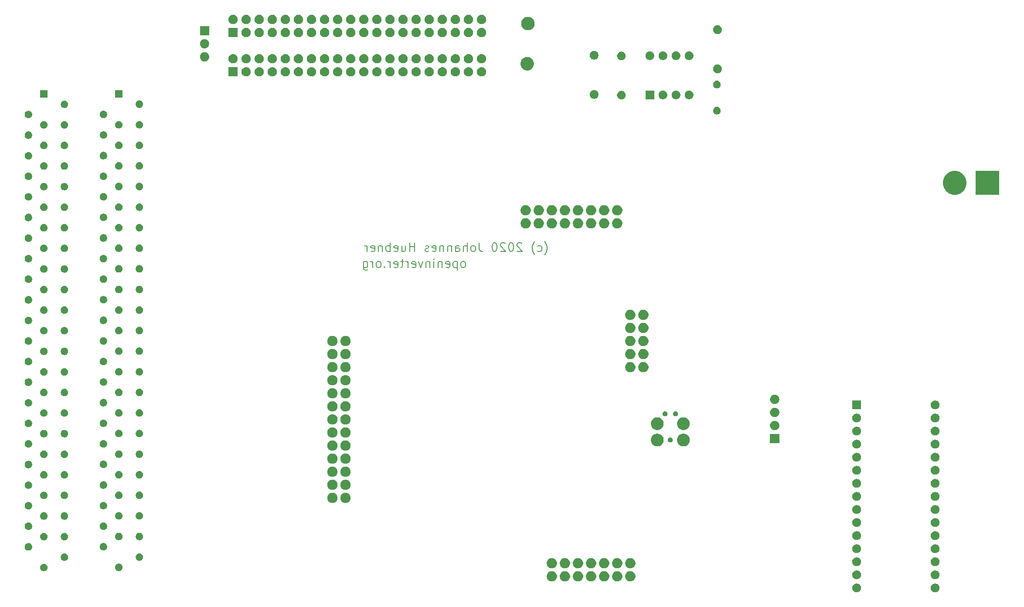
<source format=gbr>
G04 #@! TF.GenerationSoftware,KiCad,Pcbnew,5.1.5+dfsg1-2build2*
G04 #@! TF.CreationDate,2021-04-09T20:17:08+02:00*
G04 #@! TF.ProjectId,mainboardv3.4,6d61696e-626f-4617-9264-76332e342e6b,rev?*
G04 #@! TF.SameCoordinates,Original*
G04 #@! TF.FileFunction,Soldermask,Bot*
G04 #@! TF.FilePolarity,Negative*
%FSLAX46Y46*%
G04 Gerber Fmt 4.6, Leading zero omitted, Abs format (unit mm)*
G04 Created by KiCad (PCBNEW 5.1.5+dfsg1-2build2) date 2021-04-09 20:17:08*
%MOMM*%
%LPD*%
G04 APERTURE LIST*
%ADD10C,0.142240*%
%ADD11C,0.100000*%
G04 APERTURE END LIST*
D10*
X113758777Y-68234133D02*
X113839210Y-68153700D01*
X114000077Y-67912400D01*
X114080510Y-67751533D01*
X114160944Y-67510233D01*
X114241377Y-67108066D01*
X114241377Y-66786333D01*
X114160944Y-66384166D01*
X114080510Y-66142866D01*
X114000077Y-65982000D01*
X113839210Y-65740700D01*
X113758777Y-65660266D01*
X112391410Y-67510233D02*
X112552277Y-67590666D01*
X112874010Y-67590666D01*
X113034877Y-67510233D01*
X113115310Y-67429800D01*
X113195744Y-67268933D01*
X113195744Y-66786333D01*
X113115310Y-66625466D01*
X113034877Y-66545033D01*
X112874010Y-66464600D01*
X112552277Y-66464600D01*
X112391410Y-66545033D01*
X111828377Y-68234133D02*
X111747944Y-68153700D01*
X111587077Y-67912400D01*
X111506644Y-67751533D01*
X111426210Y-67510233D01*
X111345777Y-67108066D01*
X111345777Y-66786333D01*
X111426210Y-66384166D01*
X111506644Y-66142866D01*
X111587077Y-65982000D01*
X111747944Y-65740700D01*
X111828377Y-65660266D01*
X109334944Y-66062433D02*
X109254510Y-65982000D01*
X109093644Y-65901566D01*
X108691477Y-65901566D01*
X108530610Y-65982000D01*
X108450177Y-66062433D01*
X108369744Y-66223300D01*
X108369744Y-66384166D01*
X108450177Y-66625466D01*
X109415377Y-67590666D01*
X108369744Y-67590666D01*
X107324110Y-65901566D02*
X107163244Y-65901566D01*
X107002377Y-65982000D01*
X106921944Y-66062433D01*
X106841510Y-66223300D01*
X106761077Y-66545033D01*
X106761077Y-66947200D01*
X106841510Y-67268933D01*
X106921944Y-67429800D01*
X107002377Y-67510233D01*
X107163244Y-67590666D01*
X107324110Y-67590666D01*
X107484977Y-67510233D01*
X107565410Y-67429800D01*
X107645844Y-67268933D01*
X107726277Y-66947200D01*
X107726277Y-66545033D01*
X107645844Y-66223300D01*
X107565410Y-66062433D01*
X107484977Y-65982000D01*
X107324110Y-65901566D01*
X106117610Y-66062433D02*
X106037177Y-65982000D01*
X105876310Y-65901566D01*
X105474144Y-65901566D01*
X105313277Y-65982000D01*
X105232844Y-66062433D01*
X105152410Y-66223300D01*
X105152410Y-66384166D01*
X105232844Y-66625466D01*
X106198044Y-67590666D01*
X105152410Y-67590666D01*
X104106777Y-65901566D02*
X103945910Y-65901566D01*
X103785044Y-65982000D01*
X103704610Y-66062433D01*
X103624177Y-66223300D01*
X103543744Y-66545033D01*
X103543744Y-66947200D01*
X103624177Y-67268933D01*
X103704610Y-67429800D01*
X103785044Y-67510233D01*
X103945910Y-67590666D01*
X104106777Y-67590666D01*
X104267644Y-67510233D01*
X104348077Y-67429800D01*
X104428510Y-67268933D01*
X104508944Y-66947200D01*
X104508944Y-66545033D01*
X104428510Y-66223300D01*
X104348077Y-66062433D01*
X104267644Y-65982000D01*
X104106777Y-65901566D01*
X101050310Y-65901566D02*
X101050310Y-67108066D01*
X101130744Y-67349366D01*
X101291610Y-67510233D01*
X101532910Y-67590666D01*
X101693777Y-67590666D01*
X100004677Y-67590666D02*
X100165544Y-67510233D01*
X100245977Y-67429800D01*
X100326410Y-67268933D01*
X100326410Y-66786333D01*
X100245977Y-66625466D01*
X100165544Y-66545033D01*
X100004677Y-66464600D01*
X99763377Y-66464600D01*
X99602510Y-66545033D01*
X99522077Y-66625466D01*
X99441644Y-66786333D01*
X99441644Y-67268933D01*
X99522077Y-67429800D01*
X99602510Y-67510233D01*
X99763377Y-67590666D01*
X100004677Y-67590666D01*
X98717744Y-67590666D02*
X98717744Y-65901566D01*
X97993844Y-67590666D02*
X97993844Y-66705900D01*
X98074277Y-66545033D01*
X98235144Y-66464600D01*
X98476444Y-66464600D01*
X98637310Y-66545033D01*
X98717744Y-66625466D01*
X96465610Y-67590666D02*
X96465610Y-66705900D01*
X96546044Y-66545033D01*
X96706910Y-66464600D01*
X97028644Y-66464600D01*
X97189510Y-66545033D01*
X96465610Y-67510233D02*
X96626477Y-67590666D01*
X97028644Y-67590666D01*
X97189510Y-67510233D01*
X97269944Y-67349366D01*
X97269944Y-67188500D01*
X97189510Y-67027633D01*
X97028644Y-66947200D01*
X96626477Y-66947200D01*
X96465610Y-66866766D01*
X95661277Y-66464600D02*
X95661277Y-67590666D01*
X95661277Y-66625466D02*
X95580844Y-66545033D01*
X95419977Y-66464600D01*
X95178677Y-66464600D01*
X95017810Y-66545033D01*
X94937377Y-66705900D01*
X94937377Y-67590666D01*
X94133044Y-66464600D02*
X94133044Y-67590666D01*
X94133044Y-66625466D02*
X94052610Y-66545033D01*
X93891744Y-66464600D01*
X93650444Y-66464600D01*
X93489577Y-66545033D01*
X93409144Y-66705900D01*
X93409144Y-67590666D01*
X91961344Y-67510233D02*
X92122210Y-67590666D01*
X92443944Y-67590666D01*
X92604810Y-67510233D01*
X92685244Y-67349366D01*
X92685244Y-66705900D01*
X92604810Y-66545033D01*
X92443944Y-66464600D01*
X92122210Y-66464600D01*
X91961344Y-66545033D01*
X91880910Y-66705900D01*
X91880910Y-66866766D01*
X92685244Y-67027633D01*
X91237444Y-67510233D02*
X91076577Y-67590666D01*
X90754844Y-67590666D01*
X90593977Y-67510233D01*
X90513544Y-67349366D01*
X90513544Y-67268933D01*
X90593977Y-67108066D01*
X90754844Y-67027633D01*
X90996144Y-67027633D01*
X91157010Y-66947200D01*
X91237444Y-66786333D01*
X91237444Y-66705900D01*
X91157010Y-66545033D01*
X90996144Y-66464600D01*
X90754844Y-66464600D01*
X90593977Y-66545033D01*
X88502710Y-67590666D02*
X88502710Y-65901566D01*
X88502710Y-66705900D02*
X87537510Y-66705900D01*
X87537510Y-67590666D02*
X87537510Y-65901566D01*
X86009277Y-66464600D02*
X86009277Y-67590666D01*
X86733177Y-66464600D02*
X86733177Y-67349366D01*
X86652744Y-67510233D01*
X86491877Y-67590666D01*
X86250577Y-67590666D01*
X86089710Y-67510233D01*
X86009277Y-67429800D01*
X84561477Y-67510233D02*
X84722344Y-67590666D01*
X85044077Y-67590666D01*
X85204944Y-67510233D01*
X85285377Y-67349366D01*
X85285377Y-66705900D01*
X85204944Y-66545033D01*
X85044077Y-66464600D01*
X84722344Y-66464600D01*
X84561477Y-66545033D01*
X84481044Y-66705900D01*
X84481044Y-66866766D01*
X85285377Y-67027633D01*
X83757144Y-67590666D02*
X83757144Y-65901566D01*
X83757144Y-66545033D02*
X83596277Y-66464600D01*
X83274544Y-66464600D01*
X83113677Y-66545033D01*
X83033244Y-66625466D01*
X82952810Y-66786333D01*
X82952810Y-67268933D01*
X83033244Y-67429800D01*
X83113677Y-67510233D01*
X83274544Y-67590666D01*
X83596277Y-67590666D01*
X83757144Y-67510233D01*
X82228910Y-66464600D02*
X82228910Y-67590666D01*
X82228910Y-66625466D02*
X82148477Y-66545033D01*
X81987610Y-66464600D01*
X81746310Y-66464600D01*
X81585444Y-66545033D01*
X81505010Y-66705900D01*
X81505010Y-67590666D01*
X80057210Y-67510233D02*
X80218077Y-67590666D01*
X80539810Y-67590666D01*
X80700677Y-67510233D01*
X80781110Y-67349366D01*
X80781110Y-66705900D01*
X80700677Y-66545033D01*
X80539810Y-66464600D01*
X80218077Y-66464600D01*
X80057210Y-66545033D01*
X79976777Y-66705900D01*
X79976777Y-66866766D01*
X80781110Y-67027633D01*
X79252877Y-67590666D02*
X79252877Y-66464600D01*
X79252877Y-66786333D02*
X79172444Y-66625466D01*
X79092010Y-66545033D01*
X78931144Y-66464600D01*
X78770277Y-66464600D01*
X98062577Y-70715666D02*
X98223444Y-70635233D01*
X98303877Y-70554800D01*
X98384310Y-70393933D01*
X98384310Y-69911333D01*
X98303877Y-69750466D01*
X98223444Y-69670033D01*
X98062577Y-69589600D01*
X97821277Y-69589600D01*
X97660410Y-69670033D01*
X97579977Y-69750466D01*
X97499544Y-69911333D01*
X97499544Y-70393933D01*
X97579977Y-70554800D01*
X97660410Y-70635233D01*
X97821277Y-70715666D01*
X98062577Y-70715666D01*
X96775644Y-69589600D02*
X96775644Y-71278700D01*
X96775644Y-69670033D02*
X96614777Y-69589600D01*
X96293044Y-69589600D01*
X96132177Y-69670033D01*
X96051744Y-69750466D01*
X95971310Y-69911333D01*
X95971310Y-70393933D01*
X96051744Y-70554800D01*
X96132177Y-70635233D01*
X96293044Y-70715666D01*
X96614777Y-70715666D01*
X96775644Y-70635233D01*
X94603944Y-70635233D02*
X94764810Y-70715666D01*
X95086544Y-70715666D01*
X95247410Y-70635233D01*
X95327844Y-70474366D01*
X95327844Y-69830900D01*
X95247410Y-69670033D01*
X95086544Y-69589600D01*
X94764810Y-69589600D01*
X94603944Y-69670033D01*
X94523510Y-69830900D01*
X94523510Y-69991766D01*
X95327844Y-70152633D01*
X93799610Y-69589600D02*
X93799610Y-70715666D01*
X93799610Y-69750466D02*
X93719177Y-69670033D01*
X93558310Y-69589600D01*
X93317010Y-69589600D01*
X93156144Y-69670033D01*
X93075710Y-69830900D01*
X93075710Y-70715666D01*
X92271377Y-70715666D02*
X92271377Y-69589600D01*
X92271377Y-69026566D02*
X92351810Y-69107000D01*
X92271377Y-69187433D01*
X92190944Y-69107000D01*
X92271377Y-69026566D01*
X92271377Y-69187433D01*
X91467044Y-69589600D02*
X91467044Y-70715666D01*
X91467044Y-69750466D02*
X91386610Y-69670033D01*
X91225744Y-69589600D01*
X90984444Y-69589600D01*
X90823577Y-69670033D01*
X90743144Y-69830900D01*
X90743144Y-70715666D01*
X90099677Y-69589600D02*
X89697510Y-70715666D01*
X89295344Y-69589600D01*
X88008410Y-70635233D02*
X88169277Y-70715666D01*
X88491010Y-70715666D01*
X88651877Y-70635233D01*
X88732310Y-70474366D01*
X88732310Y-69830900D01*
X88651877Y-69670033D01*
X88491010Y-69589600D01*
X88169277Y-69589600D01*
X88008410Y-69670033D01*
X87927977Y-69830900D01*
X87927977Y-69991766D01*
X88732310Y-70152633D01*
X87204077Y-70715666D02*
X87204077Y-69589600D01*
X87204077Y-69911333D02*
X87123644Y-69750466D01*
X87043210Y-69670033D01*
X86882344Y-69589600D01*
X86721477Y-69589600D01*
X86399744Y-69589600D02*
X85756277Y-69589600D01*
X86158444Y-69026566D02*
X86158444Y-70474366D01*
X86078010Y-70635233D01*
X85917144Y-70715666D01*
X85756277Y-70715666D01*
X84549777Y-70635233D02*
X84710644Y-70715666D01*
X85032377Y-70715666D01*
X85193244Y-70635233D01*
X85273677Y-70474366D01*
X85273677Y-69830900D01*
X85193244Y-69670033D01*
X85032377Y-69589600D01*
X84710644Y-69589600D01*
X84549777Y-69670033D01*
X84469344Y-69830900D01*
X84469344Y-69991766D01*
X85273677Y-70152633D01*
X83745444Y-70715666D02*
X83745444Y-69589600D01*
X83745444Y-69911333D02*
X83665010Y-69750466D01*
X83584577Y-69670033D01*
X83423710Y-69589600D01*
X83262844Y-69589600D01*
X82699810Y-70554800D02*
X82619377Y-70635233D01*
X82699810Y-70715666D01*
X82780244Y-70635233D01*
X82699810Y-70554800D01*
X82699810Y-70715666D01*
X81654177Y-70715666D02*
X81815044Y-70635233D01*
X81895477Y-70554800D01*
X81975910Y-70393933D01*
X81975910Y-69911333D01*
X81895477Y-69750466D01*
X81815044Y-69670033D01*
X81654177Y-69589600D01*
X81412877Y-69589600D01*
X81252010Y-69670033D01*
X81171577Y-69750466D01*
X81091144Y-69911333D01*
X81091144Y-70393933D01*
X81171577Y-70554800D01*
X81252010Y-70635233D01*
X81412877Y-70715666D01*
X81654177Y-70715666D01*
X80367244Y-70715666D02*
X80367244Y-69589600D01*
X80367244Y-69911333D02*
X80286810Y-69750466D01*
X80206377Y-69670033D01*
X80045510Y-69589600D01*
X79884644Y-69589600D01*
X78597710Y-69589600D02*
X78597710Y-70956966D01*
X78678144Y-71117833D01*
X78758577Y-71198266D01*
X78919444Y-71278700D01*
X79160744Y-71278700D01*
X79321610Y-71198266D01*
X78597710Y-70635233D02*
X78758577Y-70715666D01*
X79080310Y-70715666D01*
X79241177Y-70635233D01*
X79321610Y-70554800D01*
X79402044Y-70393933D01*
X79402044Y-69911333D01*
X79321610Y-69750466D01*
X79241177Y-69670033D01*
X79080310Y-69589600D01*
X78758577Y-69589600D01*
X78597710Y-69670033D01*
D11*
G36*
X189859228Y-132163403D02*
G01*
X190014100Y-132227553D01*
X190153481Y-132320685D01*
X190272015Y-132439219D01*
X190365147Y-132578600D01*
X190429297Y-132733472D01*
X190462000Y-132897884D01*
X190462000Y-133065516D01*
X190429297Y-133229928D01*
X190365147Y-133384800D01*
X190272015Y-133524181D01*
X190153481Y-133642715D01*
X190014100Y-133735847D01*
X189859228Y-133799997D01*
X189694816Y-133832700D01*
X189527184Y-133832700D01*
X189362772Y-133799997D01*
X189207900Y-133735847D01*
X189068519Y-133642715D01*
X188949985Y-133524181D01*
X188856853Y-133384800D01*
X188792703Y-133229928D01*
X188760000Y-133065516D01*
X188760000Y-132897884D01*
X188792703Y-132733472D01*
X188856853Y-132578600D01*
X188949985Y-132439219D01*
X189068519Y-132320685D01*
X189207900Y-132227553D01*
X189362772Y-132163403D01*
X189527184Y-132130700D01*
X189694816Y-132130700D01*
X189859228Y-132163403D01*
G37*
G36*
X174619228Y-132163403D02*
G01*
X174774100Y-132227553D01*
X174913481Y-132320685D01*
X175032015Y-132439219D01*
X175125147Y-132578600D01*
X175189297Y-132733472D01*
X175222000Y-132897884D01*
X175222000Y-133065516D01*
X175189297Y-133229928D01*
X175125147Y-133384800D01*
X175032015Y-133524181D01*
X174913481Y-133642715D01*
X174774100Y-133735847D01*
X174619228Y-133799997D01*
X174454816Y-133832700D01*
X174287184Y-133832700D01*
X174122772Y-133799997D01*
X173967900Y-133735847D01*
X173828519Y-133642715D01*
X173709985Y-133524181D01*
X173616853Y-133384800D01*
X173552703Y-133229928D01*
X173520000Y-133065516D01*
X173520000Y-132897884D01*
X173552703Y-132733472D01*
X173616853Y-132578600D01*
X173709985Y-132439219D01*
X173828519Y-132320685D01*
X173967900Y-132227553D01*
X174122772Y-132163403D01*
X174287184Y-132130700D01*
X174454816Y-132130700D01*
X174619228Y-132163403D01*
G37*
G36*
X130692447Y-129763568D02*
G01*
X130872725Y-129838242D01*
X131034971Y-129946651D01*
X131172949Y-130084629D01*
X131281358Y-130246875D01*
X131356032Y-130427153D01*
X131394100Y-130618534D01*
X131394100Y-130813666D01*
X131356032Y-131005047D01*
X131281358Y-131185325D01*
X131172949Y-131347571D01*
X131034971Y-131485549D01*
X130872725Y-131593958D01*
X130692447Y-131668632D01*
X130596756Y-131687666D01*
X130501067Y-131706700D01*
X130305933Y-131706700D01*
X130210244Y-131687666D01*
X130114553Y-131668632D01*
X129934275Y-131593958D01*
X129772029Y-131485549D01*
X129634051Y-131347571D01*
X129525642Y-131185325D01*
X129450968Y-131005047D01*
X129412900Y-130813666D01*
X129412900Y-130618534D01*
X129450968Y-130427153D01*
X129525642Y-130246875D01*
X129634051Y-130084629D01*
X129772029Y-129946651D01*
X129934275Y-129838242D01*
X130114553Y-129763568D01*
X130305933Y-129725500D01*
X130501067Y-129725500D01*
X130692447Y-129763568D01*
G37*
G36*
X115452447Y-129763568D02*
G01*
X115632725Y-129838242D01*
X115794971Y-129946651D01*
X115932949Y-130084629D01*
X116041358Y-130246875D01*
X116116032Y-130427153D01*
X116154100Y-130618534D01*
X116154100Y-130813666D01*
X116116032Y-131005047D01*
X116041358Y-131185325D01*
X115932949Y-131347571D01*
X115794971Y-131485549D01*
X115632725Y-131593958D01*
X115452447Y-131668632D01*
X115356756Y-131687666D01*
X115261067Y-131706700D01*
X115065933Y-131706700D01*
X114970244Y-131687666D01*
X114874553Y-131668632D01*
X114694275Y-131593958D01*
X114532029Y-131485549D01*
X114394051Y-131347571D01*
X114285642Y-131185325D01*
X114210968Y-131005047D01*
X114172900Y-130813666D01*
X114172900Y-130618534D01*
X114210968Y-130427153D01*
X114285642Y-130246875D01*
X114394051Y-130084629D01*
X114532029Y-129946651D01*
X114694275Y-129838242D01*
X114874553Y-129763568D01*
X115065933Y-129725500D01*
X115261067Y-129725500D01*
X115452447Y-129763568D01*
G37*
G36*
X117992447Y-129763568D02*
G01*
X118172725Y-129838242D01*
X118334971Y-129946651D01*
X118472949Y-130084629D01*
X118581358Y-130246875D01*
X118656032Y-130427153D01*
X118694100Y-130618534D01*
X118694100Y-130813666D01*
X118656032Y-131005047D01*
X118581358Y-131185325D01*
X118472949Y-131347571D01*
X118334971Y-131485549D01*
X118172725Y-131593958D01*
X117992447Y-131668632D01*
X117896756Y-131687666D01*
X117801067Y-131706700D01*
X117605933Y-131706700D01*
X117510244Y-131687666D01*
X117414553Y-131668632D01*
X117234275Y-131593958D01*
X117072029Y-131485549D01*
X116934051Y-131347571D01*
X116825642Y-131185325D01*
X116750968Y-131005047D01*
X116712900Y-130813666D01*
X116712900Y-130618534D01*
X116750968Y-130427153D01*
X116825642Y-130246875D01*
X116934051Y-130084629D01*
X117072029Y-129946651D01*
X117234275Y-129838242D01*
X117414553Y-129763568D01*
X117605933Y-129725500D01*
X117801067Y-129725500D01*
X117992447Y-129763568D01*
G37*
G36*
X120532447Y-129763568D02*
G01*
X120712725Y-129838242D01*
X120874971Y-129946651D01*
X121012949Y-130084629D01*
X121121358Y-130246875D01*
X121196032Y-130427153D01*
X121234100Y-130618534D01*
X121234100Y-130813666D01*
X121196032Y-131005047D01*
X121121358Y-131185325D01*
X121012949Y-131347571D01*
X120874971Y-131485549D01*
X120712725Y-131593958D01*
X120532447Y-131668632D01*
X120436756Y-131687666D01*
X120341067Y-131706700D01*
X120145933Y-131706700D01*
X120050244Y-131687666D01*
X119954553Y-131668632D01*
X119774275Y-131593958D01*
X119612029Y-131485549D01*
X119474051Y-131347571D01*
X119365642Y-131185325D01*
X119290968Y-131005047D01*
X119252900Y-130813666D01*
X119252900Y-130618534D01*
X119290968Y-130427153D01*
X119365642Y-130246875D01*
X119474051Y-130084629D01*
X119612029Y-129946651D01*
X119774275Y-129838242D01*
X119954553Y-129763568D01*
X120145933Y-129725500D01*
X120341067Y-129725500D01*
X120532447Y-129763568D01*
G37*
G36*
X125612447Y-129763568D02*
G01*
X125792725Y-129838242D01*
X125954971Y-129946651D01*
X126092949Y-130084629D01*
X126201358Y-130246875D01*
X126276032Y-130427153D01*
X126314100Y-130618534D01*
X126314100Y-130813666D01*
X126276032Y-131005047D01*
X126201358Y-131185325D01*
X126092949Y-131347571D01*
X125954971Y-131485549D01*
X125792725Y-131593958D01*
X125612447Y-131668632D01*
X125516756Y-131687666D01*
X125421067Y-131706700D01*
X125225933Y-131706700D01*
X125130244Y-131687666D01*
X125034553Y-131668632D01*
X124854275Y-131593958D01*
X124692029Y-131485549D01*
X124554051Y-131347571D01*
X124445642Y-131185325D01*
X124370968Y-131005047D01*
X124332900Y-130813666D01*
X124332900Y-130618534D01*
X124370968Y-130427153D01*
X124445642Y-130246875D01*
X124554051Y-130084629D01*
X124692029Y-129946651D01*
X124854275Y-129838242D01*
X125034553Y-129763568D01*
X125225933Y-129725500D01*
X125421067Y-129725500D01*
X125612447Y-129763568D01*
G37*
G36*
X123072447Y-129763568D02*
G01*
X123252725Y-129838242D01*
X123414971Y-129946651D01*
X123552949Y-130084629D01*
X123661358Y-130246875D01*
X123736032Y-130427153D01*
X123774100Y-130618534D01*
X123774100Y-130813666D01*
X123736032Y-131005047D01*
X123661358Y-131185325D01*
X123552949Y-131347571D01*
X123414971Y-131485549D01*
X123252725Y-131593958D01*
X123072447Y-131668632D01*
X122976756Y-131687666D01*
X122881067Y-131706700D01*
X122685933Y-131706700D01*
X122590244Y-131687666D01*
X122494553Y-131668632D01*
X122314275Y-131593958D01*
X122152029Y-131485549D01*
X122014051Y-131347571D01*
X121905642Y-131185325D01*
X121830968Y-131005047D01*
X121792900Y-130813666D01*
X121792900Y-130618534D01*
X121830968Y-130427153D01*
X121905642Y-130246875D01*
X122014051Y-130084629D01*
X122152029Y-129946651D01*
X122314275Y-129838242D01*
X122494553Y-129763568D01*
X122685933Y-129725500D01*
X122881067Y-129725500D01*
X123072447Y-129763568D01*
G37*
G36*
X128152447Y-129763568D02*
G01*
X128332725Y-129838242D01*
X128494971Y-129946651D01*
X128632949Y-130084629D01*
X128741358Y-130246875D01*
X128816032Y-130427153D01*
X128854100Y-130618534D01*
X128854100Y-130813666D01*
X128816032Y-131005047D01*
X128741358Y-131185325D01*
X128632949Y-131347571D01*
X128494971Y-131485549D01*
X128332725Y-131593958D01*
X128152447Y-131668632D01*
X128056756Y-131687666D01*
X127961067Y-131706700D01*
X127765933Y-131706700D01*
X127670244Y-131687666D01*
X127574553Y-131668632D01*
X127394275Y-131593958D01*
X127232029Y-131485549D01*
X127094051Y-131347571D01*
X126985642Y-131185325D01*
X126910968Y-131005047D01*
X126872900Y-130813666D01*
X126872900Y-130618534D01*
X126910968Y-130427153D01*
X126985642Y-130246875D01*
X127094051Y-130084629D01*
X127232029Y-129946651D01*
X127394275Y-129838242D01*
X127574553Y-129763568D01*
X127765933Y-129725500D01*
X127961067Y-129725500D01*
X128152447Y-129763568D01*
G37*
G36*
X174619228Y-129623403D02*
G01*
X174774100Y-129687553D01*
X174913481Y-129780685D01*
X175032015Y-129899219D01*
X175125147Y-130038600D01*
X175189297Y-130193472D01*
X175222000Y-130357884D01*
X175222000Y-130525516D01*
X175189297Y-130689928D01*
X175125147Y-130844800D01*
X175032015Y-130984181D01*
X174913481Y-131102715D01*
X174774100Y-131195847D01*
X174619228Y-131259997D01*
X174454816Y-131292700D01*
X174287184Y-131292700D01*
X174122772Y-131259997D01*
X173967900Y-131195847D01*
X173828519Y-131102715D01*
X173709985Y-130984181D01*
X173616853Y-130844800D01*
X173552703Y-130689928D01*
X173520000Y-130525516D01*
X173520000Y-130357884D01*
X173552703Y-130193472D01*
X173616853Y-130038600D01*
X173709985Y-129899219D01*
X173828519Y-129780685D01*
X173967900Y-129687553D01*
X174122772Y-129623403D01*
X174287184Y-129590700D01*
X174454816Y-129590700D01*
X174619228Y-129623403D01*
G37*
G36*
X189859228Y-129623403D02*
G01*
X190014100Y-129687553D01*
X190153481Y-129780685D01*
X190272015Y-129899219D01*
X190365147Y-130038600D01*
X190429297Y-130193472D01*
X190462000Y-130357884D01*
X190462000Y-130525516D01*
X190429297Y-130689928D01*
X190365147Y-130844800D01*
X190272015Y-130984181D01*
X190153481Y-131102715D01*
X190014100Y-131195847D01*
X189859228Y-131259997D01*
X189694816Y-131292700D01*
X189527184Y-131292700D01*
X189362772Y-131259997D01*
X189207900Y-131195847D01*
X189068519Y-131102715D01*
X188949985Y-130984181D01*
X188856853Y-130844800D01*
X188792703Y-130689928D01*
X188760000Y-130525516D01*
X188760000Y-130357884D01*
X188792703Y-130193472D01*
X188856853Y-130038600D01*
X188949985Y-129899219D01*
X189068519Y-129780685D01*
X189207900Y-129687553D01*
X189362772Y-129623403D01*
X189527184Y-129590700D01*
X189694816Y-129590700D01*
X189859228Y-129623403D01*
G37*
G36*
X16711766Y-128301899D02*
G01*
X16843888Y-128356626D01*
X16843890Y-128356627D01*
X16962798Y-128436079D01*
X17063921Y-128537202D01*
X17143197Y-128655847D01*
X17143374Y-128656112D01*
X17198101Y-128788234D01*
X17226000Y-128928494D01*
X17226000Y-129071506D01*
X17198101Y-129211766D01*
X17150664Y-129326288D01*
X17143373Y-129343890D01*
X17063921Y-129462798D01*
X16962798Y-129563921D01*
X16843890Y-129643373D01*
X16843889Y-129643374D01*
X16843888Y-129643374D01*
X16711766Y-129698101D01*
X16571506Y-129726000D01*
X16428494Y-129726000D01*
X16288234Y-129698101D01*
X16156112Y-129643374D01*
X16156111Y-129643374D01*
X16156110Y-129643373D01*
X16037202Y-129563921D01*
X15936079Y-129462798D01*
X15856627Y-129343890D01*
X15849336Y-129326288D01*
X15801899Y-129211766D01*
X15774000Y-129071506D01*
X15774000Y-128928494D01*
X15801899Y-128788234D01*
X15856626Y-128656112D01*
X15856803Y-128655847D01*
X15936079Y-128537202D01*
X16037202Y-128436079D01*
X16156110Y-128356627D01*
X16156112Y-128356626D01*
X16288234Y-128301899D01*
X16428494Y-128274000D01*
X16571506Y-128274000D01*
X16711766Y-128301899D01*
G37*
G36*
X31275966Y-128284299D02*
G01*
X31408088Y-128339026D01*
X31408090Y-128339027D01*
X31526998Y-128418479D01*
X31628121Y-128519602D01*
X31628122Y-128519604D01*
X31707574Y-128638512D01*
X31762301Y-128770634D01*
X31790200Y-128910894D01*
X31790200Y-129053906D01*
X31762301Y-129194166D01*
X31707574Y-129326288D01*
X31707573Y-129326290D01*
X31628121Y-129445198D01*
X31526998Y-129546321D01*
X31408090Y-129625773D01*
X31408089Y-129625774D01*
X31408088Y-129625774D01*
X31275966Y-129680501D01*
X31135706Y-129708400D01*
X30992694Y-129708400D01*
X30852434Y-129680501D01*
X30720312Y-129625774D01*
X30720311Y-129625774D01*
X30720310Y-129625773D01*
X30601402Y-129546321D01*
X30500279Y-129445198D01*
X30420827Y-129326290D01*
X30420826Y-129326288D01*
X30366099Y-129194166D01*
X30338200Y-129053906D01*
X30338200Y-128910894D01*
X30366099Y-128770634D01*
X30420826Y-128638512D01*
X30500278Y-128519604D01*
X30500279Y-128519602D01*
X30601402Y-128418479D01*
X30720310Y-128339027D01*
X30720312Y-128339026D01*
X30852434Y-128284299D01*
X30992694Y-128256400D01*
X31135706Y-128256400D01*
X31275966Y-128284299D01*
G37*
G36*
X120532447Y-127223568D02*
G01*
X120712725Y-127298242D01*
X120874971Y-127406651D01*
X121012949Y-127544629D01*
X121121358Y-127706875D01*
X121196032Y-127887153D01*
X121234100Y-128078534D01*
X121234100Y-128273666D01*
X121196032Y-128465047D01*
X121121358Y-128645325D01*
X121012949Y-128807571D01*
X120874971Y-128945549D01*
X120712725Y-129053958D01*
X120532447Y-129128632D01*
X120436756Y-129147666D01*
X120341067Y-129166700D01*
X120145933Y-129166700D01*
X120050244Y-129147666D01*
X119954553Y-129128632D01*
X119774275Y-129053958D01*
X119612029Y-128945549D01*
X119474051Y-128807571D01*
X119365642Y-128645325D01*
X119290968Y-128465047D01*
X119252900Y-128273666D01*
X119252900Y-128078534D01*
X119290968Y-127887153D01*
X119365642Y-127706875D01*
X119474051Y-127544629D01*
X119612029Y-127406651D01*
X119774275Y-127298242D01*
X119954553Y-127223568D01*
X120145933Y-127185500D01*
X120341067Y-127185500D01*
X120532447Y-127223568D01*
G37*
G36*
X115452447Y-127223568D02*
G01*
X115632725Y-127298242D01*
X115794971Y-127406651D01*
X115932949Y-127544629D01*
X116041358Y-127706875D01*
X116116032Y-127887153D01*
X116154100Y-128078534D01*
X116154100Y-128273666D01*
X116116032Y-128465047D01*
X116041358Y-128645325D01*
X115932949Y-128807571D01*
X115794971Y-128945549D01*
X115632725Y-129053958D01*
X115452447Y-129128632D01*
X115356756Y-129147666D01*
X115261067Y-129166700D01*
X115065933Y-129166700D01*
X114970244Y-129147666D01*
X114874553Y-129128632D01*
X114694275Y-129053958D01*
X114532029Y-128945549D01*
X114394051Y-128807571D01*
X114285642Y-128645325D01*
X114210968Y-128465047D01*
X114172900Y-128273666D01*
X114172900Y-128078534D01*
X114210968Y-127887153D01*
X114285642Y-127706875D01*
X114394051Y-127544629D01*
X114532029Y-127406651D01*
X114694275Y-127298242D01*
X114874553Y-127223568D01*
X115065933Y-127185500D01*
X115261067Y-127185500D01*
X115452447Y-127223568D01*
G37*
G36*
X117992447Y-127223568D02*
G01*
X118172725Y-127298242D01*
X118334971Y-127406651D01*
X118472949Y-127544629D01*
X118581358Y-127706875D01*
X118656032Y-127887153D01*
X118694100Y-128078534D01*
X118694100Y-128273666D01*
X118656032Y-128465047D01*
X118581358Y-128645325D01*
X118472949Y-128807571D01*
X118334971Y-128945549D01*
X118172725Y-129053958D01*
X117992447Y-129128632D01*
X117896756Y-129147666D01*
X117801067Y-129166700D01*
X117605933Y-129166700D01*
X117510244Y-129147666D01*
X117414553Y-129128632D01*
X117234275Y-129053958D01*
X117072029Y-128945549D01*
X116934051Y-128807571D01*
X116825642Y-128645325D01*
X116750968Y-128465047D01*
X116712900Y-128273666D01*
X116712900Y-128078534D01*
X116750968Y-127887153D01*
X116825642Y-127706875D01*
X116934051Y-127544629D01*
X117072029Y-127406651D01*
X117234275Y-127298242D01*
X117414553Y-127223568D01*
X117605933Y-127185500D01*
X117801067Y-127185500D01*
X117992447Y-127223568D01*
G37*
G36*
X123072447Y-127223568D02*
G01*
X123252725Y-127298242D01*
X123414971Y-127406651D01*
X123552949Y-127544629D01*
X123661358Y-127706875D01*
X123736032Y-127887153D01*
X123774100Y-128078534D01*
X123774100Y-128273666D01*
X123736032Y-128465047D01*
X123661358Y-128645325D01*
X123552949Y-128807571D01*
X123414971Y-128945549D01*
X123252725Y-129053958D01*
X123072447Y-129128632D01*
X122976756Y-129147666D01*
X122881067Y-129166700D01*
X122685933Y-129166700D01*
X122590244Y-129147666D01*
X122494553Y-129128632D01*
X122314275Y-129053958D01*
X122152029Y-128945549D01*
X122014051Y-128807571D01*
X121905642Y-128645325D01*
X121830968Y-128465047D01*
X121792900Y-128273666D01*
X121792900Y-128078534D01*
X121830968Y-127887153D01*
X121905642Y-127706875D01*
X122014051Y-127544629D01*
X122152029Y-127406651D01*
X122314275Y-127298242D01*
X122494553Y-127223568D01*
X122685933Y-127185500D01*
X122881067Y-127185500D01*
X123072447Y-127223568D01*
G37*
G36*
X125612447Y-127223568D02*
G01*
X125792725Y-127298242D01*
X125954971Y-127406651D01*
X126092949Y-127544629D01*
X126201358Y-127706875D01*
X126276032Y-127887153D01*
X126314100Y-128078534D01*
X126314100Y-128273666D01*
X126276032Y-128465047D01*
X126201358Y-128645325D01*
X126092949Y-128807571D01*
X125954971Y-128945549D01*
X125792725Y-129053958D01*
X125612447Y-129128632D01*
X125516756Y-129147666D01*
X125421067Y-129166700D01*
X125225933Y-129166700D01*
X125130244Y-129147666D01*
X125034553Y-129128632D01*
X124854275Y-129053958D01*
X124692029Y-128945549D01*
X124554051Y-128807571D01*
X124445642Y-128645325D01*
X124370968Y-128465047D01*
X124332900Y-128273666D01*
X124332900Y-128078534D01*
X124370968Y-127887153D01*
X124445642Y-127706875D01*
X124554051Y-127544629D01*
X124692029Y-127406651D01*
X124854275Y-127298242D01*
X125034553Y-127223568D01*
X125225933Y-127185500D01*
X125421067Y-127185500D01*
X125612447Y-127223568D01*
G37*
G36*
X128152447Y-127223568D02*
G01*
X128332725Y-127298242D01*
X128494971Y-127406651D01*
X128632949Y-127544629D01*
X128741358Y-127706875D01*
X128816032Y-127887153D01*
X128854100Y-128078534D01*
X128854100Y-128273666D01*
X128816032Y-128465047D01*
X128741358Y-128645325D01*
X128632949Y-128807571D01*
X128494971Y-128945549D01*
X128332725Y-129053958D01*
X128152447Y-129128632D01*
X128056756Y-129147666D01*
X127961067Y-129166700D01*
X127765933Y-129166700D01*
X127670244Y-129147666D01*
X127574553Y-129128632D01*
X127394275Y-129053958D01*
X127232029Y-128945549D01*
X127094051Y-128807571D01*
X126985642Y-128645325D01*
X126910968Y-128465047D01*
X126872900Y-128273666D01*
X126872900Y-128078534D01*
X126910968Y-127887153D01*
X126985642Y-127706875D01*
X127094051Y-127544629D01*
X127232029Y-127406651D01*
X127394275Y-127298242D01*
X127574553Y-127223568D01*
X127765933Y-127185500D01*
X127961067Y-127185500D01*
X128152447Y-127223568D01*
G37*
G36*
X130692447Y-127223568D02*
G01*
X130872725Y-127298242D01*
X131034971Y-127406651D01*
X131172949Y-127544629D01*
X131281358Y-127706875D01*
X131356032Y-127887153D01*
X131394100Y-128078534D01*
X131394100Y-128273666D01*
X131356032Y-128465047D01*
X131281358Y-128645325D01*
X131172949Y-128807571D01*
X131034971Y-128945549D01*
X130872725Y-129053958D01*
X130692447Y-129128632D01*
X130596756Y-129147666D01*
X130501067Y-129166700D01*
X130305933Y-129166700D01*
X130210244Y-129147666D01*
X130114553Y-129128632D01*
X129934275Y-129053958D01*
X129772029Y-128945549D01*
X129634051Y-128807571D01*
X129525642Y-128645325D01*
X129450968Y-128465047D01*
X129412900Y-128273666D01*
X129412900Y-128078534D01*
X129450968Y-127887153D01*
X129525642Y-127706875D01*
X129634051Y-127544629D01*
X129772029Y-127406651D01*
X129934275Y-127298242D01*
X130114553Y-127223568D01*
X130305933Y-127185500D01*
X130501067Y-127185500D01*
X130692447Y-127223568D01*
G37*
G36*
X189859228Y-127083403D02*
G01*
X190014100Y-127147553D01*
X190153481Y-127240685D01*
X190272015Y-127359219D01*
X190365147Y-127498600D01*
X190429297Y-127653472D01*
X190462000Y-127817884D01*
X190462000Y-127985516D01*
X190429297Y-128149928D01*
X190365147Y-128304800D01*
X190272015Y-128444181D01*
X190153481Y-128562715D01*
X190014100Y-128655847D01*
X189859228Y-128719997D01*
X189694816Y-128752700D01*
X189527184Y-128752700D01*
X189362772Y-128719997D01*
X189207900Y-128655847D01*
X189068519Y-128562715D01*
X188949985Y-128444181D01*
X188856853Y-128304800D01*
X188792703Y-128149928D01*
X188760000Y-127985516D01*
X188760000Y-127817884D01*
X188792703Y-127653472D01*
X188856853Y-127498600D01*
X188949985Y-127359219D01*
X189068519Y-127240685D01*
X189207900Y-127147553D01*
X189362772Y-127083403D01*
X189527184Y-127050700D01*
X189694816Y-127050700D01*
X189859228Y-127083403D01*
G37*
G36*
X174619228Y-127083403D02*
G01*
X174774100Y-127147553D01*
X174913481Y-127240685D01*
X175032015Y-127359219D01*
X175125147Y-127498600D01*
X175189297Y-127653472D01*
X175222000Y-127817884D01*
X175222000Y-127985516D01*
X175189297Y-128149928D01*
X175125147Y-128304800D01*
X175032015Y-128444181D01*
X174913481Y-128562715D01*
X174774100Y-128655847D01*
X174619228Y-128719997D01*
X174454816Y-128752700D01*
X174287184Y-128752700D01*
X174122772Y-128719997D01*
X173967900Y-128655847D01*
X173828519Y-128562715D01*
X173709985Y-128444181D01*
X173616853Y-128304800D01*
X173552703Y-128149928D01*
X173520000Y-127985516D01*
X173520000Y-127817884D01*
X173552703Y-127653472D01*
X173616853Y-127498600D01*
X173709985Y-127359219D01*
X173828519Y-127240685D01*
X173967900Y-127147553D01*
X174122772Y-127083403D01*
X174287184Y-127050700D01*
X174454816Y-127050700D01*
X174619228Y-127083403D01*
G37*
G36*
X20711766Y-126301899D02*
G01*
X20843888Y-126356626D01*
X20843890Y-126356627D01*
X20962798Y-126436079D01*
X21063921Y-126537202D01*
X21063922Y-126537204D01*
X21143374Y-126656112D01*
X21198101Y-126788234D01*
X21226000Y-126928494D01*
X21226000Y-127071506D01*
X21198101Y-127211766D01*
X21162281Y-127298242D01*
X21143373Y-127343890D01*
X21063921Y-127462798D01*
X20962798Y-127563921D01*
X20843890Y-127643373D01*
X20843889Y-127643374D01*
X20843888Y-127643374D01*
X20711766Y-127698101D01*
X20571506Y-127726000D01*
X20428494Y-127726000D01*
X20288234Y-127698101D01*
X20156112Y-127643374D01*
X20156111Y-127643374D01*
X20156110Y-127643373D01*
X20037202Y-127563921D01*
X19936079Y-127462798D01*
X19856627Y-127343890D01*
X19837719Y-127298242D01*
X19801899Y-127211766D01*
X19774000Y-127071506D01*
X19774000Y-126928494D01*
X19801899Y-126788234D01*
X19856626Y-126656112D01*
X19936078Y-126537204D01*
X19936079Y-126537202D01*
X20037202Y-126436079D01*
X20156110Y-126356627D01*
X20156112Y-126356626D01*
X20288234Y-126301899D01*
X20428494Y-126274000D01*
X20571506Y-126274000D01*
X20711766Y-126301899D01*
G37*
G36*
X35275966Y-126284299D02*
G01*
X35408088Y-126339026D01*
X35408090Y-126339027D01*
X35526998Y-126418479D01*
X35628121Y-126519602D01*
X35628122Y-126519604D01*
X35707574Y-126638512D01*
X35762301Y-126770634D01*
X35790200Y-126910894D01*
X35790200Y-127053906D01*
X35762301Y-127194166D01*
X35719191Y-127298242D01*
X35707573Y-127326290D01*
X35628121Y-127445198D01*
X35526998Y-127546321D01*
X35408090Y-127625773D01*
X35408089Y-127625774D01*
X35408088Y-127625774D01*
X35275966Y-127680501D01*
X35135706Y-127708400D01*
X34992694Y-127708400D01*
X34852434Y-127680501D01*
X34720312Y-127625774D01*
X34720311Y-127625774D01*
X34720310Y-127625773D01*
X34601402Y-127546321D01*
X34500279Y-127445198D01*
X34420827Y-127326290D01*
X34409209Y-127298242D01*
X34366099Y-127194166D01*
X34338200Y-127053906D01*
X34338200Y-126910894D01*
X34366099Y-126770634D01*
X34420826Y-126638512D01*
X34500278Y-126519604D01*
X34500279Y-126519602D01*
X34601402Y-126418479D01*
X34720310Y-126339027D01*
X34720312Y-126339026D01*
X34852434Y-126284299D01*
X34992694Y-126256400D01*
X35135706Y-126256400D01*
X35275966Y-126284299D01*
G37*
G36*
X189859228Y-124543403D02*
G01*
X190014100Y-124607553D01*
X190153481Y-124700685D01*
X190272015Y-124819219D01*
X190365147Y-124958600D01*
X190429297Y-125113472D01*
X190462000Y-125277884D01*
X190462000Y-125445516D01*
X190429297Y-125609928D01*
X190365147Y-125764800D01*
X190272015Y-125904181D01*
X190153481Y-126022715D01*
X190014100Y-126115847D01*
X189859228Y-126179997D01*
X189694816Y-126212700D01*
X189527184Y-126212700D01*
X189362772Y-126179997D01*
X189207900Y-126115847D01*
X189068519Y-126022715D01*
X188949985Y-125904181D01*
X188856853Y-125764800D01*
X188792703Y-125609928D01*
X188760000Y-125445516D01*
X188760000Y-125277884D01*
X188792703Y-125113472D01*
X188856853Y-124958600D01*
X188949985Y-124819219D01*
X189068519Y-124700685D01*
X189207900Y-124607553D01*
X189362772Y-124543403D01*
X189527184Y-124510700D01*
X189694816Y-124510700D01*
X189859228Y-124543403D01*
G37*
G36*
X174619228Y-124543403D02*
G01*
X174774100Y-124607553D01*
X174913481Y-124700685D01*
X175032015Y-124819219D01*
X175125147Y-124958600D01*
X175189297Y-125113472D01*
X175222000Y-125277884D01*
X175222000Y-125445516D01*
X175189297Y-125609928D01*
X175125147Y-125764800D01*
X175032015Y-125904181D01*
X174913481Y-126022715D01*
X174774100Y-126115847D01*
X174619228Y-126179997D01*
X174454816Y-126212700D01*
X174287184Y-126212700D01*
X174122772Y-126179997D01*
X173967900Y-126115847D01*
X173828519Y-126022715D01*
X173709985Y-125904181D01*
X173616853Y-125764800D01*
X173552703Y-125609928D01*
X173520000Y-125445516D01*
X173520000Y-125277884D01*
X173552703Y-125113472D01*
X173616853Y-124958600D01*
X173709985Y-124819219D01*
X173828519Y-124700685D01*
X173967900Y-124607553D01*
X174122772Y-124543403D01*
X174287184Y-124510700D01*
X174454816Y-124510700D01*
X174619228Y-124543403D01*
G37*
G36*
X13711766Y-124301899D02*
G01*
X13843888Y-124356626D01*
X13843890Y-124356627D01*
X13962798Y-124436079D01*
X14063921Y-124537202D01*
X14110927Y-124607552D01*
X14143374Y-124656112D01*
X14198101Y-124788234D01*
X14226000Y-124928494D01*
X14226000Y-125071506D01*
X14198101Y-125211766D01*
X14170713Y-125277885D01*
X14143373Y-125343890D01*
X14063921Y-125462798D01*
X13962798Y-125563921D01*
X13843890Y-125643373D01*
X13843889Y-125643374D01*
X13843888Y-125643374D01*
X13711766Y-125698101D01*
X13571506Y-125726000D01*
X13428494Y-125726000D01*
X13288234Y-125698101D01*
X13156112Y-125643374D01*
X13156111Y-125643374D01*
X13156110Y-125643373D01*
X13037202Y-125563921D01*
X12936079Y-125462798D01*
X12856627Y-125343890D01*
X12829287Y-125277885D01*
X12801899Y-125211766D01*
X12774000Y-125071506D01*
X12774000Y-124928494D01*
X12801899Y-124788234D01*
X12856626Y-124656112D01*
X12889073Y-124607552D01*
X12936079Y-124537202D01*
X13037202Y-124436079D01*
X13156110Y-124356627D01*
X13156112Y-124356626D01*
X13288234Y-124301899D01*
X13428494Y-124274000D01*
X13571506Y-124274000D01*
X13711766Y-124301899D01*
G37*
G36*
X28275966Y-124284299D02*
G01*
X28408088Y-124339026D01*
X28408090Y-124339027D01*
X28526998Y-124418479D01*
X28628121Y-124519602D01*
X28686887Y-124607552D01*
X28707574Y-124638512D01*
X28762301Y-124770634D01*
X28790200Y-124910894D01*
X28790200Y-125053906D01*
X28762301Y-125194166D01*
X28727623Y-125277885D01*
X28707573Y-125326290D01*
X28628121Y-125445198D01*
X28526998Y-125546321D01*
X28408090Y-125625773D01*
X28408089Y-125625774D01*
X28408088Y-125625774D01*
X28275966Y-125680501D01*
X28135706Y-125708400D01*
X27992694Y-125708400D01*
X27852434Y-125680501D01*
X27720312Y-125625774D01*
X27720311Y-125625774D01*
X27720310Y-125625773D01*
X27601402Y-125546321D01*
X27500279Y-125445198D01*
X27420827Y-125326290D01*
X27400777Y-125277885D01*
X27366099Y-125194166D01*
X27338200Y-125053906D01*
X27338200Y-124910894D01*
X27366099Y-124770634D01*
X27420826Y-124638512D01*
X27441513Y-124607552D01*
X27500279Y-124519602D01*
X27601402Y-124418479D01*
X27720310Y-124339027D01*
X27720312Y-124339026D01*
X27852434Y-124284299D01*
X27992694Y-124256400D01*
X28135706Y-124256400D01*
X28275966Y-124284299D01*
G37*
G36*
X20711766Y-122301899D02*
G01*
X20843888Y-122356626D01*
X20843890Y-122356627D01*
X20962798Y-122436079D01*
X21063921Y-122537202D01*
X21063922Y-122537204D01*
X21143374Y-122656112D01*
X21198101Y-122788234D01*
X21226000Y-122928494D01*
X21226000Y-123071506D01*
X21198101Y-123211766D01*
X21150664Y-123326288D01*
X21143373Y-123343890D01*
X21063921Y-123462798D01*
X20962798Y-123563921D01*
X20843890Y-123643373D01*
X20843889Y-123643374D01*
X20843888Y-123643374D01*
X20711766Y-123698101D01*
X20571506Y-123726000D01*
X20428494Y-123726000D01*
X20288234Y-123698101D01*
X20156112Y-123643374D01*
X20156111Y-123643374D01*
X20156110Y-123643373D01*
X20037202Y-123563921D01*
X19936079Y-123462798D01*
X19856627Y-123343890D01*
X19849336Y-123326288D01*
X19801899Y-123211766D01*
X19774000Y-123071506D01*
X19774000Y-122928494D01*
X19801899Y-122788234D01*
X19856626Y-122656112D01*
X19936078Y-122537204D01*
X19936079Y-122537202D01*
X20037202Y-122436079D01*
X20156110Y-122356627D01*
X20156112Y-122356626D01*
X20288234Y-122301899D01*
X20428494Y-122274000D01*
X20571506Y-122274000D01*
X20711766Y-122301899D01*
G37*
G36*
X16711766Y-122301899D02*
G01*
X16843888Y-122356626D01*
X16843890Y-122356627D01*
X16962798Y-122436079D01*
X17063921Y-122537202D01*
X17063922Y-122537204D01*
X17143374Y-122656112D01*
X17198101Y-122788234D01*
X17226000Y-122928494D01*
X17226000Y-123071506D01*
X17198101Y-123211766D01*
X17150664Y-123326288D01*
X17143373Y-123343890D01*
X17063921Y-123462798D01*
X16962798Y-123563921D01*
X16843890Y-123643373D01*
X16843889Y-123643374D01*
X16843888Y-123643374D01*
X16711766Y-123698101D01*
X16571506Y-123726000D01*
X16428494Y-123726000D01*
X16288234Y-123698101D01*
X16156112Y-123643374D01*
X16156111Y-123643374D01*
X16156110Y-123643373D01*
X16037202Y-123563921D01*
X15936079Y-123462798D01*
X15856627Y-123343890D01*
X15849336Y-123326288D01*
X15801899Y-123211766D01*
X15774000Y-123071506D01*
X15774000Y-122928494D01*
X15801899Y-122788234D01*
X15856626Y-122656112D01*
X15936078Y-122537204D01*
X15936079Y-122537202D01*
X16037202Y-122436079D01*
X16156110Y-122356627D01*
X16156112Y-122356626D01*
X16288234Y-122301899D01*
X16428494Y-122274000D01*
X16571506Y-122274000D01*
X16711766Y-122301899D01*
G37*
G36*
X31275966Y-122284299D02*
G01*
X31408088Y-122339026D01*
X31408090Y-122339027D01*
X31526998Y-122418479D01*
X31628121Y-122519602D01*
X31628122Y-122519604D01*
X31707574Y-122638512D01*
X31762301Y-122770634D01*
X31790200Y-122910894D01*
X31790200Y-123053906D01*
X31762301Y-123194166D01*
X31707574Y-123326288D01*
X31707573Y-123326290D01*
X31628121Y-123445198D01*
X31526998Y-123546321D01*
X31408090Y-123625773D01*
X31408089Y-123625774D01*
X31408088Y-123625774D01*
X31275966Y-123680501D01*
X31135706Y-123708400D01*
X30992694Y-123708400D01*
X30852434Y-123680501D01*
X30720312Y-123625774D01*
X30720311Y-123625774D01*
X30720310Y-123625773D01*
X30601402Y-123546321D01*
X30500279Y-123445198D01*
X30420827Y-123326290D01*
X30420826Y-123326288D01*
X30366099Y-123194166D01*
X30338200Y-123053906D01*
X30338200Y-122910894D01*
X30366099Y-122770634D01*
X30420826Y-122638512D01*
X30500278Y-122519604D01*
X30500279Y-122519602D01*
X30601402Y-122418479D01*
X30720310Y-122339027D01*
X30720312Y-122339026D01*
X30852434Y-122284299D01*
X30992694Y-122256400D01*
X31135706Y-122256400D01*
X31275966Y-122284299D01*
G37*
G36*
X35275966Y-122284299D02*
G01*
X35408088Y-122339026D01*
X35408090Y-122339027D01*
X35526998Y-122418479D01*
X35628121Y-122519602D01*
X35628122Y-122519604D01*
X35707574Y-122638512D01*
X35762301Y-122770634D01*
X35790200Y-122910894D01*
X35790200Y-123053906D01*
X35762301Y-123194166D01*
X35707574Y-123326288D01*
X35707573Y-123326290D01*
X35628121Y-123445198D01*
X35526998Y-123546321D01*
X35408090Y-123625773D01*
X35408089Y-123625774D01*
X35408088Y-123625774D01*
X35275966Y-123680501D01*
X35135706Y-123708400D01*
X34992694Y-123708400D01*
X34852434Y-123680501D01*
X34720312Y-123625774D01*
X34720311Y-123625774D01*
X34720310Y-123625773D01*
X34601402Y-123546321D01*
X34500279Y-123445198D01*
X34420827Y-123326290D01*
X34420826Y-123326288D01*
X34366099Y-123194166D01*
X34338200Y-123053906D01*
X34338200Y-122910894D01*
X34366099Y-122770634D01*
X34420826Y-122638512D01*
X34500278Y-122519604D01*
X34500279Y-122519602D01*
X34601402Y-122418479D01*
X34720310Y-122339027D01*
X34720312Y-122339026D01*
X34852434Y-122284299D01*
X34992694Y-122256400D01*
X35135706Y-122256400D01*
X35275966Y-122284299D01*
G37*
G36*
X189859228Y-122003403D02*
G01*
X190014100Y-122067553D01*
X190153481Y-122160685D01*
X190272015Y-122279219D01*
X190365147Y-122418600D01*
X190429297Y-122573472D01*
X190462000Y-122737884D01*
X190462000Y-122905516D01*
X190429297Y-123069928D01*
X190365147Y-123224800D01*
X190272015Y-123364181D01*
X190153481Y-123482715D01*
X190014100Y-123575847D01*
X189859228Y-123639997D01*
X189694816Y-123672700D01*
X189527184Y-123672700D01*
X189362772Y-123639997D01*
X189207900Y-123575847D01*
X189068519Y-123482715D01*
X188949985Y-123364181D01*
X188856853Y-123224800D01*
X188792703Y-123069928D01*
X188760000Y-122905516D01*
X188760000Y-122737884D01*
X188792703Y-122573472D01*
X188856853Y-122418600D01*
X188949985Y-122279219D01*
X189068519Y-122160685D01*
X189207900Y-122067553D01*
X189362772Y-122003403D01*
X189527184Y-121970700D01*
X189694816Y-121970700D01*
X189859228Y-122003403D01*
G37*
G36*
X174619228Y-122003403D02*
G01*
X174774100Y-122067553D01*
X174913481Y-122160685D01*
X175032015Y-122279219D01*
X175125147Y-122418600D01*
X175189297Y-122573472D01*
X175222000Y-122737884D01*
X175222000Y-122905516D01*
X175189297Y-123069928D01*
X175125147Y-123224800D01*
X175032015Y-123364181D01*
X174913481Y-123482715D01*
X174774100Y-123575847D01*
X174619228Y-123639997D01*
X174454816Y-123672700D01*
X174287184Y-123672700D01*
X174122772Y-123639997D01*
X173967900Y-123575847D01*
X173828519Y-123482715D01*
X173709985Y-123364181D01*
X173616853Y-123224800D01*
X173552703Y-123069928D01*
X173520000Y-122905516D01*
X173520000Y-122737884D01*
X173552703Y-122573472D01*
X173616853Y-122418600D01*
X173709985Y-122279219D01*
X173828519Y-122160685D01*
X173967900Y-122067553D01*
X174122772Y-122003403D01*
X174287184Y-121970700D01*
X174454816Y-121970700D01*
X174619228Y-122003403D01*
G37*
G36*
X13711766Y-120301899D02*
G01*
X13843888Y-120356626D01*
X13843890Y-120356627D01*
X13962798Y-120436079D01*
X14063921Y-120537202D01*
X14063922Y-120537204D01*
X14143374Y-120656112D01*
X14198101Y-120788234D01*
X14226000Y-120928494D01*
X14226000Y-121071506D01*
X14198101Y-121211766D01*
X14150664Y-121326288D01*
X14143373Y-121343890D01*
X14063921Y-121462798D01*
X13962798Y-121563921D01*
X13843890Y-121643373D01*
X13843889Y-121643374D01*
X13843888Y-121643374D01*
X13711766Y-121698101D01*
X13571506Y-121726000D01*
X13428494Y-121726000D01*
X13288234Y-121698101D01*
X13156112Y-121643374D01*
X13156111Y-121643374D01*
X13156110Y-121643373D01*
X13037202Y-121563921D01*
X12936079Y-121462798D01*
X12856627Y-121343890D01*
X12849336Y-121326288D01*
X12801899Y-121211766D01*
X12774000Y-121071506D01*
X12774000Y-120928494D01*
X12801899Y-120788234D01*
X12856626Y-120656112D01*
X12936078Y-120537204D01*
X12936079Y-120537202D01*
X13037202Y-120436079D01*
X13156110Y-120356627D01*
X13156112Y-120356626D01*
X13288234Y-120301899D01*
X13428494Y-120274000D01*
X13571506Y-120274000D01*
X13711766Y-120301899D01*
G37*
G36*
X28275966Y-120284299D02*
G01*
X28408088Y-120339026D01*
X28408090Y-120339027D01*
X28526998Y-120418479D01*
X28628121Y-120519602D01*
X28635021Y-120529929D01*
X28707574Y-120638512D01*
X28762301Y-120770634D01*
X28790200Y-120910894D01*
X28790200Y-121053906D01*
X28762301Y-121194166D01*
X28707574Y-121326288D01*
X28707573Y-121326290D01*
X28628121Y-121445198D01*
X28526998Y-121546321D01*
X28408090Y-121625773D01*
X28408089Y-121625774D01*
X28408088Y-121625774D01*
X28275966Y-121680501D01*
X28135706Y-121708400D01*
X27992694Y-121708400D01*
X27852434Y-121680501D01*
X27720312Y-121625774D01*
X27720311Y-121625774D01*
X27720310Y-121625773D01*
X27601402Y-121546321D01*
X27500279Y-121445198D01*
X27420827Y-121326290D01*
X27420826Y-121326288D01*
X27366099Y-121194166D01*
X27338200Y-121053906D01*
X27338200Y-120910894D01*
X27366099Y-120770634D01*
X27420826Y-120638512D01*
X27493379Y-120529929D01*
X27500279Y-120519602D01*
X27601402Y-120418479D01*
X27720310Y-120339027D01*
X27720312Y-120339026D01*
X27852434Y-120284299D01*
X27992694Y-120256400D01*
X28135706Y-120256400D01*
X28275966Y-120284299D01*
G37*
G36*
X189859228Y-119463403D02*
G01*
X190014100Y-119527553D01*
X190153481Y-119620685D01*
X190272015Y-119739219D01*
X190365147Y-119878600D01*
X190429297Y-120033472D01*
X190462000Y-120197884D01*
X190462000Y-120365516D01*
X190429297Y-120529928D01*
X190365147Y-120684800D01*
X190272015Y-120824181D01*
X190153481Y-120942715D01*
X190014100Y-121035847D01*
X189859228Y-121099997D01*
X189694816Y-121132700D01*
X189527184Y-121132700D01*
X189362772Y-121099997D01*
X189207900Y-121035847D01*
X189068519Y-120942715D01*
X188949985Y-120824181D01*
X188856853Y-120684800D01*
X188792703Y-120529928D01*
X188760000Y-120365516D01*
X188760000Y-120197884D01*
X188792703Y-120033472D01*
X188856853Y-119878600D01*
X188949985Y-119739219D01*
X189068519Y-119620685D01*
X189207900Y-119527553D01*
X189362772Y-119463403D01*
X189527184Y-119430700D01*
X189694816Y-119430700D01*
X189859228Y-119463403D01*
G37*
G36*
X174619228Y-119463403D02*
G01*
X174774100Y-119527553D01*
X174913481Y-119620685D01*
X175032015Y-119739219D01*
X175125147Y-119878600D01*
X175189297Y-120033472D01*
X175222000Y-120197884D01*
X175222000Y-120365516D01*
X175189297Y-120529928D01*
X175125147Y-120684800D01*
X175032015Y-120824181D01*
X174913481Y-120942715D01*
X174774100Y-121035847D01*
X174619228Y-121099997D01*
X174454816Y-121132700D01*
X174287184Y-121132700D01*
X174122772Y-121099997D01*
X173967900Y-121035847D01*
X173828519Y-120942715D01*
X173709985Y-120824181D01*
X173616853Y-120684800D01*
X173552703Y-120529928D01*
X173520000Y-120365516D01*
X173520000Y-120197884D01*
X173552703Y-120033472D01*
X173616853Y-119878600D01*
X173709985Y-119739219D01*
X173828519Y-119620685D01*
X173967900Y-119527553D01*
X174122772Y-119463403D01*
X174287184Y-119430700D01*
X174454816Y-119430700D01*
X174619228Y-119463403D01*
G37*
G36*
X20711766Y-118301899D02*
G01*
X20843888Y-118356626D01*
X20843890Y-118356627D01*
X20962798Y-118436079D01*
X21063921Y-118537202D01*
X21131613Y-118638510D01*
X21143374Y-118656112D01*
X21198101Y-118788234D01*
X21226000Y-118928494D01*
X21226000Y-119071506D01*
X21198101Y-119211766D01*
X21150664Y-119326288D01*
X21143373Y-119343890D01*
X21063921Y-119462798D01*
X20962798Y-119563921D01*
X20843890Y-119643373D01*
X20843889Y-119643374D01*
X20843888Y-119643374D01*
X20711766Y-119698101D01*
X20571506Y-119726000D01*
X20428494Y-119726000D01*
X20288234Y-119698101D01*
X20156112Y-119643374D01*
X20156111Y-119643374D01*
X20156110Y-119643373D01*
X20037202Y-119563921D01*
X19936079Y-119462798D01*
X19856627Y-119343890D01*
X19849336Y-119326288D01*
X19801899Y-119211766D01*
X19774000Y-119071506D01*
X19774000Y-118928494D01*
X19801899Y-118788234D01*
X19856626Y-118656112D01*
X19868387Y-118638510D01*
X19936079Y-118537202D01*
X20037202Y-118436079D01*
X20156110Y-118356627D01*
X20156112Y-118356626D01*
X20288234Y-118301899D01*
X20428494Y-118274000D01*
X20571506Y-118274000D01*
X20711766Y-118301899D01*
G37*
G36*
X16711766Y-118301899D02*
G01*
X16843888Y-118356626D01*
X16843890Y-118356627D01*
X16962798Y-118436079D01*
X17063921Y-118537202D01*
X17131613Y-118638510D01*
X17143374Y-118656112D01*
X17198101Y-118788234D01*
X17226000Y-118928494D01*
X17226000Y-119071506D01*
X17198101Y-119211766D01*
X17150664Y-119326288D01*
X17143373Y-119343890D01*
X17063921Y-119462798D01*
X16962798Y-119563921D01*
X16843890Y-119643373D01*
X16843889Y-119643374D01*
X16843888Y-119643374D01*
X16711766Y-119698101D01*
X16571506Y-119726000D01*
X16428494Y-119726000D01*
X16288234Y-119698101D01*
X16156112Y-119643374D01*
X16156111Y-119643374D01*
X16156110Y-119643373D01*
X16037202Y-119563921D01*
X15936079Y-119462798D01*
X15856627Y-119343890D01*
X15849336Y-119326288D01*
X15801899Y-119211766D01*
X15774000Y-119071506D01*
X15774000Y-118928494D01*
X15801899Y-118788234D01*
X15856626Y-118656112D01*
X15868387Y-118638510D01*
X15936079Y-118537202D01*
X16037202Y-118436079D01*
X16156110Y-118356627D01*
X16156112Y-118356626D01*
X16288234Y-118301899D01*
X16428494Y-118274000D01*
X16571506Y-118274000D01*
X16711766Y-118301899D01*
G37*
G36*
X35275966Y-118284299D02*
G01*
X35408088Y-118339026D01*
X35408090Y-118339027D01*
X35526998Y-118418479D01*
X35628121Y-118519602D01*
X35707573Y-118638510D01*
X35707574Y-118638512D01*
X35762301Y-118770634D01*
X35790200Y-118910894D01*
X35790200Y-119053906D01*
X35762301Y-119194166D01*
X35707574Y-119326288D01*
X35707573Y-119326290D01*
X35628121Y-119445198D01*
X35526998Y-119546321D01*
X35408090Y-119625773D01*
X35408089Y-119625774D01*
X35408088Y-119625774D01*
X35275966Y-119680501D01*
X35135706Y-119708400D01*
X34992694Y-119708400D01*
X34852434Y-119680501D01*
X34720312Y-119625774D01*
X34720311Y-119625774D01*
X34720310Y-119625773D01*
X34601402Y-119546321D01*
X34500279Y-119445198D01*
X34420827Y-119326290D01*
X34420826Y-119326288D01*
X34366099Y-119194166D01*
X34338200Y-119053906D01*
X34338200Y-118910894D01*
X34366099Y-118770634D01*
X34420826Y-118638512D01*
X34420827Y-118638510D01*
X34500279Y-118519602D01*
X34601402Y-118418479D01*
X34720310Y-118339027D01*
X34720312Y-118339026D01*
X34852434Y-118284299D01*
X34992694Y-118256400D01*
X35135706Y-118256400D01*
X35275966Y-118284299D01*
G37*
G36*
X31275966Y-118284299D02*
G01*
X31408088Y-118339026D01*
X31408090Y-118339027D01*
X31526998Y-118418479D01*
X31628121Y-118519602D01*
X31707573Y-118638510D01*
X31707574Y-118638512D01*
X31762301Y-118770634D01*
X31790200Y-118910894D01*
X31790200Y-119053906D01*
X31762301Y-119194166D01*
X31707574Y-119326288D01*
X31707573Y-119326290D01*
X31628121Y-119445198D01*
X31526998Y-119546321D01*
X31408090Y-119625773D01*
X31408089Y-119625774D01*
X31408088Y-119625774D01*
X31275966Y-119680501D01*
X31135706Y-119708400D01*
X30992694Y-119708400D01*
X30852434Y-119680501D01*
X30720312Y-119625774D01*
X30720311Y-119625774D01*
X30720310Y-119625773D01*
X30601402Y-119546321D01*
X30500279Y-119445198D01*
X30420827Y-119326290D01*
X30420826Y-119326288D01*
X30366099Y-119194166D01*
X30338200Y-119053906D01*
X30338200Y-118910894D01*
X30366099Y-118770634D01*
X30420826Y-118638512D01*
X30420827Y-118638510D01*
X30500279Y-118519602D01*
X30601402Y-118418479D01*
X30720310Y-118339027D01*
X30720312Y-118339026D01*
X30852434Y-118284299D01*
X30992694Y-118256400D01*
X31135706Y-118256400D01*
X31275966Y-118284299D01*
G37*
G36*
X174619228Y-116923403D02*
G01*
X174774100Y-116987553D01*
X174913481Y-117080685D01*
X175032015Y-117199219D01*
X175125147Y-117338600D01*
X175189297Y-117493472D01*
X175222000Y-117657884D01*
X175222000Y-117825516D01*
X175189297Y-117989928D01*
X175125147Y-118144800D01*
X175032015Y-118284181D01*
X174913481Y-118402715D01*
X174774100Y-118495847D01*
X174619228Y-118559997D01*
X174454816Y-118592700D01*
X174287184Y-118592700D01*
X174122772Y-118559997D01*
X173967900Y-118495847D01*
X173828519Y-118402715D01*
X173709985Y-118284181D01*
X173616853Y-118144800D01*
X173552703Y-117989928D01*
X173520000Y-117825516D01*
X173520000Y-117657884D01*
X173552703Y-117493472D01*
X173616853Y-117338600D01*
X173709985Y-117199219D01*
X173828519Y-117080685D01*
X173967900Y-116987553D01*
X174122772Y-116923403D01*
X174287184Y-116890700D01*
X174454816Y-116890700D01*
X174619228Y-116923403D01*
G37*
G36*
X189859228Y-116923403D02*
G01*
X190014100Y-116987553D01*
X190153481Y-117080685D01*
X190272015Y-117199219D01*
X190365147Y-117338600D01*
X190429297Y-117493472D01*
X190462000Y-117657884D01*
X190462000Y-117825516D01*
X190429297Y-117989928D01*
X190365147Y-118144800D01*
X190272015Y-118284181D01*
X190153481Y-118402715D01*
X190014100Y-118495847D01*
X189859228Y-118559997D01*
X189694816Y-118592700D01*
X189527184Y-118592700D01*
X189362772Y-118559997D01*
X189207900Y-118495847D01*
X189068519Y-118402715D01*
X188949985Y-118284181D01*
X188856853Y-118144800D01*
X188792703Y-117989928D01*
X188760000Y-117825516D01*
X188760000Y-117657884D01*
X188792703Y-117493472D01*
X188856853Y-117338600D01*
X188949985Y-117199219D01*
X189068519Y-117080685D01*
X189207900Y-116987553D01*
X189362772Y-116923403D01*
X189527184Y-116890700D01*
X189694816Y-116890700D01*
X189859228Y-116923403D01*
G37*
G36*
X13711766Y-116301899D02*
G01*
X13837449Y-116353959D01*
X13843890Y-116356627D01*
X13962798Y-116436079D01*
X14063921Y-116537202D01*
X14063922Y-116537204D01*
X14143374Y-116656112D01*
X14198101Y-116788234D01*
X14226000Y-116928494D01*
X14226000Y-117071506D01*
X14198101Y-117211766D01*
X14150664Y-117326288D01*
X14143373Y-117343890D01*
X14063921Y-117462798D01*
X13962798Y-117563921D01*
X13843890Y-117643373D01*
X13843889Y-117643374D01*
X13843888Y-117643374D01*
X13711766Y-117698101D01*
X13571506Y-117726000D01*
X13428494Y-117726000D01*
X13288234Y-117698101D01*
X13156112Y-117643374D01*
X13156111Y-117643374D01*
X13156110Y-117643373D01*
X13037202Y-117563921D01*
X12936079Y-117462798D01*
X12856627Y-117343890D01*
X12849336Y-117326288D01*
X12801899Y-117211766D01*
X12774000Y-117071506D01*
X12774000Y-116928494D01*
X12801899Y-116788234D01*
X12856626Y-116656112D01*
X12936078Y-116537204D01*
X12936079Y-116537202D01*
X13037202Y-116436079D01*
X13156110Y-116356627D01*
X13162551Y-116353959D01*
X13288234Y-116301899D01*
X13428494Y-116274000D01*
X13571506Y-116274000D01*
X13711766Y-116301899D01*
G37*
G36*
X28275966Y-116284299D02*
G01*
X28408088Y-116339026D01*
X28408090Y-116339027D01*
X28526998Y-116418479D01*
X28628121Y-116519602D01*
X28628122Y-116519604D01*
X28707574Y-116638512D01*
X28762301Y-116770634D01*
X28790200Y-116910894D01*
X28790200Y-117053906D01*
X28762301Y-117194166D01*
X28707574Y-117326288D01*
X28707573Y-117326290D01*
X28628121Y-117445198D01*
X28526998Y-117546321D01*
X28408090Y-117625773D01*
X28408089Y-117625774D01*
X28408088Y-117625774D01*
X28275966Y-117680501D01*
X28135706Y-117708400D01*
X27992694Y-117708400D01*
X27852434Y-117680501D01*
X27720312Y-117625774D01*
X27720311Y-117625774D01*
X27720310Y-117625773D01*
X27601402Y-117546321D01*
X27500279Y-117445198D01*
X27420827Y-117326290D01*
X27420826Y-117326288D01*
X27366099Y-117194166D01*
X27338200Y-117053906D01*
X27338200Y-116910894D01*
X27366099Y-116770634D01*
X27420826Y-116638512D01*
X27500278Y-116519604D01*
X27500279Y-116519602D01*
X27601402Y-116418479D01*
X27720310Y-116339027D01*
X27720312Y-116339026D01*
X27852434Y-116284299D01*
X27992694Y-116256400D01*
X28135706Y-116256400D01*
X28275966Y-116284299D01*
G37*
G36*
X75371347Y-114523568D02*
G01*
X75551625Y-114598242D01*
X75713871Y-114706651D01*
X75851849Y-114844629D01*
X75960258Y-115006875D01*
X76006240Y-115117884D01*
X76034932Y-115187154D01*
X76066109Y-115343888D01*
X76073000Y-115378534D01*
X76073000Y-115573666D01*
X76034932Y-115765047D01*
X75960258Y-115945325D01*
X75851849Y-116107571D01*
X75713871Y-116245549D01*
X75551625Y-116353958D01*
X75551624Y-116353959D01*
X75551623Y-116353959D01*
X75498822Y-116375830D01*
X75371347Y-116428632D01*
X75333913Y-116436078D01*
X75179967Y-116466700D01*
X74984833Y-116466700D01*
X74830887Y-116436078D01*
X74793453Y-116428632D01*
X74665978Y-116375830D01*
X74613177Y-116353959D01*
X74613176Y-116353959D01*
X74613175Y-116353958D01*
X74450929Y-116245549D01*
X74312951Y-116107571D01*
X74204542Y-115945325D01*
X74129868Y-115765047D01*
X74091800Y-115573666D01*
X74091800Y-115378534D01*
X74098692Y-115343888D01*
X74129868Y-115187154D01*
X74158561Y-115117884D01*
X74204542Y-115006875D01*
X74312951Y-114844629D01*
X74450929Y-114706651D01*
X74613175Y-114598242D01*
X74793453Y-114523568D01*
X74984833Y-114485500D01*
X75179967Y-114485500D01*
X75371347Y-114523568D01*
G37*
G36*
X72831347Y-114523568D02*
G01*
X73011625Y-114598242D01*
X73173871Y-114706651D01*
X73311849Y-114844629D01*
X73420258Y-115006875D01*
X73466240Y-115117884D01*
X73494932Y-115187154D01*
X73526109Y-115343888D01*
X73533000Y-115378534D01*
X73533000Y-115573666D01*
X73494932Y-115765047D01*
X73420258Y-115945325D01*
X73311849Y-116107571D01*
X73173871Y-116245549D01*
X73011625Y-116353958D01*
X73011624Y-116353959D01*
X73011623Y-116353959D01*
X72958822Y-116375830D01*
X72831347Y-116428632D01*
X72793913Y-116436078D01*
X72639967Y-116466700D01*
X72444833Y-116466700D01*
X72290887Y-116436078D01*
X72253453Y-116428632D01*
X72125978Y-116375830D01*
X72073177Y-116353959D01*
X72073176Y-116353959D01*
X72073175Y-116353958D01*
X71910929Y-116245549D01*
X71772951Y-116107571D01*
X71664542Y-115945325D01*
X71589868Y-115765047D01*
X71551800Y-115573666D01*
X71551800Y-115378534D01*
X71558692Y-115343888D01*
X71589868Y-115187154D01*
X71618561Y-115117884D01*
X71664542Y-115006875D01*
X71772951Y-114844629D01*
X71910929Y-114706651D01*
X72073175Y-114598242D01*
X72253453Y-114523568D01*
X72444833Y-114485500D01*
X72639967Y-114485500D01*
X72831347Y-114523568D01*
G37*
G36*
X189859228Y-114383403D02*
G01*
X190014100Y-114447553D01*
X190153481Y-114540685D01*
X190272015Y-114659219D01*
X190365147Y-114798600D01*
X190429297Y-114953472D01*
X190462000Y-115117884D01*
X190462000Y-115285516D01*
X190429297Y-115449928D01*
X190365147Y-115604800D01*
X190272015Y-115744181D01*
X190153481Y-115862715D01*
X190014100Y-115955847D01*
X189859228Y-116019997D01*
X189694816Y-116052700D01*
X189527184Y-116052700D01*
X189362772Y-116019997D01*
X189207900Y-115955847D01*
X189068519Y-115862715D01*
X188949985Y-115744181D01*
X188856853Y-115604800D01*
X188792703Y-115449928D01*
X188760000Y-115285516D01*
X188760000Y-115117884D01*
X188792703Y-114953472D01*
X188856853Y-114798600D01*
X188949985Y-114659219D01*
X189068519Y-114540685D01*
X189207900Y-114447553D01*
X189362772Y-114383403D01*
X189527184Y-114350700D01*
X189694816Y-114350700D01*
X189859228Y-114383403D01*
G37*
G36*
X174619228Y-114383403D02*
G01*
X174774100Y-114447553D01*
X174913481Y-114540685D01*
X175032015Y-114659219D01*
X175125147Y-114798600D01*
X175189297Y-114953472D01*
X175222000Y-115117884D01*
X175222000Y-115285516D01*
X175189297Y-115449928D01*
X175125147Y-115604800D01*
X175032015Y-115744181D01*
X174913481Y-115862715D01*
X174774100Y-115955847D01*
X174619228Y-116019997D01*
X174454816Y-116052700D01*
X174287184Y-116052700D01*
X174122772Y-116019997D01*
X173967900Y-115955847D01*
X173828519Y-115862715D01*
X173709985Y-115744181D01*
X173616853Y-115604800D01*
X173552703Y-115449928D01*
X173520000Y-115285516D01*
X173520000Y-115117884D01*
X173552703Y-114953472D01*
X173616853Y-114798600D01*
X173709985Y-114659219D01*
X173828519Y-114540685D01*
X173967900Y-114447553D01*
X174122772Y-114383403D01*
X174287184Y-114350700D01*
X174454816Y-114350700D01*
X174619228Y-114383403D01*
G37*
G36*
X20711766Y-114301899D02*
G01*
X20829581Y-114350700D01*
X20843890Y-114356627D01*
X20962798Y-114436079D01*
X21063921Y-114537202D01*
X21131613Y-114638510D01*
X21143374Y-114656112D01*
X21198101Y-114788234D01*
X21226000Y-114928494D01*
X21226000Y-115071506D01*
X21198101Y-115211766D01*
X21150664Y-115326288D01*
X21143373Y-115343890D01*
X21063921Y-115462798D01*
X20962798Y-115563921D01*
X20843890Y-115643373D01*
X20843889Y-115643374D01*
X20843888Y-115643374D01*
X20711766Y-115698101D01*
X20571506Y-115726000D01*
X20428494Y-115726000D01*
X20288234Y-115698101D01*
X20156112Y-115643374D01*
X20156111Y-115643374D01*
X20156110Y-115643373D01*
X20037202Y-115563921D01*
X19936079Y-115462798D01*
X19856627Y-115343890D01*
X19849336Y-115326288D01*
X19801899Y-115211766D01*
X19774000Y-115071506D01*
X19774000Y-114928494D01*
X19801899Y-114788234D01*
X19856626Y-114656112D01*
X19868387Y-114638510D01*
X19936079Y-114537202D01*
X20037202Y-114436079D01*
X20156110Y-114356627D01*
X20170419Y-114350700D01*
X20288234Y-114301899D01*
X20428494Y-114274000D01*
X20571506Y-114274000D01*
X20711766Y-114301899D01*
G37*
G36*
X16711766Y-114301899D02*
G01*
X16829581Y-114350700D01*
X16843890Y-114356627D01*
X16962798Y-114436079D01*
X17063921Y-114537202D01*
X17131613Y-114638510D01*
X17143374Y-114656112D01*
X17198101Y-114788234D01*
X17226000Y-114928494D01*
X17226000Y-115071506D01*
X17198101Y-115211766D01*
X17150664Y-115326288D01*
X17143373Y-115343890D01*
X17063921Y-115462798D01*
X16962798Y-115563921D01*
X16843890Y-115643373D01*
X16843889Y-115643374D01*
X16843888Y-115643374D01*
X16711766Y-115698101D01*
X16571506Y-115726000D01*
X16428494Y-115726000D01*
X16288234Y-115698101D01*
X16156112Y-115643374D01*
X16156111Y-115643374D01*
X16156110Y-115643373D01*
X16037202Y-115563921D01*
X15936079Y-115462798D01*
X15856627Y-115343890D01*
X15849336Y-115326288D01*
X15801899Y-115211766D01*
X15774000Y-115071506D01*
X15774000Y-114928494D01*
X15801899Y-114788234D01*
X15856626Y-114656112D01*
X15868387Y-114638510D01*
X15936079Y-114537202D01*
X16037202Y-114436079D01*
X16156110Y-114356627D01*
X16170419Y-114350700D01*
X16288234Y-114301899D01*
X16428494Y-114274000D01*
X16571506Y-114274000D01*
X16711766Y-114301899D01*
G37*
G36*
X35275966Y-114284299D02*
G01*
X35408088Y-114339026D01*
X35408090Y-114339027D01*
X35526998Y-114418479D01*
X35628121Y-114519602D01*
X35707573Y-114638510D01*
X35707574Y-114638512D01*
X35762301Y-114770634D01*
X35790200Y-114910894D01*
X35790200Y-115053906D01*
X35762301Y-115194166D01*
X35724462Y-115285516D01*
X35707573Y-115326290D01*
X35628121Y-115445198D01*
X35526998Y-115546321D01*
X35408090Y-115625773D01*
X35408089Y-115625774D01*
X35408088Y-115625774D01*
X35275966Y-115680501D01*
X35135706Y-115708400D01*
X34992694Y-115708400D01*
X34852434Y-115680501D01*
X34720312Y-115625774D01*
X34720311Y-115625774D01*
X34720310Y-115625773D01*
X34601402Y-115546321D01*
X34500279Y-115445198D01*
X34420827Y-115326290D01*
X34403938Y-115285516D01*
X34366099Y-115194166D01*
X34338200Y-115053906D01*
X34338200Y-114910894D01*
X34366099Y-114770634D01*
X34420826Y-114638512D01*
X34420827Y-114638510D01*
X34500279Y-114519602D01*
X34601402Y-114418479D01*
X34720310Y-114339027D01*
X34720312Y-114339026D01*
X34852434Y-114284299D01*
X34992694Y-114256400D01*
X35135706Y-114256400D01*
X35275966Y-114284299D01*
G37*
G36*
X31275966Y-114284299D02*
G01*
X31408088Y-114339026D01*
X31408090Y-114339027D01*
X31526998Y-114418479D01*
X31628121Y-114519602D01*
X31707573Y-114638510D01*
X31707574Y-114638512D01*
X31762301Y-114770634D01*
X31790200Y-114910894D01*
X31790200Y-115053906D01*
X31762301Y-115194166D01*
X31724462Y-115285516D01*
X31707573Y-115326290D01*
X31628121Y-115445198D01*
X31526998Y-115546321D01*
X31408090Y-115625773D01*
X31408089Y-115625774D01*
X31408088Y-115625774D01*
X31275966Y-115680501D01*
X31135706Y-115708400D01*
X30992694Y-115708400D01*
X30852434Y-115680501D01*
X30720312Y-115625774D01*
X30720311Y-115625774D01*
X30720310Y-115625773D01*
X30601402Y-115546321D01*
X30500279Y-115445198D01*
X30420827Y-115326290D01*
X30403938Y-115285516D01*
X30366099Y-115194166D01*
X30338200Y-115053906D01*
X30338200Y-114910894D01*
X30366099Y-114770634D01*
X30420826Y-114638512D01*
X30420827Y-114638510D01*
X30500279Y-114519602D01*
X30601402Y-114418479D01*
X30720310Y-114339027D01*
X30720312Y-114339026D01*
X30852434Y-114284299D01*
X30992694Y-114256400D01*
X31135706Y-114256400D01*
X31275966Y-114284299D01*
G37*
G36*
X75275656Y-111964534D02*
G01*
X75371347Y-111983568D01*
X75551625Y-112058242D01*
X75713871Y-112166651D01*
X75851849Y-112304629D01*
X75960258Y-112466875D01*
X76034932Y-112647153D01*
X76073000Y-112838534D01*
X76073000Y-113033666D01*
X76034932Y-113225047D01*
X75960258Y-113405325D01*
X75851849Y-113567571D01*
X75713871Y-113705549D01*
X75551625Y-113813958D01*
X75371347Y-113888632D01*
X75275656Y-113907666D01*
X75179967Y-113926700D01*
X74984833Y-113926700D01*
X74889144Y-113907666D01*
X74793453Y-113888632D01*
X74613175Y-113813958D01*
X74450929Y-113705549D01*
X74312951Y-113567571D01*
X74204542Y-113405325D01*
X74129868Y-113225047D01*
X74091800Y-113033666D01*
X74091800Y-112838534D01*
X74129868Y-112647153D01*
X74204542Y-112466875D01*
X74312951Y-112304629D01*
X74450929Y-112166651D01*
X74613175Y-112058242D01*
X74793453Y-111983568D01*
X74889144Y-111964534D01*
X74984833Y-111945500D01*
X75179967Y-111945500D01*
X75275656Y-111964534D01*
G37*
G36*
X72735656Y-111964534D02*
G01*
X72831347Y-111983568D01*
X73011625Y-112058242D01*
X73173871Y-112166651D01*
X73311849Y-112304629D01*
X73420258Y-112466875D01*
X73494932Y-112647153D01*
X73533000Y-112838534D01*
X73533000Y-113033666D01*
X73494932Y-113225047D01*
X73420258Y-113405325D01*
X73311849Y-113567571D01*
X73173871Y-113705549D01*
X73011625Y-113813958D01*
X72831347Y-113888632D01*
X72735656Y-113907666D01*
X72639967Y-113926700D01*
X72444833Y-113926700D01*
X72349144Y-113907666D01*
X72253453Y-113888632D01*
X72073175Y-113813958D01*
X71910929Y-113705549D01*
X71772951Y-113567571D01*
X71664542Y-113405325D01*
X71589868Y-113225047D01*
X71551800Y-113033666D01*
X71551800Y-112838534D01*
X71589868Y-112647153D01*
X71664542Y-112466875D01*
X71772951Y-112304629D01*
X71910929Y-112166651D01*
X72073175Y-112058242D01*
X72253453Y-111983568D01*
X72349144Y-111964534D01*
X72444833Y-111945500D01*
X72639967Y-111945500D01*
X72735656Y-111964534D01*
G37*
G36*
X13711766Y-112301899D02*
G01*
X13843888Y-112356626D01*
X13843890Y-112356627D01*
X13962798Y-112436079D01*
X14063921Y-112537202D01*
X14143373Y-112656110D01*
X14143374Y-112656112D01*
X14198101Y-112788234D01*
X14226000Y-112928494D01*
X14226000Y-113071506D01*
X14198101Y-113211766D01*
X14152144Y-113322715D01*
X14143373Y-113343890D01*
X14063921Y-113462798D01*
X13962798Y-113563921D01*
X13843890Y-113643373D01*
X13843889Y-113643374D01*
X13843888Y-113643374D01*
X13711766Y-113698101D01*
X13571506Y-113726000D01*
X13428494Y-113726000D01*
X13288234Y-113698101D01*
X13156112Y-113643374D01*
X13156111Y-113643374D01*
X13156110Y-113643373D01*
X13037202Y-113563921D01*
X12936079Y-113462798D01*
X12856627Y-113343890D01*
X12847856Y-113322715D01*
X12801899Y-113211766D01*
X12774000Y-113071506D01*
X12774000Y-112928494D01*
X12801899Y-112788234D01*
X12856626Y-112656112D01*
X12856627Y-112656110D01*
X12936079Y-112537202D01*
X13037202Y-112436079D01*
X13156110Y-112356627D01*
X13156112Y-112356626D01*
X13288234Y-112301899D01*
X13428494Y-112274000D01*
X13571506Y-112274000D01*
X13711766Y-112301899D01*
G37*
G36*
X28275966Y-112284299D02*
G01*
X28408088Y-112339026D01*
X28408090Y-112339027D01*
X28526998Y-112418479D01*
X28628121Y-112519602D01*
X28707573Y-112638510D01*
X28707574Y-112638512D01*
X28762301Y-112770634D01*
X28790200Y-112910894D01*
X28790200Y-113053906D01*
X28762301Y-113194166D01*
X28709054Y-113322715D01*
X28707573Y-113326290D01*
X28628121Y-113445198D01*
X28526998Y-113546321D01*
X28408090Y-113625773D01*
X28408089Y-113625774D01*
X28408088Y-113625774D01*
X28275966Y-113680501D01*
X28135706Y-113708400D01*
X27992694Y-113708400D01*
X27852434Y-113680501D01*
X27720312Y-113625774D01*
X27720311Y-113625774D01*
X27720310Y-113625773D01*
X27601402Y-113546321D01*
X27500279Y-113445198D01*
X27420827Y-113326290D01*
X27419346Y-113322715D01*
X27366099Y-113194166D01*
X27338200Y-113053906D01*
X27338200Y-112910894D01*
X27366099Y-112770634D01*
X27420826Y-112638512D01*
X27420827Y-112638510D01*
X27500279Y-112519602D01*
X27601402Y-112418479D01*
X27720310Y-112339027D01*
X27720312Y-112339026D01*
X27852434Y-112284299D01*
X27992694Y-112256400D01*
X28135706Y-112256400D01*
X28275966Y-112284299D01*
G37*
G36*
X189859228Y-111843403D02*
G01*
X190014100Y-111907553D01*
X190153481Y-112000685D01*
X190272015Y-112119219D01*
X190365147Y-112258600D01*
X190429297Y-112413472D01*
X190462000Y-112577884D01*
X190462000Y-112745516D01*
X190429297Y-112909928D01*
X190365147Y-113064800D01*
X190272015Y-113204181D01*
X190153481Y-113322715D01*
X190014100Y-113415847D01*
X189859228Y-113479997D01*
X189694816Y-113512700D01*
X189527184Y-113512700D01*
X189362772Y-113479997D01*
X189207900Y-113415847D01*
X189068519Y-113322715D01*
X188949985Y-113204181D01*
X188856853Y-113064800D01*
X188792703Y-112909928D01*
X188760000Y-112745516D01*
X188760000Y-112577884D01*
X188792703Y-112413472D01*
X188856853Y-112258600D01*
X188949985Y-112119219D01*
X189068519Y-112000685D01*
X189207900Y-111907553D01*
X189362772Y-111843403D01*
X189527184Y-111810700D01*
X189694816Y-111810700D01*
X189859228Y-111843403D01*
G37*
G36*
X174619228Y-111843403D02*
G01*
X174774100Y-111907553D01*
X174913481Y-112000685D01*
X175032015Y-112119219D01*
X175125147Y-112258600D01*
X175189297Y-112413472D01*
X175222000Y-112577884D01*
X175222000Y-112745516D01*
X175189297Y-112909928D01*
X175125147Y-113064800D01*
X175032015Y-113204181D01*
X174913481Y-113322715D01*
X174774100Y-113415847D01*
X174619228Y-113479997D01*
X174454816Y-113512700D01*
X174287184Y-113512700D01*
X174122772Y-113479997D01*
X173967900Y-113415847D01*
X173828519Y-113322715D01*
X173709985Y-113204181D01*
X173616853Y-113064800D01*
X173552703Y-112909928D01*
X173520000Y-112745516D01*
X173520000Y-112577884D01*
X173552703Y-112413472D01*
X173616853Y-112258600D01*
X173709985Y-112119219D01*
X173828519Y-112000685D01*
X173967900Y-111907553D01*
X174122772Y-111843403D01*
X174287184Y-111810700D01*
X174454816Y-111810700D01*
X174619228Y-111843403D01*
G37*
G36*
X20711766Y-110301899D02*
G01*
X20843888Y-110356626D01*
X20843890Y-110356627D01*
X20962798Y-110436079D01*
X21063921Y-110537202D01*
X21063922Y-110537204D01*
X21143374Y-110656112D01*
X21198101Y-110788234D01*
X21226000Y-110928494D01*
X21226000Y-111071506D01*
X21198101Y-111211766D01*
X21150664Y-111326288D01*
X21143373Y-111343890D01*
X21063921Y-111462798D01*
X20962798Y-111563921D01*
X20843890Y-111643373D01*
X20843889Y-111643374D01*
X20843888Y-111643374D01*
X20711766Y-111698101D01*
X20571506Y-111726000D01*
X20428494Y-111726000D01*
X20288234Y-111698101D01*
X20156112Y-111643374D01*
X20156111Y-111643374D01*
X20156110Y-111643373D01*
X20037202Y-111563921D01*
X19936079Y-111462798D01*
X19856627Y-111343890D01*
X19849336Y-111326288D01*
X19801899Y-111211766D01*
X19774000Y-111071506D01*
X19774000Y-110928494D01*
X19801899Y-110788234D01*
X19856626Y-110656112D01*
X19936078Y-110537204D01*
X19936079Y-110537202D01*
X20037202Y-110436079D01*
X20156110Y-110356627D01*
X20156112Y-110356626D01*
X20288234Y-110301899D01*
X20428494Y-110274000D01*
X20571506Y-110274000D01*
X20711766Y-110301899D01*
G37*
G36*
X16711766Y-110301899D02*
G01*
X16843888Y-110356626D01*
X16843890Y-110356627D01*
X16962798Y-110436079D01*
X17063921Y-110537202D01*
X17063922Y-110537204D01*
X17143374Y-110656112D01*
X17198101Y-110788234D01*
X17226000Y-110928494D01*
X17226000Y-111071506D01*
X17198101Y-111211766D01*
X17150664Y-111326288D01*
X17143373Y-111343890D01*
X17063921Y-111462798D01*
X16962798Y-111563921D01*
X16843890Y-111643373D01*
X16843889Y-111643374D01*
X16843888Y-111643374D01*
X16711766Y-111698101D01*
X16571506Y-111726000D01*
X16428494Y-111726000D01*
X16288234Y-111698101D01*
X16156112Y-111643374D01*
X16156111Y-111643374D01*
X16156110Y-111643373D01*
X16037202Y-111563921D01*
X15936079Y-111462798D01*
X15856627Y-111343890D01*
X15849336Y-111326288D01*
X15801899Y-111211766D01*
X15774000Y-111071506D01*
X15774000Y-110928494D01*
X15801899Y-110788234D01*
X15856626Y-110656112D01*
X15936078Y-110537204D01*
X15936079Y-110537202D01*
X16037202Y-110436079D01*
X16156110Y-110356627D01*
X16156112Y-110356626D01*
X16288234Y-110301899D01*
X16428494Y-110274000D01*
X16571506Y-110274000D01*
X16711766Y-110301899D01*
G37*
G36*
X31275966Y-110284299D02*
G01*
X31408088Y-110339026D01*
X31408090Y-110339027D01*
X31526998Y-110418479D01*
X31628121Y-110519602D01*
X31628122Y-110519604D01*
X31707574Y-110638512D01*
X31762301Y-110770634D01*
X31790200Y-110910894D01*
X31790200Y-111053906D01*
X31762301Y-111194166D01*
X31729249Y-111273959D01*
X31707573Y-111326290D01*
X31628121Y-111445198D01*
X31526998Y-111546321D01*
X31408090Y-111625773D01*
X31408089Y-111625774D01*
X31408088Y-111625774D01*
X31275966Y-111680501D01*
X31135706Y-111708400D01*
X30992694Y-111708400D01*
X30852434Y-111680501D01*
X30720312Y-111625774D01*
X30720311Y-111625774D01*
X30720310Y-111625773D01*
X30601402Y-111546321D01*
X30500279Y-111445198D01*
X30420827Y-111326290D01*
X30399151Y-111273959D01*
X30366099Y-111194166D01*
X30338200Y-111053906D01*
X30338200Y-110910894D01*
X30366099Y-110770634D01*
X30420826Y-110638512D01*
X30500278Y-110519604D01*
X30500279Y-110519602D01*
X30601402Y-110418479D01*
X30720310Y-110339027D01*
X30720312Y-110339026D01*
X30852434Y-110284299D01*
X30992694Y-110256400D01*
X31135706Y-110256400D01*
X31275966Y-110284299D01*
G37*
G36*
X35275966Y-110284299D02*
G01*
X35408088Y-110339026D01*
X35408090Y-110339027D01*
X35526998Y-110418479D01*
X35628121Y-110519602D01*
X35628122Y-110519604D01*
X35707574Y-110638512D01*
X35762301Y-110770634D01*
X35790200Y-110910894D01*
X35790200Y-111053906D01*
X35762301Y-111194166D01*
X35729249Y-111273959D01*
X35707573Y-111326290D01*
X35628121Y-111445198D01*
X35526998Y-111546321D01*
X35408090Y-111625773D01*
X35408089Y-111625774D01*
X35408088Y-111625774D01*
X35275966Y-111680501D01*
X35135706Y-111708400D01*
X34992694Y-111708400D01*
X34852434Y-111680501D01*
X34720312Y-111625774D01*
X34720311Y-111625774D01*
X34720310Y-111625773D01*
X34601402Y-111546321D01*
X34500279Y-111445198D01*
X34420827Y-111326290D01*
X34399151Y-111273959D01*
X34366099Y-111194166D01*
X34338200Y-111053906D01*
X34338200Y-110910894D01*
X34366099Y-110770634D01*
X34420826Y-110638512D01*
X34500278Y-110519604D01*
X34500279Y-110519602D01*
X34601402Y-110418479D01*
X34720310Y-110339027D01*
X34720312Y-110339026D01*
X34852434Y-110284299D01*
X34992694Y-110256400D01*
X35135706Y-110256400D01*
X35275966Y-110284299D01*
G37*
G36*
X75275656Y-109424534D02*
G01*
X75371347Y-109443568D01*
X75551625Y-109518242D01*
X75713871Y-109626651D01*
X75851849Y-109764629D01*
X75960258Y-109926875D01*
X76006240Y-110037884D01*
X76034932Y-110107154D01*
X76070169Y-110284299D01*
X76073000Y-110298534D01*
X76073000Y-110493666D01*
X76034932Y-110685047D01*
X75960258Y-110865325D01*
X75851849Y-111027571D01*
X75713871Y-111165549D01*
X75551625Y-111273958D01*
X75371347Y-111348632D01*
X75275656Y-111367666D01*
X75179967Y-111386700D01*
X74984833Y-111386700D01*
X74889144Y-111367666D01*
X74793453Y-111348632D01*
X74613175Y-111273958D01*
X74450929Y-111165549D01*
X74312951Y-111027571D01*
X74204542Y-110865325D01*
X74129868Y-110685047D01*
X74091800Y-110493666D01*
X74091800Y-110298534D01*
X74094632Y-110284299D01*
X74129868Y-110107154D01*
X74158561Y-110037884D01*
X74204542Y-109926875D01*
X74312951Y-109764629D01*
X74450929Y-109626651D01*
X74613175Y-109518242D01*
X74793453Y-109443568D01*
X74889144Y-109424534D01*
X74984833Y-109405500D01*
X75179967Y-109405500D01*
X75275656Y-109424534D01*
G37*
G36*
X72735656Y-109424534D02*
G01*
X72831347Y-109443568D01*
X73011625Y-109518242D01*
X73173871Y-109626651D01*
X73311849Y-109764629D01*
X73420258Y-109926875D01*
X73466240Y-110037884D01*
X73494932Y-110107154D01*
X73530169Y-110284299D01*
X73533000Y-110298534D01*
X73533000Y-110493666D01*
X73494932Y-110685047D01*
X73420258Y-110865325D01*
X73311849Y-111027571D01*
X73173871Y-111165549D01*
X73011625Y-111273958D01*
X72831347Y-111348632D01*
X72735656Y-111367666D01*
X72639967Y-111386700D01*
X72444833Y-111386700D01*
X72349144Y-111367666D01*
X72253453Y-111348632D01*
X72073175Y-111273958D01*
X71910929Y-111165549D01*
X71772951Y-111027571D01*
X71664542Y-110865325D01*
X71589868Y-110685047D01*
X71551800Y-110493666D01*
X71551800Y-110298534D01*
X71554632Y-110284299D01*
X71589868Y-110107154D01*
X71618561Y-110037884D01*
X71664542Y-109926875D01*
X71772951Y-109764629D01*
X71910929Y-109626651D01*
X72073175Y-109518242D01*
X72253453Y-109443568D01*
X72349144Y-109424534D01*
X72444833Y-109405500D01*
X72639967Y-109405500D01*
X72735656Y-109424534D01*
G37*
G36*
X174619228Y-109303403D02*
G01*
X174774100Y-109367553D01*
X174913481Y-109460685D01*
X175032015Y-109579219D01*
X175125147Y-109718600D01*
X175189297Y-109873472D01*
X175222000Y-110037884D01*
X175222000Y-110205516D01*
X175189297Y-110369928D01*
X175125147Y-110524800D01*
X175032015Y-110664181D01*
X174913481Y-110782715D01*
X174774100Y-110875847D01*
X174619228Y-110939997D01*
X174454816Y-110972700D01*
X174287184Y-110972700D01*
X174122772Y-110939997D01*
X173967900Y-110875847D01*
X173828519Y-110782715D01*
X173709985Y-110664181D01*
X173616853Y-110524800D01*
X173552703Y-110369928D01*
X173520000Y-110205516D01*
X173520000Y-110037884D01*
X173552703Y-109873472D01*
X173616853Y-109718600D01*
X173709985Y-109579219D01*
X173828519Y-109460685D01*
X173967900Y-109367553D01*
X174122772Y-109303403D01*
X174287184Y-109270700D01*
X174454816Y-109270700D01*
X174619228Y-109303403D01*
G37*
G36*
X189859228Y-109303403D02*
G01*
X190014100Y-109367553D01*
X190153481Y-109460685D01*
X190272015Y-109579219D01*
X190365147Y-109718600D01*
X190429297Y-109873472D01*
X190462000Y-110037884D01*
X190462000Y-110205516D01*
X190429297Y-110369928D01*
X190365147Y-110524800D01*
X190272015Y-110664181D01*
X190153481Y-110782715D01*
X190014100Y-110875847D01*
X189859228Y-110939997D01*
X189694816Y-110972700D01*
X189527184Y-110972700D01*
X189362772Y-110939997D01*
X189207900Y-110875847D01*
X189068519Y-110782715D01*
X188949985Y-110664181D01*
X188856853Y-110524800D01*
X188792703Y-110369928D01*
X188760000Y-110205516D01*
X188760000Y-110037884D01*
X188792703Y-109873472D01*
X188856853Y-109718600D01*
X188949985Y-109579219D01*
X189068519Y-109460685D01*
X189207900Y-109367553D01*
X189362772Y-109303403D01*
X189527184Y-109270700D01*
X189694816Y-109270700D01*
X189859228Y-109303403D01*
G37*
G36*
X13711766Y-108301899D02*
G01*
X13843888Y-108356626D01*
X13843890Y-108356627D01*
X13962798Y-108436079D01*
X14063921Y-108537202D01*
X14131613Y-108638510D01*
X14143374Y-108656112D01*
X14198101Y-108788234D01*
X14226000Y-108928494D01*
X14226000Y-109071506D01*
X14198101Y-109211766D01*
X14150664Y-109326288D01*
X14143373Y-109343890D01*
X14063921Y-109462798D01*
X13962798Y-109563921D01*
X13843890Y-109643373D01*
X13843889Y-109643374D01*
X13843888Y-109643374D01*
X13711766Y-109698101D01*
X13571506Y-109726000D01*
X13428494Y-109726000D01*
X13288234Y-109698101D01*
X13156112Y-109643374D01*
X13156111Y-109643374D01*
X13156110Y-109643373D01*
X13037202Y-109563921D01*
X12936079Y-109462798D01*
X12856627Y-109343890D01*
X12849336Y-109326288D01*
X12801899Y-109211766D01*
X12774000Y-109071506D01*
X12774000Y-108928494D01*
X12801899Y-108788234D01*
X12856626Y-108656112D01*
X12868387Y-108638510D01*
X12936079Y-108537202D01*
X13037202Y-108436079D01*
X13156110Y-108356627D01*
X13156112Y-108356626D01*
X13288234Y-108301899D01*
X13428494Y-108274000D01*
X13571506Y-108274000D01*
X13711766Y-108301899D01*
G37*
G36*
X28275966Y-108284299D02*
G01*
X28408088Y-108339026D01*
X28408090Y-108339027D01*
X28526998Y-108418479D01*
X28628121Y-108519602D01*
X28707573Y-108638510D01*
X28707574Y-108638512D01*
X28762301Y-108770634D01*
X28790200Y-108910894D01*
X28790200Y-109053906D01*
X28762301Y-109194166D01*
X28730599Y-109270700D01*
X28707573Y-109326290D01*
X28628121Y-109445198D01*
X28526998Y-109546321D01*
X28408090Y-109625773D01*
X28408089Y-109625774D01*
X28408088Y-109625774D01*
X28275966Y-109680501D01*
X28135706Y-109708400D01*
X27992694Y-109708400D01*
X27852434Y-109680501D01*
X27720312Y-109625774D01*
X27720311Y-109625774D01*
X27720310Y-109625773D01*
X27601402Y-109546321D01*
X27500279Y-109445198D01*
X27420827Y-109326290D01*
X27397801Y-109270700D01*
X27366099Y-109194166D01*
X27338200Y-109053906D01*
X27338200Y-108910894D01*
X27366099Y-108770634D01*
X27420826Y-108638512D01*
X27420827Y-108638510D01*
X27500279Y-108519602D01*
X27601402Y-108418479D01*
X27720310Y-108339027D01*
X27720312Y-108339026D01*
X27852434Y-108284299D01*
X27992694Y-108256400D01*
X28135706Y-108256400D01*
X28275966Y-108284299D01*
G37*
G36*
X72735656Y-106884534D02*
G01*
X72831347Y-106903568D01*
X73011625Y-106978242D01*
X73173871Y-107086651D01*
X73311849Y-107224629D01*
X73420258Y-107386875D01*
X73494932Y-107567153D01*
X73533000Y-107758534D01*
X73533000Y-107953666D01*
X73499083Y-108124181D01*
X73494932Y-108145046D01*
X73429962Y-108301899D01*
X73420258Y-108325325D01*
X73311849Y-108487571D01*
X73173871Y-108625549D01*
X73011625Y-108733958D01*
X72831347Y-108808632D01*
X72735656Y-108827666D01*
X72639967Y-108846700D01*
X72444833Y-108846700D01*
X72349144Y-108827666D01*
X72253453Y-108808632D01*
X72073175Y-108733958D01*
X71910929Y-108625549D01*
X71772951Y-108487571D01*
X71664542Y-108325325D01*
X71654839Y-108301899D01*
X71589868Y-108145046D01*
X71585718Y-108124181D01*
X71551800Y-107953666D01*
X71551800Y-107758534D01*
X71589868Y-107567153D01*
X71664542Y-107386875D01*
X71772951Y-107224629D01*
X71910929Y-107086651D01*
X72073175Y-106978242D01*
X72253453Y-106903568D01*
X72349144Y-106884534D01*
X72444833Y-106865500D01*
X72639967Y-106865500D01*
X72735656Y-106884534D01*
G37*
G36*
X75275656Y-106884534D02*
G01*
X75371347Y-106903568D01*
X75551625Y-106978242D01*
X75713871Y-107086651D01*
X75851849Y-107224629D01*
X75960258Y-107386875D01*
X76034932Y-107567153D01*
X76073000Y-107758534D01*
X76073000Y-107953666D01*
X76039083Y-108124181D01*
X76034932Y-108145046D01*
X75969962Y-108301899D01*
X75960258Y-108325325D01*
X75851849Y-108487571D01*
X75713871Y-108625549D01*
X75551625Y-108733958D01*
X75371347Y-108808632D01*
X75275656Y-108827666D01*
X75179967Y-108846700D01*
X74984833Y-108846700D01*
X74889144Y-108827666D01*
X74793453Y-108808632D01*
X74613175Y-108733958D01*
X74450929Y-108625549D01*
X74312951Y-108487571D01*
X74204542Y-108325325D01*
X74194839Y-108301899D01*
X74129868Y-108145046D01*
X74125718Y-108124181D01*
X74091800Y-107953666D01*
X74091800Y-107758534D01*
X74129868Y-107567153D01*
X74204542Y-107386875D01*
X74312951Y-107224629D01*
X74450929Y-107086651D01*
X74613175Y-106978242D01*
X74793453Y-106903568D01*
X74889144Y-106884534D01*
X74984833Y-106865500D01*
X75179967Y-106865500D01*
X75275656Y-106884534D01*
G37*
G36*
X189859228Y-106763403D02*
G01*
X190014100Y-106827553D01*
X190153481Y-106920685D01*
X190272015Y-107039219D01*
X190365147Y-107178600D01*
X190429297Y-107333472D01*
X190462000Y-107497884D01*
X190462000Y-107665516D01*
X190429297Y-107829928D01*
X190365147Y-107984800D01*
X190272015Y-108124181D01*
X190153481Y-108242715D01*
X190014100Y-108335847D01*
X189859228Y-108399997D01*
X189694816Y-108432700D01*
X189527184Y-108432700D01*
X189362772Y-108399997D01*
X189207900Y-108335847D01*
X189068519Y-108242715D01*
X188949985Y-108124181D01*
X188856853Y-107984800D01*
X188792703Y-107829928D01*
X188760000Y-107665516D01*
X188760000Y-107497884D01*
X188792703Y-107333472D01*
X188856853Y-107178600D01*
X188949985Y-107039219D01*
X189068519Y-106920685D01*
X189207900Y-106827553D01*
X189362772Y-106763403D01*
X189527184Y-106730700D01*
X189694816Y-106730700D01*
X189859228Y-106763403D01*
G37*
G36*
X174619228Y-106763403D02*
G01*
X174774100Y-106827553D01*
X174913481Y-106920685D01*
X175032015Y-107039219D01*
X175125147Y-107178600D01*
X175189297Y-107333472D01*
X175222000Y-107497884D01*
X175222000Y-107665516D01*
X175189297Y-107829928D01*
X175125147Y-107984800D01*
X175032015Y-108124181D01*
X174913481Y-108242715D01*
X174774100Y-108335847D01*
X174619228Y-108399997D01*
X174454816Y-108432700D01*
X174287184Y-108432700D01*
X174122772Y-108399997D01*
X173967900Y-108335847D01*
X173828519Y-108242715D01*
X173709985Y-108124181D01*
X173616853Y-107984800D01*
X173552703Y-107829928D01*
X173520000Y-107665516D01*
X173520000Y-107497884D01*
X173552703Y-107333472D01*
X173616853Y-107178600D01*
X173709985Y-107039219D01*
X173828519Y-106920685D01*
X173967900Y-106827553D01*
X174122772Y-106763403D01*
X174287184Y-106730700D01*
X174454816Y-106730700D01*
X174619228Y-106763403D01*
G37*
G36*
X16711766Y-106301899D02*
G01*
X16843888Y-106356626D01*
X16843890Y-106356627D01*
X16962798Y-106436079D01*
X17063921Y-106537202D01*
X17063922Y-106537204D01*
X17143374Y-106656112D01*
X17198101Y-106788234D01*
X17226000Y-106928494D01*
X17226000Y-107071506D01*
X17198101Y-107211766D01*
X17150664Y-107326288D01*
X17143373Y-107343890D01*
X17063921Y-107462798D01*
X16962798Y-107563921D01*
X16843890Y-107643373D01*
X16843889Y-107643374D01*
X16843888Y-107643374D01*
X16711766Y-107698101D01*
X16571506Y-107726000D01*
X16428494Y-107726000D01*
X16288234Y-107698101D01*
X16156112Y-107643374D01*
X16156111Y-107643374D01*
X16156110Y-107643373D01*
X16037202Y-107563921D01*
X15936079Y-107462798D01*
X15856627Y-107343890D01*
X15849336Y-107326288D01*
X15801899Y-107211766D01*
X15774000Y-107071506D01*
X15774000Y-106928494D01*
X15801899Y-106788234D01*
X15856626Y-106656112D01*
X15936078Y-106537204D01*
X15936079Y-106537202D01*
X16037202Y-106436079D01*
X16156110Y-106356627D01*
X16156112Y-106356626D01*
X16288234Y-106301899D01*
X16428494Y-106274000D01*
X16571506Y-106274000D01*
X16711766Y-106301899D01*
G37*
G36*
X20711766Y-106301899D02*
G01*
X20843888Y-106356626D01*
X20843890Y-106356627D01*
X20962798Y-106436079D01*
X21063921Y-106537202D01*
X21063922Y-106537204D01*
X21143374Y-106656112D01*
X21198101Y-106788234D01*
X21226000Y-106928494D01*
X21226000Y-107071506D01*
X21198101Y-107211766D01*
X21150664Y-107326288D01*
X21143373Y-107343890D01*
X21063921Y-107462798D01*
X20962798Y-107563921D01*
X20843890Y-107643373D01*
X20843889Y-107643374D01*
X20843888Y-107643374D01*
X20711766Y-107698101D01*
X20571506Y-107726000D01*
X20428494Y-107726000D01*
X20288234Y-107698101D01*
X20156112Y-107643374D01*
X20156111Y-107643374D01*
X20156110Y-107643373D01*
X20037202Y-107563921D01*
X19936079Y-107462798D01*
X19856627Y-107343890D01*
X19849336Y-107326288D01*
X19801899Y-107211766D01*
X19774000Y-107071506D01*
X19774000Y-106928494D01*
X19801899Y-106788234D01*
X19856626Y-106656112D01*
X19936078Y-106537204D01*
X19936079Y-106537202D01*
X20037202Y-106436079D01*
X20156110Y-106356627D01*
X20156112Y-106356626D01*
X20288234Y-106301899D01*
X20428494Y-106274000D01*
X20571506Y-106274000D01*
X20711766Y-106301899D01*
G37*
G36*
X35275966Y-106284299D02*
G01*
X35408088Y-106339026D01*
X35408090Y-106339027D01*
X35526998Y-106418479D01*
X35628121Y-106519602D01*
X35628122Y-106519604D01*
X35707574Y-106638512D01*
X35762301Y-106770634D01*
X35790200Y-106910894D01*
X35790200Y-107053906D01*
X35762301Y-107194166D01*
X35749682Y-107224630D01*
X35707573Y-107326290D01*
X35628121Y-107445198D01*
X35526998Y-107546321D01*
X35408090Y-107625773D01*
X35408089Y-107625774D01*
X35408088Y-107625774D01*
X35275966Y-107680501D01*
X35135706Y-107708400D01*
X34992694Y-107708400D01*
X34852434Y-107680501D01*
X34720312Y-107625774D01*
X34720311Y-107625774D01*
X34720310Y-107625773D01*
X34601402Y-107546321D01*
X34500279Y-107445198D01*
X34420827Y-107326290D01*
X34378718Y-107224630D01*
X34366099Y-107194166D01*
X34338200Y-107053906D01*
X34338200Y-106910894D01*
X34366099Y-106770634D01*
X34420826Y-106638512D01*
X34500278Y-106519604D01*
X34500279Y-106519602D01*
X34601402Y-106418479D01*
X34720310Y-106339027D01*
X34720312Y-106339026D01*
X34852434Y-106284299D01*
X34992694Y-106256400D01*
X35135706Y-106256400D01*
X35275966Y-106284299D01*
G37*
G36*
X31275966Y-106284299D02*
G01*
X31408088Y-106339026D01*
X31408090Y-106339027D01*
X31526998Y-106418479D01*
X31628121Y-106519602D01*
X31628122Y-106519604D01*
X31707574Y-106638512D01*
X31762301Y-106770634D01*
X31790200Y-106910894D01*
X31790200Y-107053906D01*
X31762301Y-107194166D01*
X31749682Y-107224630D01*
X31707573Y-107326290D01*
X31628121Y-107445198D01*
X31526998Y-107546321D01*
X31408090Y-107625773D01*
X31408089Y-107625774D01*
X31408088Y-107625774D01*
X31275966Y-107680501D01*
X31135706Y-107708400D01*
X30992694Y-107708400D01*
X30852434Y-107680501D01*
X30720312Y-107625774D01*
X30720311Y-107625774D01*
X30720310Y-107625773D01*
X30601402Y-107546321D01*
X30500279Y-107445198D01*
X30420827Y-107326290D01*
X30378718Y-107224630D01*
X30366099Y-107194166D01*
X30338200Y-107053906D01*
X30338200Y-106910894D01*
X30366099Y-106770634D01*
X30420826Y-106638512D01*
X30500278Y-106519604D01*
X30500279Y-106519602D01*
X30601402Y-106418479D01*
X30720310Y-106339027D01*
X30720312Y-106339026D01*
X30852434Y-106284299D01*
X30992694Y-106256400D01*
X31135706Y-106256400D01*
X31275966Y-106284299D01*
G37*
G36*
X72707966Y-104339026D02*
G01*
X72831347Y-104363568D01*
X73011625Y-104438242D01*
X73173871Y-104546651D01*
X73311849Y-104684629D01*
X73420258Y-104846875D01*
X73493226Y-105023034D01*
X73494932Y-105027154D01*
X73533000Y-105218533D01*
X73533000Y-105413667D01*
X73523227Y-105462798D01*
X73494932Y-105605047D01*
X73420258Y-105785325D01*
X73311849Y-105947571D01*
X73173871Y-106085549D01*
X73011625Y-106193958D01*
X72831347Y-106268632D01*
X72735656Y-106287666D01*
X72639967Y-106306700D01*
X72444833Y-106306700D01*
X72349144Y-106287666D01*
X72253453Y-106268632D01*
X72073175Y-106193958D01*
X71910929Y-106085549D01*
X71772951Y-105947571D01*
X71664542Y-105785325D01*
X71589868Y-105605047D01*
X71561573Y-105462798D01*
X71551800Y-105413667D01*
X71551800Y-105218533D01*
X71589868Y-105027154D01*
X71591575Y-105023034D01*
X71664542Y-104846875D01*
X71772951Y-104684629D01*
X71910929Y-104546651D01*
X72073175Y-104438242D01*
X72253453Y-104363568D01*
X72376834Y-104339026D01*
X72444833Y-104325500D01*
X72639967Y-104325500D01*
X72707966Y-104339026D01*
G37*
G36*
X75247966Y-104339026D02*
G01*
X75371347Y-104363568D01*
X75551625Y-104438242D01*
X75713871Y-104546651D01*
X75851849Y-104684629D01*
X75960258Y-104846875D01*
X76033226Y-105023034D01*
X76034932Y-105027154D01*
X76073000Y-105218533D01*
X76073000Y-105413667D01*
X76063227Y-105462798D01*
X76034932Y-105605047D01*
X75960258Y-105785325D01*
X75851849Y-105947571D01*
X75713871Y-106085549D01*
X75551625Y-106193958D01*
X75371347Y-106268632D01*
X75275656Y-106287666D01*
X75179967Y-106306700D01*
X74984833Y-106306700D01*
X74889144Y-106287666D01*
X74793453Y-106268632D01*
X74613175Y-106193958D01*
X74450929Y-106085549D01*
X74312951Y-105947571D01*
X74204542Y-105785325D01*
X74129868Y-105605047D01*
X74101573Y-105462798D01*
X74091800Y-105413667D01*
X74091800Y-105218533D01*
X74129868Y-105027154D01*
X74131575Y-105023034D01*
X74204542Y-104846875D01*
X74312951Y-104684629D01*
X74450929Y-104546651D01*
X74613175Y-104438242D01*
X74793453Y-104363568D01*
X74916834Y-104339026D01*
X74984833Y-104325500D01*
X75179967Y-104325500D01*
X75247966Y-104339026D01*
G37*
G36*
X174619228Y-104223403D02*
G01*
X174774100Y-104287553D01*
X174913481Y-104380685D01*
X175032015Y-104499219D01*
X175125147Y-104638600D01*
X175189297Y-104793472D01*
X175222000Y-104957884D01*
X175222000Y-105125516D01*
X175189297Y-105289928D01*
X175125147Y-105444800D01*
X175032015Y-105584181D01*
X174913481Y-105702715D01*
X174774100Y-105795847D01*
X174619228Y-105859997D01*
X174454816Y-105892700D01*
X174287184Y-105892700D01*
X174122772Y-105859997D01*
X173967900Y-105795847D01*
X173828519Y-105702715D01*
X173709985Y-105584181D01*
X173616853Y-105444800D01*
X173552703Y-105289928D01*
X173520000Y-105125516D01*
X173520000Y-104957884D01*
X173552703Y-104793472D01*
X173616853Y-104638600D01*
X173709985Y-104499219D01*
X173828519Y-104380685D01*
X173967900Y-104287553D01*
X174122772Y-104223403D01*
X174287184Y-104190700D01*
X174454816Y-104190700D01*
X174619228Y-104223403D01*
G37*
G36*
X189859228Y-104223403D02*
G01*
X190014100Y-104287553D01*
X190153481Y-104380685D01*
X190272015Y-104499219D01*
X190365147Y-104638600D01*
X190429297Y-104793472D01*
X190462000Y-104957884D01*
X190462000Y-105125516D01*
X190429297Y-105289928D01*
X190365147Y-105444800D01*
X190272015Y-105584181D01*
X190153481Y-105702715D01*
X190014100Y-105795847D01*
X189859228Y-105859997D01*
X189694816Y-105892700D01*
X189527184Y-105892700D01*
X189362772Y-105859997D01*
X189207900Y-105795847D01*
X189068519Y-105702715D01*
X188949985Y-105584181D01*
X188856853Y-105444800D01*
X188792703Y-105289928D01*
X188760000Y-105125516D01*
X188760000Y-104957884D01*
X188792703Y-104793472D01*
X188856853Y-104638600D01*
X188949985Y-104499219D01*
X189068519Y-104380685D01*
X189207900Y-104287553D01*
X189362772Y-104223403D01*
X189527184Y-104190700D01*
X189694816Y-104190700D01*
X189859228Y-104223403D01*
G37*
G36*
X13711766Y-104301899D02*
G01*
X13843888Y-104356626D01*
X13843890Y-104356627D01*
X13962798Y-104436079D01*
X14063921Y-104537202D01*
X14131613Y-104638510D01*
X14143374Y-104656112D01*
X14198101Y-104788234D01*
X14226000Y-104928494D01*
X14226000Y-105071506D01*
X14198101Y-105211766D01*
X14150664Y-105326288D01*
X14143373Y-105343890D01*
X14063921Y-105462798D01*
X13962798Y-105563921D01*
X13843890Y-105643373D01*
X13843889Y-105643374D01*
X13843888Y-105643374D01*
X13711766Y-105698101D01*
X13571506Y-105726000D01*
X13428494Y-105726000D01*
X13288234Y-105698101D01*
X13156112Y-105643374D01*
X13156111Y-105643374D01*
X13156110Y-105643373D01*
X13037202Y-105563921D01*
X12936079Y-105462798D01*
X12856627Y-105343890D01*
X12849336Y-105326288D01*
X12801899Y-105211766D01*
X12774000Y-105071506D01*
X12774000Y-104928494D01*
X12801899Y-104788234D01*
X12856626Y-104656112D01*
X12868387Y-104638510D01*
X12936079Y-104537202D01*
X13037202Y-104436079D01*
X13156110Y-104356627D01*
X13156112Y-104356626D01*
X13288234Y-104301899D01*
X13428494Y-104274000D01*
X13571506Y-104274000D01*
X13711766Y-104301899D01*
G37*
G36*
X28275966Y-104284299D02*
G01*
X28408088Y-104339026D01*
X28408090Y-104339027D01*
X28526998Y-104418479D01*
X28628121Y-104519602D01*
X28707573Y-104638510D01*
X28707574Y-104638512D01*
X28762301Y-104770634D01*
X28790200Y-104910894D01*
X28790200Y-105053906D01*
X28762301Y-105194166D01*
X28722634Y-105289929D01*
X28707573Y-105326290D01*
X28628121Y-105445198D01*
X28526998Y-105546321D01*
X28408090Y-105625773D01*
X28408089Y-105625774D01*
X28408088Y-105625774D01*
X28275966Y-105680501D01*
X28135706Y-105708400D01*
X27992694Y-105708400D01*
X27852434Y-105680501D01*
X27720312Y-105625774D01*
X27720311Y-105625774D01*
X27720310Y-105625773D01*
X27601402Y-105546321D01*
X27500279Y-105445198D01*
X27420827Y-105326290D01*
X27405766Y-105289929D01*
X27366099Y-105194166D01*
X27338200Y-105053906D01*
X27338200Y-104910894D01*
X27366099Y-104770634D01*
X27420826Y-104638512D01*
X27420827Y-104638510D01*
X27500279Y-104519602D01*
X27601402Y-104418479D01*
X27720310Y-104339027D01*
X27720312Y-104339026D01*
X27852434Y-104284299D01*
X27992694Y-104256400D01*
X28135706Y-104256400D01*
X28275966Y-104284299D01*
G37*
G36*
X135994728Y-103042791D02*
G01*
X136220101Y-103136143D01*
X136306938Y-103194166D01*
X136422934Y-103271672D01*
X136595428Y-103444166D01*
X136663170Y-103545549D01*
X136730957Y-103646999D01*
X136824309Y-103872372D01*
X136871900Y-104111627D01*
X136871900Y-104355573D01*
X136824309Y-104594828D01*
X136730957Y-104820201D01*
X136699687Y-104866999D01*
X136595428Y-105023034D01*
X136422934Y-105195528D01*
X136388503Y-105218534D01*
X136220101Y-105331057D01*
X135994728Y-105424409D01*
X135755473Y-105472000D01*
X135511527Y-105472000D01*
X135272272Y-105424409D01*
X135046899Y-105331057D01*
X134878497Y-105218534D01*
X134844066Y-105195528D01*
X134671572Y-105023034D01*
X134567313Y-104866999D01*
X134536043Y-104820201D01*
X134442691Y-104594828D01*
X134395100Y-104355573D01*
X134395100Y-104111627D01*
X134442691Y-103872372D01*
X134536043Y-103646999D01*
X134603830Y-103545549D01*
X134671572Y-103444166D01*
X134844066Y-103271672D01*
X134960062Y-103194166D01*
X135046899Y-103136143D01*
X135272272Y-103042791D01*
X135511527Y-102995200D01*
X135755473Y-102995200D01*
X135994728Y-103042791D01*
G37*
G36*
X141074728Y-103042791D02*
G01*
X141300101Y-103136143D01*
X141386938Y-103194166D01*
X141502934Y-103271672D01*
X141675428Y-103444166D01*
X141743170Y-103545549D01*
X141810957Y-103646999D01*
X141904309Y-103872372D01*
X141951900Y-104111627D01*
X141951900Y-104355573D01*
X141904309Y-104594828D01*
X141810957Y-104820201D01*
X141779687Y-104866999D01*
X141675428Y-105023034D01*
X141502934Y-105195528D01*
X141468503Y-105218534D01*
X141300101Y-105331057D01*
X141074728Y-105424409D01*
X140835473Y-105472000D01*
X140591527Y-105472000D01*
X140352272Y-105424409D01*
X140126899Y-105331057D01*
X139958497Y-105218534D01*
X139924066Y-105195528D01*
X139751572Y-105023034D01*
X139647313Y-104866999D01*
X139616043Y-104820201D01*
X139522691Y-104594828D01*
X139475100Y-104355573D01*
X139475100Y-104111627D01*
X139522691Y-103872372D01*
X139616043Y-103646999D01*
X139683830Y-103545549D01*
X139751572Y-103444166D01*
X139924066Y-103271672D01*
X140040062Y-103194166D01*
X140126899Y-103136143D01*
X140352272Y-103042791D01*
X140591527Y-102995200D01*
X140835473Y-102995200D01*
X141074728Y-103042791D01*
G37*
G36*
X159349999Y-104866999D02*
G01*
X157547999Y-104866999D01*
X157547999Y-103064999D01*
X159349999Y-103064999D01*
X159349999Y-104866999D01*
G37*
G36*
X138318032Y-103757141D02*
G01*
X138408207Y-103794493D01*
X138489363Y-103848720D01*
X138558380Y-103917737D01*
X138612607Y-103998893D01*
X138649959Y-104089068D01*
X138669000Y-104184797D01*
X138669000Y-104282403D01*
X138649959Y-104378132D01*
X138612607Y-104468307D01*
X138558380Y-104549463D01*
X138489363Y-104618480D01*
X138408207Y-104672707D01*
X138318032Y-104710059D01*
X138222303Y-104729100D01*
X138124697Y-104729100D01*
X138028968Y-104710059D01*
X137938793Y-104672707D01*
X137857637Y-104618480D01*
X137788620Y-104549463D01*
X137734393Y-104468307D01*
X137697041Y-104378132D01*
X137678000Y-104282403D01*
X137678000Y-104184797D01*
X137697041Y-104089068D01*
X137734393Y-103998893D01*
X137788620Y-103917737D01*
X137857637Y-103848720D01*
X137938793Y-103794493D01*
X138028968Y-103757141D01*
X138124697Y-103738100D01*
X138222303Y-103738100D01*
X138318032Y-103757141D01*
G37*
G36*
X75275656Y-101804534D02*
G01*
X75371347Y-101823568D01*
X75551625Y-101898242D01*
X75713871Y-102006651D01*
X75851849Y-102144629D01*
X75960258Y-102306875D01*
X75960259Y-102306877D01*
X75973576Y-102339027D01*
X76034932Y-102487153D01*
X76073000Y-102678534D01*
X76073000Y-102873666D01*
X76034932Y-103065047D01*
X75960258Y-103245325D01*
X75851849Y-103407571D01*
X75713871Y-103545549D01*
X75551625Y-103653958D01*
X75371347Y-103728632D01*
X75323748Y-103738100D01*
X75179967Y-103766700D01*
X74984833Y-103766700D01*
X74841052Y-103738100D01*
X74793453Y-103728632D01*
X74613175Y-103653958D01*
X74450929Y-103545549D01*
X74312951Y-103407571D01*
X74204542Y-103245325D01*
X74129868Y-103065047D01*
X74091800Y-102873666D01*
X74091800Y-102678534D01*
X74129868Y-102487153D01*
X74191224Y-102339027D01*
X74204541Y-102306877D01*
X74204542Y-102306875D01*
X74312951Y-102144629D01*
X74450929Y-102006651D01*
X74613175Y-101898242D01*
X74793453Y-101823568D01*
X74984833Y-101785500D01*
X75179967Y-101785500D01*
X75275656Y-101804534D01*
G37*
G36*
X72735656Y-101804534D02*
G01*
X72831347Y-101823568D01*
X73011625Y-101898242D01*
X73173871Y-102006651D01*
X73311849Y-102144629D01*
X73420258Y-102306875D01*
X73420259Y-102306877D01*
X73433576Y-102339027D01*
X73494932Y-102487153D01*
X73533000Y-102678534D01*
X73533000Y-102873666D01*
X73494932Y-103065047D01*
X73420258Y-103245325D01*
X73311849Y-103407571D01*
X73173871Y-103545549D01*
X73011625Y-103653958D01*
X72831347Y-103728632D01*
X72783748Y-103738100D01*
X72639967Y-103766700D01*
X72444833Y-103766700D01*
X72301052Y-103738100D01*
X72253453Y-103728632D01*
X72073175Y-103653958D01*
X71910929Y-103545549D01*
X71772951Y-103407571D01*
X71664542Y-103245325D01*
X71589868Y-103065047D01*
X71551800Y-102873666D01*
X71551800Y-102678534D01*
X71589868Y-102487153D01*
X71651224Y-102339027D01*
X71664541Y-102306877D01*
X71664542Y-102306875D01*
X71772951Y-102144629D01*
X71910929Y-102006651D01*
X72073175Y-101898242D01*
X72253453Y-101823568D01*
X72444833Y-101785500D01*
X72639967Y-101785500D01*
X72735656Y-101804534D01*
G37*
G36*
X16711766Y-102301899D02*
G01*
X16843888Y-102356626D01*
X16843890Y-102356627D01*
X16962798Y-102436079D01*
X17063921Y-102537202D01*
X17096203Y-102585516D01*
X17143374Y-102656112D01*
X17198101Y-102788234D01*
X17226000Y-102928494D01*
X17226000Y-103071506D01*
X17198101Y-103211766D01*
X17153271Y-103319995D01*
X17143373Y-103343890D01*
X17063921Y-103462798D01*
X16962798Y-103563921D01*
X16843890Y-103643373D01*
X16843889Y-103643374D01*
X16843888Y-103643374D01*
X16711766Y-103698101D01*
X16571506Y-103726000D01*
X16428494Y-103726000D01*
X16288234Y-103698101D01*
X16156112Y-103643374D01*
X16156111Y-103643374D01*
X16156110Y-103643373D01*
X16037202Y-103563921D01*
X15936079Y-103462798D01*
X15856627Y-103343890D01*
X15846729Y-103319995D01*
X15801899Y-103211766D01*
X15774000Y-103071506D01*
X15774000Y-102928494D01*
X15801899Y-102788234D01*
X15856626Y-102656112D01*
X15903797Y-102585516D01*
X15936079Y-102537202D01*
X16037202Y-102436079D01*
X16156110Y-102356627D01*
X16156112Y-102356626D01*
X16288234Y-102301899D01*
X16428494Y-102274000D01*
X16571506Y-102274000D01*
X16711766Y-102301899D01*
G37*
G36*
X20711766Y-102301899D02*
G01*
X20843888Y-102356626D01*
X20843890Y-102356627D01*
X20962798Y-102436079D01*
X21063921Y-102537202D01*
X21096203Y-102585516D01*
X21143374Y-102656112D01*
X21198101Y-102788234D01*
X21226000Y-102928494D01*
X21226000Y-103071506D01*
X21198101Y-103211766D01*
X21153271Y-103319995D01*
X21143373Y-103343890D01*
X21063921Y-103462798D01*
X20962798Y-103563921D01*
X20843890Y-103643373D01*
X20843889Y-103643374D01*
X20843888Y-103643374D01*
X20711766Y-103698101D01*
X20571506Y-103726000D01*
X20428494Y-103726000D01*
X20288234Y-103698101D01*
X20156112Y-103643374D01*
X20156111Y-103643374D01*
X20156110Y-103643373D01*
X20037202Y-103563921D01*
X19936079Y-103462798D01*
X19856627Y-103343890D01*
X19846729Y-103319995D01*
X19801899Y-103211766D01*
X19774000Y-103071506D01*
X19774000Y-102928494D01*
X19801899Y-102788234D01*
X19856626Y-102656112D01*
X19903797Y-102585516D01*
X19936079Y-102537202D01*
X20037202Y-102436079D01*
X20156110Y-102356627D01*
X20156112Y-102356626D01*
X20288234Y-102301899D01*
X20428494Y-102274000D01*
X20571506Y-102274000D01*
X20711766Y-102301899D01*
G37*
G36*
X35275966Y-102284299D02*
G01*
X35379052Y-102326999D01*
X35408090Y-102339027D01*
X35526998Y-102418479D01*
X35628121Y-102519602D01*
X35672163Y-102585516D01*
X35707574Y-102638512D01*
X35762301Y-102770634D01*
X35790200Y-102910894D01*
X35790200Y-103053906D01*
X35762301Y-103194166D01*
X35710180Y-103319997D01*
X35707573Y-103326290D01*
X35628121Y-103445198D01*
X35526998Y-103546321D01*
X35408090Y-103625773D01*
X35408089Y-103625774D01*
X35408088Y-103625774D01*
X35275966Y-103680501D01*
X35135706Y-103708400D01*
X34992694Y-103708400D01*
X34852434Y-103680501D01*
X34720312Y-103625774D01*
X34720311Y-103625774D01*
X34720310Y-103625773D01*
X34601402Y-103546321D01*
X34500279Y-103445198D01*
X34420827Y-103326290D01*
X34418220Y-103319997D01*
X34366099Y-103194166D01*
X34338200Y-103053906D01*
X34338200Y-102910894D01*
X34366099Y-102770634D01*
X34420826Y-102638512D01*
X34456237Y-102585516D01*
X34500279Y-102519602D01*
X34601402Y-102418479D01*
X34720310Y-102339027D01*
X34749348Y-102326999D01*
X34852434Y-102284299D01*
X34992694Y-102256400D01*
X35135706Y-102256400D01*
X35275966Y-102284299D01*
G37*
G36*
X31275966Y-102284299D02*
G01*
X31379052Y-102326999D01*
X31408090Y-102339027D01*
X31526998Y-102418479D01*
X31628121Y-102519602D01*
X31672163Y-102585516D01*
X31707574Y-102638512D01*
X31762301Y-102770634D01*
X31790200Y-102910894D01*
X31790200Y-103053906D01*
X31762301Y-103194166D01*
X31710180Y-103319997D01*
X31707573Y-103326290D01*
X31628121Y-103445198D01*
X31526998Y-103546321D01*
X31408090Y-103625773D01*
X31408089Y-103625774D01*
X31408088Y-103625774D01*
X31275966Y-103680501D01*
X31135706Y-103708400D01*
X30992694Y-103708400D01*
X30852434Y-103680501D01*
X30720312Y-103625774D01*
X30720311Y-103625774D01*
X30720310Y-103625773D01*
X30601402Y-103546321D01*
X30500279Y-103445198D01*
X30420827Y-103326290D01*
X30418220Y-103319997D01*
X30366099Y-103194166D01*
X30338200Y-103053906D01*
X30338200Y-102910894D01*
X30366099Y-102770634D01*
X30420826Y-102638512D01*
X30456237Y-102585516D01*
X30500279Y-102519602D01*
X30601402Y-102418479D01*
X30720310Y-102339027D01*
X30749348Y-102326999D01*
X30852434Y-102284299D01*
X30992694Y-102256400D01*
X31135706Y-102256400D01*
X31275966Y-102284299D01*
G37*
G36*
X174619228Y-101683403D02*
G01*
X174774100Y-101747553D01*
X174913481Y-101840685D01*
X175032015Y-101959219D01*
X175125147Y-102098600D01*
X175189297Y-102253472D01*
X175222000Y-102417884D01*
X175222000Y-102585516D01*
X175189297Y-102749928D01*
X175125147Y-102904800D01*
X175032015Y-103044181D01*
X174913481Y-103162715D01*
X174774100Y-103255847D01*
X174619228Y-103319997D01*
X174454816Y-103352700D01*
X174287184Y-103352700D01*
X174122772Y-103319997D01*
X173967900Y-103255847D01*
X173828519Y-103162715D01*
X173709985Y-103044181D01*
X173616853Y-102904800D01*
X173552703Y-102749928D01*
X173520000Y-102585516D01*
X173520000Y-102417884D01*
X173552703Y-102253472D01*
X173616853Y-102098600D01*
X173709985Y-101959219D01*
X173828519Y-101840685D01*
X173967900Y-101747553D01*
X174122772Y-101683403D01*
X174287184Y-101650700D01*
X174454816Y-101650700D01*
X174619228Y-101683403D01*
G37*
G36*
X189859228Y-101683403D02*
G01*
X190014100Y-101747553D01*
X190153481Y-101840685D01*
X190272015Y-101959219D01*
X190365147Y-102098600D01*
X190429297Y-102253472D01*
X190462000Y-102417884D01*
X190462000Y-102585516D01*
X190429297Y-102749928D01*
X190365147Y-102904800D01*
X190272015Y-103044181D01*
X190153481Y-103162715D01*
X190014100Y-103255847D01*
X189859228Y-103319997D01*
X189694816Y-103352700D01*
X189527184Y-103352700D01*
X189362772Y-103319997D01*
X189207900Y-103255847D01*
X189068519Y-103162715D01*
X188949985Y-103044181D01*
X188856853Y-102904800D01*
X188792703Y-102749928D01*
X188760000Y-102585516D01*
X188760000Y-102417884D01*
X188792703Y-102253472D01*
X188856853Y-102098600D01*
X188949985Y-101959219D01*
X189068519Y-101840685D01*
X189207900Y-101747553D01*
X189362772Y-101683403D01*
X189527184Y-101650700D01*
X189694816Y-101650700D01*
X189859228Y-101683403D01*
G37*
G36*
X158562511Y-100529926D02*
G01*
X158711811Y-100559623D01*
X158875783Y-100627543D01*
X159023353Y-100726146D01*
X159148852Y-100851645D01*
X159247455Y-100999215D01*
X159315375Y-101163187D01*
X159349999Y-101337258D01*
X159349999Y-101514740D01*
X159315375Y-101688811D01*
X159247455Y-101852783D01*
X159148852Y-102000353D01*
X159023353Y-102125852D01*
X158875783Y-102224455D01*
X158711811Y-102292375D01*
X158562511Y-102322072D01*
X158537741Y-102326999D01*
X158360257Y-102326999D01*
X158335487Y-102322072D01*
X158186187Y-102292375D01*
X158022215Y-102224455D01*
X157874645Y-102125852D01*
X157749146Y-102000353D01*
X157650543Y-101852783D01*
X157582623Y-101688811D01*
X157547999Y-101514740D01*
X157547999Y-101337258D01*
X157582623Y-101163187D01*
X157650543Y-100999215D01*
X157749146Y-100851645D01*
X157874645Y-100726146D01*
X158022215Y-100627543D01*
X158186187Y-100559623D01*
X158335487Y-100529926D01*
X158360257Y-100524999D01*
X158537741Y-100524999D01*
X158562511Y-100529926D01*
G37*
G36*
X135994728Y-99867791D02*
G01*
X136220101Y-99961143D01*
X136220102Y-99961144D01*
X136422934Y-100096672D01*
X136595428Y-100269166D01*
X136638526Y-100333667D01*
X136730957Y-100471999D01*
X136824309Y-100697372D01*
X136871900Y-100936627D01*
X136871900Y-101180573D01*
X136824309Y-101419828D01*
X136730957Y-101645201D01*
X136676969Y-101726000D01*
X136595428Y-101848034D01*
X136422934Y-102020528D01*
X136320828Y-102088753D01*
X136220101Y-102156057D01*
X135994728Y-102249409D01*
X135755473Y-102297000D01*
X135511527Y-102297000D01*
X135272272Y-102249409D01*
X135046899Y-102156057D01*
X134946172Y-102088753D01*
X134844066Y-102020528D01*
X134671572Y-101848034D01*
X134590031Y-101726000D01*
X134536043Y-101645201D01*
X134442691Y-101419828D01*
X134395100Y-101180573D01*
X134395100Y-100936627D01*
X134442691Y-100697372D01*
X134536043Y-100471999D01*
X134628474Y-100333667D01*
X134671572Y-100269166D01*
X134844066Y-100096672D01*
X135046898Y-99961144D01*
X135046899Y-99961143D01*
X135272272Y-99867791D01*
X135511527Y-99820200D01*
X135755473Y-99820200D01*
X135994728Y-99867791D01*
G37*
G36*
X141074728Y-99867791D02*
G01*
X141300101Y-99961143D01*
X141300102Y-99961144D01*
X141502934Y-100096672D01*
X141675428Y-100269166D01*
X141718526Y-100333667D01*
X141810957Y-100471999D01*
X141904309Y-100697372D01*
X141951900Y-100936627D01*
X141951900Y-101180573D01*
X141904309Y-101419828D01*
X141810957Y-101645201D01*
X141756969Y-101726000D01*
X141675428Y-101848034D01*
X141502934Y-102020528D01*
X141400828Y-102088753D01*
X141300101Y-102156057D01*
X141074728Y-102249409D01*
X140835473Y-102297000D01*
X140591527Y-102297000D01*
X140352272Y-102249409D01*
X140126899Y-102156057D01*
X140026172Y-102088753D01*
X139924066Y-102020528D01*
X139751572Y-101848034D01*
X139670031Y-101726000D01*
X139616043Y-101645201D01*
X139522691Y-101419828D01*
X139475100Y-101180573D01*
X139475100Y-100936627D01*
X139522691Y-100697372D01*
X139616043Y-100471999D01*
X139708474Y-100333667D01*
X139751572Y-100269166D01*
X139924066Y-100096672D01*
X140126898Y-99961144D01*
X140126899Y-99961143D01*
X140352272Y-99867791D01*
X140591527Y-99820200D01*
X140835473Y-99820200D01*
X141074728Y-99867791D01*
G37*
G36*
X13711766Y-100301899D02*
G01*
X13843888Y-100356626D01*
X13843890Y-100356627D01*
X13962798Y-100436079D01*
X14063921Y-100537202D01*
X14063922Y-100537204D01*
X14143374Y-100656112D01*
X14198101Y-100788234D01*
X14226000Y-100928494D01*
X14226000Y-101071506D01*
X14198101Y-101211766D01*
X14146120Y-101337258D01*
X14143373Y-101343890D01*
X14063921Y-101462798D01*
X13962798Y-101563921D01*
X13843890Y-101643373D01*
X13843889Y-101643374D01*
X13843888Y-101643374D01*
X13711766Y-101698101D01*
X13571506Y-101726000D01*
X13428494Y-101726000D01*
X13288234Y-101698101D01*
X13156112Y-101643374D01*
X13156111Y-101643374D01*
X13156110Y-101643373D01*
X13037202Y-101563921D01*
X12936079Y-101462798D01*
X12856627Y-101343890D01*
X12853880Y-101337258D01*
X12801899Y-101211766D01*
X12774000Y-101071506D01*
X12774000Y-100928494D01*
X12801899Y-100788234D01*
X12856626Y-100656112D01*
X12936078Y-100537204D01*
X12936079Y-100537202D01*
X13037202Y-100436079D01*
X13156110Y-100356627D01*
X13156112Y-100356626D01*
X13288234Y-100301899D01*
X13428494Y-100274000D01*
X13571506Y-100274000D01*
X13711766Y-100301899D01*
G37*
G36*
X28275966Y-100284299D02*
G01*
X28395150Y-100333667D01*
X28408090Y-100339027D01*
X28526998Y-100418479D01*
X28628121Y-100519602D01*
X28631759Y-100525047D01*
X28707574Y-100638512D01*
X28762301Y-100770634D01*
X28790200Y-100910894D01*
X28790200Y-101053906D01*
X28762301Y-101194166D01*
X28707574Y-101326288D01*
X28707573Y-101326290D01*
X28628121Y-101445198D01*
X28526998Y-101546321D01*
X28408090Y-101625773D01*
X28408089Y-101625774D01*
X28408088Y-101625774D01*
X28275966Y-101680501D01*
X28135706Y-101708400D01*
X27992694Y-101708400D01*
X27852434Y-101680501D01*
X27720312Y-101625774D01*
X27720311Y-101625774D01*
X27720310Y-101625773D01*
X27601402Y-101546321D01*
X27500279Y-101445198D01*
X27420827Y-101326290D01*
X27420826Y-101326288D01*
X27366099Y-101194166D01*
X27338200Y-101053906D01*
X27338200Y-100910894D01*
X27366099Y-100770634D01*
X27420826Y-100638512D01*
X27496641Y-100525047D01*
X27500279Y-100519602D01*
X27601402Y-100418479D01*
X27720310Y-100339027D01*
X27733250Y-100333667D01*
X27852434Y-100284299D01*
X27992694Y-100256400D01*
X28135706Y-100256400D01*
X28275966Y-100284299D01*
G37*
G36*
X75275656Y-99264534D02*
G01*
X75371347Y-99283568D01*
X75474486Y-99326290D01*
X75516977Y-99343890D01*
X75551625Y-99358242D01*
X75713871Y-99466651D01*
X75851849Y-99604629D01*
X75960258Y-99766875D01*
X76034932Y-99947153D01*
X76073000Y-100138534D01*
X76073000Y-100333666D01*
X76034932Y-100525047D01*
X75960258Y-100705325D01*
X75851849Y-100867571D01*
X75713871Y-101005549D01*
X75551625Y-101113958D01*
X75371347Y-101188632D01*
X75275656Y-101207666D01*
X75179967Y-101226700D01*
X74984833Y-101226700D01*
X74793453Y-101188632D01*
X74613175Y-101113958D01*
X74450929Y-101005549D01*
X74312951Y-100867571D01*
X74204542Y-100705325D01*
X74129868Y-100525047D01*
X74091800Y-100333666D01*
X74091800Y-100138534D01*
X74129868Y-99947153D01*
X74204542Y-99766875D01*
X74312951Y-99604629D01*
X74450929Y-99466651D01*
X74613175Y-99358242D01*
X74647824Y-99343890D01*
X74690314Y-99326290D01*
X74793453Y-99283568D01*
X74984833Y-99245500D01*
X75179967Y-99245500D01*
X75275656Y-99264534D01*
G37*
G36*
X72735656Y-99264534D02*
G01*
X72831347Y-99283568D01*
X72934486Y-99326290D01*
X72976977Y-99343890D01*
X73011625Y-99358242D01*
X73173871Y-99466651D01*
X73311849Y-99604629D01*
X73420258Y-99766875D01*
X73494932Y-99947153D01*
X73533000Y-100138534D01*
X73533000Y-100333666D01*
X73494932Y-100525047D01*
X73420258Y-100705325D01*
X73311849Y-100867571D01*
X73173871Y-101005549D01*
X73011625Y-101113958D01*
X72831347Y-101188632D01*
X72735656Y-101207666D01*
X72639967Y-101226700D01*
X72444833Y-101226700D01*
X72253453Y-101188632D01*
X72073175Y-101113958D01*
X71910929Y-101005549D01*
X71772951Y-100867571D01*
X71664542Y-100705325D01*
X71589868Y-100525047D01*
X71551800Y-100333666D01*
X71551800Y-100138534D01*
X71589868Y-99947153D01*
X71664542Y-99766875D01*
X71772951Y-99604629D01*
X71910929Y-99466651D01*
X72073175Y-99358242D01*
X72107824Y-99343890D01*
X72150314Y-99326290D01*
X72253453Y-99283568D01*
X72444833Y-99245500D01*
X72639967Y-99245500D01*
X72735656Y-99264534D01*
G37*
G36*
X174619228Y-99143403D02*
G01*
X174774100Y-99207553D01*
X174913481Y-99300685D01*
X175032015Y-99419219D01*
X175125147Y-99558600D01*
X175189297Y-99713472D01*
X175222000Y-99877884D01*
X175222000Y-100045516D01*
X175189297Y-100209928D01*
X175125147Y-100364800D01*
X175032015Y-100504181D01*
X174913481Y-100622715D01*
X174774100Y-100715847D01*
X174619228Y-100779997D01*
X174454816Y-100812700D01*
X174287184Y-100812700D01*
X174122772Y-100779997D01*
X173967900Y-100715847D01*
X173828519Y-100622715D01*
X173709985Y-100504181D01*
X173616853Y-100364800D01*
X173552703Y-100209928D01*
X173520000Y-100045516D01*
X173520000Y-99877884D01*
X173552703Y-99713472D01*
X173616853Y-99558600D01*
X173709985Y-99419219D01*
X173828519Y-99300685D01*
X173967900Y-99207553D01*
X174122772Y-99143403D01*
X174287184Y-99110700D01*
X174454816Y-99110700D01*
X174619228Y-99143403D01*
G37*
G36*
X189859228Y-99143403D02*
G01*
X190014100Y-99207553D01*
X190153481Y-99300685D01*
X190272015Y-99419219D01*
X190365147Y-99558600D01*
X190429297Y-99713472D01*
X190462000Y-99877884D01*
X190462000Y-100045516D01*
X190429297Y-100209928D01*
X190365147Y-100364800D01*
X190272015Y-100504181D01*
X190153481Y-100622715D01*
X190014100Y-100715847D01*
X189859228Y-100779997D01*
X189694816Y-100812700D01*
X189527184Y-100812700D01*
X189362772Y-100779997D01*
X189207900Y-100715847D01*
X189068519Y-100622715D01*
X188949985Y-100504181D01*
X188856853Y-100364800D01*
X188792703Y-100209928D01*
X188760000Y-100045516D01*
X188760000Y-99877884D01*
X188792703Y-99713472D01*
X188856853Y-99558600D01*
X188949985Y-99419219D01*
X189068519Y-99300685D01*
X189207900Y-99207553D01*
X189362772Y-99143403D01*
X189527184Y-99110700D01*
X189694816Y-99110700D01*
X189859228Y-99143403D01*
G37*
G36*
X158562511Y-97989926D02*
G01*
X158711811Y-98019623D01*
X158875783Y-98087543D01*
X159023353Y-98186146D01*
X159148852Y-98311645D01*
X159247455Y-98459215D01*
X159315375Y-98623187D01*
X159349999Y-98797258D01*
X159349999Y-98974740D01*
X159315375Y-99148811D01*
X159247455Y-99312783D01*
X159148852Y-99460353D01*
X159023353Y-99585852D01*
X158875783Y-99684455D01*
X158711811Y-99752375D01*
X158562511Y-99782072D01*
X158537741Y-99786999D01*
X158360257Y-99786999D01*
X158335487Y-99782072D01*
X158186187Y-99752375D01*
X158022215Y-99684455D01*
X157874645Y-99585852D01*
X157749146Y-99460353D01*
X157650543Y-99312783D01*
X157582623Y-99148811D01*
X157547999Y-98974740D01*
X157547999Y-98797258D01*
X157582623Y-98623187D01*
X157650543Y-98459215D01*
X157749146Y-98311645D01*
X157874645Y-98186146D01*
X158022215Y-98087543D01*
X158186187Y-98019623D01*
X158335487Y-97989926D01*
X158360257Y-97984999D01*
X158537741Y-97984999D01*
X158562511Y-97989926D01*
G37*
G36*
X20711766Y-98301899D02*
G01*
X20843888Y-98356626D01*
X20843890Y-98356627D01*
X20962798Y-98436079D01*
X21063921Y-98537202D01*
X21088481Y-98573959D01*
X21143374Y-98656112D01*
X21198101Y-98788234D01*
X21226000Y-98928494D01*
X21226000Y-99071506D01*
X21198101Y-99211766D01*
X21161269Y-99300685D01*
X21143373Y-99343890D01*
X21063921Y-99462798D01*
X20962798Y-99563921D01*
X20843890Y-99643373D01*
X20843889Y-99643374D01*
X20843888Y-99643374D01*
X20711766Y-99698101D01*
X20571506Y-99726000D01*
X20428494Y-99726000D01*
X20288234Y-99698101D01*
X20156112Y-99643374D01*
X20156111Y-99643374D01*
X20156110Y-99643373D01*
X20037202Y-99563921D01*
X19936079Y-99462798D01*
X19856627Y-99343890D01*
X19838731Y-99300685D01*
X19801899Y-99211766D01*
X19774000Y-99071506D01*
X19774000Y-98928494D01*
X19801899Y-98788234D01*
X19856626Y-98656112D01*
X19911519Y-98573959D01*
X19936079Y-98537202D01*
X20037202Y-98436079D01*
X20156110Y-98356627D01*
X20156112Y-98356626D01*
X20288234Y-98301899D01*
X20428494Y-98274000D01*
X20571506Y-98274000D01*
X20711766Y-98301899D01*
G37*
G36*
X16711766Y-98301899D02*
G01*
X16843888Y-98356626D01*
X16843890Y-98356627D01*
X16962798Y-98436079D01*
X17063921Y-98537202D01*
X17088481Y-98573959D01*
X17143374Y-98656112D01*
X17198101Y-98788234D01*
X17226000Y-98928494D01*
X17226000Y-99071506D01*
X17198101Y-99211766D01*
X17161269Y-99300685D01*
X17143373Y-99343890D01*
X17063921Y-99462798D01*
X16962798Y-99563921D01*
X16843890Y-99643373D01*
X16843889Y-99643374D01*
X16843888Y-99643374D01*
X16711766Y-99698101D01*
X16571506Y-99726000D01*
X16428494Y-99726000D01*
X16288234Y-99698101D01*
X16156112Y-99643374D01*
X16156111Y-99643374D01*
X16156110Y-99643373D01*
X16037202Y-99563921D01*
X15936079Y-99462798D01*
X15856627Y-99343890D01*
X15838731Y-99300685D01*
X15801899Y-99211766D01*
X15774000Y-99071506D01*
X15774000Y-98928494D01*
X15801899Y-98788234D01*
X15856626Y-98656112D01*
X15911519Y-98573959D01*
X15936079Y-98537202D01*
X16037202Y-98436079D01*
X16156110Y-98356627D01*
X16156112Y-98356626D01*
X16288234Y-98301899D01*
X16428494Y-98274000D01*
X16571506Y-98274000D01*
X16711766Y-98301899D01*
G37*
G36*
X35275966Y-98284299D02*
G01*
X35408088Y-98339026D01*
X35408090Y-98339027D01*
X35526998Y-98418479D01*
X35628121Y-98519602D01*
X35664441Y-98573959D01*
X35707574Y-98638512D01*
X35762301Y-98770634D01*
X35790200Y-98910894D01*
X35790200Y-99053906D01*
X35762301Y-99194166D01*
X35718179Y-99300685D01*
X35707573Y-99326290D01*
X35628121Y-99445198D01*
X35526998Y-99546321D01*
X35408090Y-99625773D01*
X35408089Y-99625774D01*
X35408088Y-99625774D01*
X35275966Y-99680501D01*
X35135706Y-99708400D01*
X34992694Y-99708400D01*
X34852434Y-99680501D01*
X34720312Y-99625774D01*
X34720311Y-99625774D01*
X34720310Y-99625773D01*
X34601402Y-99546321D01*
X34500279Y-99445198D01*
X34420827Y-99326290D01*
X34410221Y-99300685D01*
X34366099Y-99194166D01*
X34338200Y-99053906D01*
X34338200Y-98910894D01*
X34366099Y-98770634D01*
X34420826Y-98638512D01*
X34463959Y-98573959D01*
X34500279Y-98519602D01*
X34601402Y-98418479D01*
X34720310Y-98339027D01*
X34720312Y-98339026D01*
X34852434Y-98284299D01*
X34992694Y-98256400D01*
X35135706Y-98256400D01*
X35275966Y-98284299D01*
G37*
G36*
X31275966Y-98284299D02*
G01*
X31408088Y-98339026D01*
X31408090Y-98339027D01*
X31526998Y-98418479D01*
X31628121Y-98519602D01*
X31664441Y-98573959D01*
X31707574Y-98638512D01*
X31762301Y-98770634D01*
X31790200Y-98910894D01*
X31790200Y-99053906D01*
X31762301Y-99194166D01*
X31718179Y-99300685D01*
X31707573Y-99326290D01*
X31628121Y-99445198D01*
X31526998Y-99546321D01*
X31408090Y-99625773D01*
X31408089Y-99625774D01*
X31408088Y-99625774D01*
X31275966Y-99680501D01*
X31135706Y-99708400D01*
X30992694Y-99708400D01*
X30852434Y-99680501D01*
X30720312Y-99625774D01*
X30720311Y-99625774D01*
X30720310Y-99625773D01*
X30601402Y-99546321D01*
X30500279Y-99445198D01*
X30420827Y-99326290D01*
X30410221Y-99300685D01*
X30366099Y-99194166D01*
X30338200Y-99053906D01*
X30338200Y-98910894D01*
X30366099Y-98770634D01*
X30420826Y-98638512D01*
X30463959Y-98573959D01*
X30500279Y-98519602D01*
X30601402Y-98418479D01*
X30720310Y-98339027D01*
X30720312Y-98339026D01*
X30852434Y-98284299D01*
X30992694Y-98256400D01*
X31135706Y-98256400D01*
X31275966Y-98284299D01*
G37*
G36*
X137302032Y-98677141D02*
G01*
X137392207Y-98714493D01*
X137473363Y-98768720D01*
X137542380Y-98837737D01*
X137596607Y-98918893D01*
X137633959Y-99009068D01*
X137653000Y-99104797D01*
X137653000Y-99202403D01*
X137633959Y-99298132D01*
X137596607Y-99388307D01*
X137542380Y-99469463D01*
X137473363Y-99538480D01*
X137392207Y-99592707D01*
X137302032Y-99630059D01*
X137206303Y-99649100D01*
X137108697Y-99649100D01*
X137012968Y-99630059D01*
X136922793Y-99592707D01*
X136841637Y-99538480D01*
X136772620Y-99469463D01*
X136718393Y-99388307D01*
X136681041Y-99298132D01*
X136662000Y-99202403D01*
X136662000Y-99104797D01*
X136681041Y-99009068D01*
X136718393Y-98918893D01*
X136772620Y-98837737D01*
X136841637Y-98768720D01*
X136922793Y-98714493D01*
X137012968Y-98677141D01*
X137108697Y-98658100D01*
X137206303Y-98658100D01*
X137302032Y-98677141D01*
G37*
G36*
X139334032Y-98677141D02*
G01*
X139424207Y-98714493D01*
X139505363Y-98768720D01*
X139574380Y-98837737D01*
X139628607Y-98918893D01*
X139665959Y-99009068D01*
X139685000Y-99104797D01*
X139685000Y-99202403D01*
X139665959Y-99298132D01*
X139628607Y-99388307D01*
X139574380Y-99469463D01*
X139505363Y-99538480D01*
X139424207Y-99592707D01*
X139334032Y-99630059D01*
X139238303Y-99649100D01*
X139140697Y-99649100D01*
X139044968Y-99630059D01*
X138954793Y-99592707D01*
X138873637Y-99538480D01*
X138804620Y-99469463D01*
X138750393Y-99388307D01*
X138713041Y-99298132D01*
X138694000Y-99202403D01*
X138694000Y-99104797D01*
X138713041Y-99009068D01*
X138750393Y-98918893D01*
X138804620Y-98837737D01*
X138873637Y-98768720D01*
X138954793Y-98714493D01*
X139044968Y-98677141D01*
X139140697Y-98658100D01*
X139238303Y-98658100D01*
X139334032Y-98677141D01*
G37*
G36*
X72735656Y-96724534D02*
G01*
X72831347Y-96743568D01*
X73011625Y-96818242D01*
X73173871Y-96926651D01*
X73311849Y-97064629D01*
X73420258Y-97226875D01*
X73494932Y-97407153D01*
X73533000Y-97598534D01*
X73533000Y-97793666D01*
X73494932Y-97985047D01*
X73420258Y-98165325D01*
X73311849Y-98327571D01*
X73173871Y-98465549D01*
X73011625Y-98573958D01*
X72831347Y-98648632D01*
X72793742Y-98656112D01*
X72639967Y-98686700D01*
X72444833Y-98686700D01*
X72291058Y-98656112D01*
X72253453Y-98648632D01*
X72073175Y-98573958D01*
X71910929Y-98465549D01*
X71772951Y-98327571D01*
X71664542Y-98165325D01*
X71589868Y-97985047D01*
X71551800Y-97793666D01*
X71551800Y-97598534D01*
X71589868Y-97407153D01*
X71664542Y-97226875D01*
X71772951Y-97064629D01*
X71910929Y-96926651D01*
X72073175Y-96818242D01*
X72253453Y-96743568D01*
X72444833Y-96705500D01*
X72639967Y-96705500D01*
X72735656Y-96724534D01*
G37*
G36*
X75275656Y-96724534D02*
G01*
X75371347Y-96743568D01*
X75551625Y-96818242D01*
X75713871Y-96926651D01*
X75851849Y-97064629D01*
X75960258Y-97226875D01*
X76034932Y-97407153D01*
X76073000Y-97598534D01*
X76073000Y-97793666D01*
X76034932Y-97985047D01*
X75960258Y-98165325D01*
X75851849Y-98327571D01*
X75713871Y-98465549D01*
X75551625Y-98573958D01*
X75371347Y-98648632D01*
X75333742Y-98656112D01*
X75179967Y-98686700D01*
X74984833Y-98686700D01*
X74831058Y-98656112D01*
X74793453Y-98648632D01*
X74613175Y-98573958D01*
X74450929Y-98465549D01*
X74312951Y-98327571D01*
X74204542Y-98165325D01*
X74129868Y-97985047D01*
X74091800Y-97793666D01*
X74091800Y-97598534D01*
X74129868Y-97407153D01*
X74204542Y-97226875D01*
X74312951Y-97064629D01*
X74450929Y-96926651D01*
X74613175Y-96818242D01*
X74793453Y-96743568D01*
X74984833Y-96705500D01*
X75179967Y-96705500D01*
X75275656Y-96724534D01*
G37*
G36*
X189859228Y-96603403D02*
G01*
X190014100Y-96667553D01*
X190153481Y-96760685D01*
X190272015Y-96879219D01*
X190365147Y-97018600D01*
X190429297Y-97173472D01*
X190462000Y-97337884D01*
X190462000Y-97505516D01*
X190429297Y-97669928D01*
X190365147Y-97824800D01*
X190272015Y-97964181D01*
X190153481Y-98082715D01*
X190014100Y-98175847D01*
X189859228Y-98239997D01*
X189694816Y-98272700D01*
X189527184Y-98272700D01*
X189362772Y-98239997D01*
X189207900Y-98175847D01*
X189068519Y-98082715D01*
X188949985Y-97964181D01*
X188856853Y-97824800D01*
X188792703Y-97669928D01*
X188760000Y-97505516D01*
X188760000Y-97337884D01*
X188792703Y-97173472D01*
X188856853Y-97018600D01*
X188949985Y-96879219D01*
X189068519Y-96760685D01*
X189207900Y-96667553D01*
X189362772Y-96603403D01*
X189527184Y-96570700D01*
X189694816Y-96570700D01*
X189859228Y-96603403D01*
G37*
G36*
X175222000Y-98272700D02*
G01*
X173520000Y-98272700D01*
X173520000Y-96570700D01*
X175222000Y-96570700D01*
X175222000Y-98272700D01*
G37*
G36*
X13711766Y-96301899D02*
G01*
X13843888Y-96356626D01*
X13843890Y-96356627D01*
X13962798Y-96436079D01*
X14063921Y-96537202D01*
X14131613Y-96638510D01*
X14143374Y-96656112D01*
X14198101Y-96788234D01*
X14226000Y-96928494D01*
X14226000Y-97071506D01*
X14198101Y-97211766D01*
X14143374Y-97343888D01*
X14143373Y-97343890D01*
X14063921Y-97462798D01*
X13962798Y-97563921D01*
X13843890Y-97643373D01*
X13843889Y-97643374D01*
X13843888Y-97643374D01*
X13711766Y-97698101D01*
X13571506Y-97726000D01*
X13428494Y-97726000D01*
X13288234Y-97698101D01*
X13156112Y-97643374D01*
X13156111Y-97643374D01*
X13156110Y-97643373D01*
X13037202Y-97563921D01*
X12936079Y-97462798D01*
X12856627Y-97343890D01*
X12856626Y-97343888D01*
X12801899Y-97211766D01*
X12774000Y-97071506D01*
X12774000Y-96928494D01*
X12801899Y-96788234D01*
X12856626Y-96656112D01*
X12868387Y-96638510D01*
X12936079Y-96537202D01*
X13037202Y-96436079D01*
X13156110Y-96356627D01*
X13156112Y-96356626D01*
X13288234Y-96301899D01*
X13428494Y-96274000D01*
X13571506Y-96274000D01*
X13711766Y-96301899D01*
G37*
G36*
X28275966Y-96284299D02*
G01*
X28408088Y-96339026D01*
X28408090Y-96339027D01*
X28526998Y-96418479D01*
X28628121Y-96519602D01*
X28707573Y-96638510D01*
X28707574Y-96638512D01*
X28762301Y-96770634D01*
X28790200Y-96910894D01*
X28790200Y-97053906D01*
X28762301Y-97194166D01*
X28707574Y-97326288D01*
X28707573Y-97326290D01*
X28628121Y-97445198D01*
X28526998Y-97546321D01*
X28408090Y-97625773D01*
X28408089Y-97625774D01*
X28408088Y-97625774D01*
X28275966Y-97680501D01*
X28135706Y-97708400D01*
X27992694Y-97708400D01*
X27852434Y-97680501D01*
X27720312Y-97625774D01*
X27720311Y-97625774D01*
X27720310Y-97625773D01*
X27601402Y-97546321D01*
X27500279Y-97445198D01*
X27420827Y-97326290D01*
X27420826Y-97326288D01*
X27366099Y-97194166D01*
X27338200Y-97053906D01*
X27338200Y-96910894D01*
X27366099Y-96770634D01*
X27420826Y-96638512D01*
X27420827Y-96638510D01*
X27500279Y-96519602D01*
X27601402Y-96418479D01*
X27720310Y-96339027D01*
X27720312Y-96339026D01*
X27852434Y-96284299D01*
X27992694Y-96256400D01*
X28135706Y-96256400D01*
X28275966Y-96284299D01*
G37*
G36*
X158562511Y-95449926D02*
G01*
X158711811Y-95479623D01*
X158875783Y-95547543D01*
X159023353Y-95646146D01*
X159148852Y-95771645D01*
X159247455Y-95919215D01*
X159315375Y-96083187D01*
X159328008Y-96146700D01*
X159349829Y-96256400D01*
X159349999Y-96257258D01*
X159349999Y-96434740D01*
X159315375Y-96608811D01*
X159247455Y-96772783D01*
X159148852Y-96920353D01*
X159023353Y-97045852D01*
X158875783Y-97144455D01*
X158711811Y-97212375D01*
X158562511Y-97242072D01*
X158537741Y-97246999D01*
X158360257Y-97246999D01*
X158335487Y-97242072D01*
X158186187Y-97212375D01*
X158022215Y-97144455D01*
X157874645Y-97045852D01*
X157749146Y-96920353D01*
X157650543Y-96772783D01*
X157582623Y-96608811D01*
X157547999Y-96434740D01*
X157547999Y-96257258D01*
X157548170Y-96256400D01*
X157569990Y-96146700D01*
X157582623Y-96083187D01*
X157650543Y-95919215D01*
X157749146Y-95771645D01*
X157874645Y-95646146D01*
X158022215Y-95547543D01*
X158186187Y-95479623D01*
X158335487Y-95449926D01*
X158360257Y-95444999D01*
X158537741Y-95444999D01*
X158562511Y-95449926D01*
G37*
G36*
X75371347Y-94203568D02*
G01*
X75551625Y-94278242D01*
X75713871Y-94386651D01*
X75851849Y-94524629D01*
X75960258Y-94686875D01*
X76002243Y-94788234D01*
X76034932Y-94867154D01*
X76072080Y-95053906D01*
X76073000Y-95058534D01*
X76073000Y-95253666D01*
X76034932Y-95445047D01*
X75960258Y-95625325D01*
X75851849Y-95787571D01*
X75713871Y-95925549D01*
X75551625Y-96033958D01*
X75371347Y-96108632D01*
X75275656Y-96127666D01*
X75179967Y-96146700D01*
X74984833Y-96146700D01*
X74889144Y-96127666D01*
X74793453Y-96108632D01*
X74613175Y-96033958D01*
X74450929Y-95925549D01*
X74312951Y-95787571D01*
X74204542Y-95625325D01*
X74129868Y-95445047D01*
X74091800Y-95253666D01*
X74091800Y-95058534D01*
X74092721Y-95053906D01*
X74129868Y-94867154D01*
X74162558Y-94788234D01*
X74204542Y-94686875D01*
X74312951Y-94524629D01*
X74450929Y-94386651D01*
X74613175Y-94278242D01*
X74793453Y-94203568D01*
X74984833Y-94165500D01*
X75179967Y-94165500D01*
X75371347Y-94203568D01*
G37*
G36*
X72831347Y-94203568D02*
G01*
X73011625Y-94278242D01*
X73173871Y-94386651D01*
X73311849Y-94524629D01*
X73420258Y-94686875D01*
X73462243Y-94788234D01*
X73494932Y-94867154D01*
X73532080Y-95053906D01*
X73533000Y-95058534D01*
X73533000Y-95253666D01*
X73494932Y-95445047D01*
X73420258Y-95625325D01*
X73311849Y-95787571D01*
X73173871Y-95925549D01*
X73011625Y-96033958D01*
X72831347Y-96108632D01*
X72735656Y-96127666D01*
X72639967Y-96146700D01*
X72444833Y-96146700D01*
X72349144Y-96127666D01*
X72253453Y-96108632D01*
X72073175Y-96033958D01*
X71910929Y-95925549D01*
X71772951Y-95787571D01*
X71664542Y-95625325D01*
X71589868Y-95445047D01*
X71551800Y-95253666D01*
X71551800Y-95058534D01*
X71552721Y-95053906D01*
X71589868Y-94867154D01*
X71622558Y-94788234D01*
X71664542Y-94686875D01*
X71772951Y-94524629D01*
X71910929Y-94386651D01*
X72073175Y-94278242D01*
X72253453Y-94203568D01*
X72444833Y-94165500D01*
X72639967Y-94165500D01*
X72831347Y-94203568D01*
G37*
G36*
X20711766Y-94301899D02*
G01*
X20843888Y-94356626D01*
X20843890Y-94356627D01*
X20962798Y-94436079D01*
X21063921Y-94537202D01*
X21063922Y-94537204D01*
X21143374Y-94656112D01*
X21198101Y-94788234D01*
X21226000Y-94928494D01*
X21226000Y-95071506D01*
X21198101Y-95211766D01*
X21150664Y-95326288D01*
X21143373Y-95343890D01*
X21063921Y-95462798D01*
X20962798Y-95563921D01*
X20843890Y-95643373D01*
X20843889Y-95643374D01*
X20843888Y-95643374D01*
X20711766Y-95698101D01*
X20571506Y-95726000D01*
X20428494Y-95726000D01*
X20288234Y-95698101D01*
X20156112Y-95643374D01*
X20156111Y-95643374D01*
X20156110Y-95643373D01*
X20037202Y-95563921D01*
X19936079Y-95462798D01*
X19856627Y-95343890D01*
X19849336Y-95326288D01*
X19801899Y-95211766D01*
X19774000Y-95071506D01*
X19774000Y-94928494D01*
X19801899Y-94788234D01*
X19856626Y-94656112D01*
X19936078Y-94537204D01*
X19936079Y-94537202D01*
X20037202Y-94436079D01*
X20156110Y-94356627D01*
X20156112Y-94356626D01*
X20288234Y-94301899D01*
X20428494Y-94274000D01*
X20571506Y-94274000D01*
X20711766Y-94301899D01*
G37*
G36*
X16711766Y-94301899D02*
G01*
X16843888Y-94356626D01*
X16843890Y-94356627D01*
X16962798Y-94436079D01*
X17063921Y-94537202D01*
X17063922Y-94537204D01*
X17143374Y-94656112D01*
X17198101Y-94788234D01*
X17226000Y-94928494D01*
X17226000Y-95071506D01*
X17198101Y-95211766D01*
X17150664Y-95326288D01*
X17143373Y-95343890D01*
X17063921Y-95462798D01*
X16962798Y-95563921D01*
X16843890Y-95643373D01*
X16843889Y-95643374D01*
X16843888Y-95643374D01*
X16711766Y-95698101D01*
X16571506Y-95726000D01*
X16428494Y-95726000D01*
X16288234Y-95698101D01*
X16156112Y-95643374D01*
X16156111Y-95643374D01*
X16156110Y-95643373D01*
X16037202Y-95563921D01*
X15936079Y-95462798D01*
X15856627Y-95343890D01*
X15849336Y-95326288D01*
X15801899Y-95211766D01*
X15774000Y-95071506D01*
X15774000Y-94928494D01*
X15801899Y-94788234D01*
X15856626Y-94656112D01*
X15936078Y-94537204D01*
X15936079Y-94537202D01*
X16037202Y-94436079D01*
X16156110Y-94356627D01*
X16156112Y-94356626D01*
X16288234Y-94301899D01*
X16428494Y-94274000D01*
X16571506Y-94274000D01*
X16711766Y-94301899D01*
G37*
G36*
X35275966Y-94284299D02*
G01*
X35408088Y-94339026D01*
X35408090Y-94339027D01*
X35526998Y-94418479D01*
X35628121Y-94519602D01*
X35639881Y-94537202D01*
X35707574Y-94638512D01*
X35762301Y-94770634D01*
X35790200Y-94910894D01*
X35790200Y-95053906D01*
X35762301Y-95194166D01*
X35707574Y-95326288D01*
X35707573Y-95326290D01*
X35628121Y-95445198D01*
X35526998Y-95546321D01*
X35408090Y-95625773D01*
X35408089Y-95625774D01*
X35408088Y-95625774D01*
X35275966Y-95680501D01*
X35135706Y-95708400D01*
X34992694Y-95708400D01*
X34852434Y-95680501D01*
X34720312Y-95625774D01*
X34720311Y-95625774D01*
X34720310Y-95625773D01*
X34601402Y-95546321D01*
X34500279Y-95445198D01*
X34420827Y-95326290D01*
X34420826Y-95326288D01*
X34366099Y-95194166D01*
X34338200Y-95053906D01*
X34338200Y-94910894D01*
X34366099Y-94770634D01*
X34420826Y-94638512D01*
X34488519Y-94537202D01*
X34500279Y-94519602D01*
X34601402Y-94418479D01*
X34720310Y-94339027D01*
X34720312Y-94339026D01*
X34852434Y-94284299D01*
X34992694Y-94256400D01*
X35135706Y-94256400D01*
X35275966Y-94284299D01*
G37*
G36*
X31275966Y-94284299D02*
G01*
X31408088Y-94339026D01*
X31408090Y-94339027D01*
X31526998Y-94418479D01*
X31628121Y-94519602D01*
X31639881Y-94537202D01*
X31707574Y-94638512D01*
X31762301Y-94770634D01*
X31790200Y-94910894D01*
X31790200Y-95053906D01*
X31762301Y-95194166D01*
X31707574Y-95326288D01*
X31707573Y-95326290D01*
X31628121Y-95445198D01*
X31526998Y-95546321D01*
X31408090Y-95625773D01*
X31408089Y-95625774D01*
X31408088Y-95625774D01*
X31275966Y-95680501D01*
X31135706Y-95708400D01*
X30992694Y-95708400D01*
X30852434Y-95680501D01*
X30720312Y-95625774D01*
X30720311Y-95625774D01*
X30720310Y-95625773D01*
X30601402Y-95546321D01*
X30500279Y-95445198D01*
X30420827Y-95326290D01*
X30420826Y-95326288D01*
X30366099Y-95194166D01*
X30338200Y-95053906D01*
X30338200Y-94910894D01*
X30366099Y-94770634D01*
X30420826Y-94638512D01*
X30488519Y-94537202D01*
X30500279Y-94519602D01*
X30601402Y-94418479D01*
X30720310Y-94339027D01*
X30720312Y-94339026D01*
X30852434Y-94284299D01*
X30992694Y-94256400D01*
X31135706Y-94256400D01*
X31275966Y-94284299D01*
G37*
G36*
X13711766Y-92301899D02*
G01*
X13843888Y-92356626D01*
X13843890Y-92356627D01*
X13962798Y-92436079D01*
X14063921Y-92537202D01*
X14063922Y-92537204D01*
X14143374Y-92656112D01*
X14198101Y-92788234D01*
X14226000Y-92928494D01*
X14226000Y-93071506D01*
X14198101Y-93211766D01*
X14150664Y-93326288D01*
X14143373Y-93343890D01*
X14063921Y-93462798D01*
X13962798Y-93563921D01*
X13843890Y-93643373D01*
X13843889Y-93643374D01*
X13843888Y-93643374D01*
X13711766Y-93698101D01*
X13571506Y-93726000D01*
X13428494Y-93726000D01*
X13288234Y-93698101D01*
X13156112Y-93643374D01*
X13156111Y-93643374D01*
X13156110Y-93643373D01*
X13037202Y-93563921D01*
X12936079Y-93462798D01*
X12856627Y-93343890D01*
X12849336Y-93326288D01*
X12801899Y-93211766D01*
X12774000Y-93071506D01*
X12774000Y-92928494D01*
X12801899Y-92788234D01*
X12856626Y-92656112D01*
X12936078Y-92537204D01*
X12936079Y-92537202D01*
X13037202Y-92436079D01*
X13156110Y-92356627D01*
X13156112Y-92356626D01*
X13288234Y-92301899D01*
X13428494Y-92274000D01*
X13571506Y-92274000D01*
X13711766Y-92301899D01*
G37*
G36*
X28275966Y-92284299D02*
G01*
X28408088Y-92339026D01*
X28408090Y-92339027D01*
X28526998Y-92418479D01*
X28628121Y-92519602D01*
X28628122Y-92519604D01*
X28707574Y-92638512D01*
X28762301Y-92770634D01*
X28790200Y-92910894D01*
X28790200Y-93053906D01*
X28762301Y-93194166D01*
X28707574Y-93326288D01*
X28707573Y-93326290D01*
X28628121Y-93445198D01*
X28526998Y-93546321D01*
X28408090Y-93625773D01*
X28408089Y-93625774D01*
X28408088Y-93625774D01*
X28275966Y-93680501D01*
X28135706Y-93708400D01*
X27992694Y-93708400D01*
X27852434Y-93680501D01*
X27720312Y-93625774D01*
X27720311Y-93625774D01*
X27720310Y-93625773D01*
X27601402Y-93546321D01*
X27500279Y-93445198D01*
X27420827Y-93326290D01*
X27420826Y-93326288D01*
X27366099Y-93194166D01*
X27338200Y-93053906D01*
X27338200Y-92910894D01*
X27366099Y-92770634D01*
X27420826Y-92638512D01*
X27500278Y-92519604D01*
X27500279Y-92519602D01*
X27601402Y-92418479D01*
X27720310Y-92339027D01*
X27720312Y-92339026D01*
X27852434Y-92284299D01*
X27992694Y-92256400D01*
X28135706Y-92256400D01*
X28275966Y-92284299D01*
G37*
G36*
X72729820Y-91643373D02*
G01*
X72831347Y-91663568D01*
X72939580Y-91708400D01*
X72982071Y-91726000D01*
X73011625Y-91738242D01*
X73173871Y-91846651D01*
X73311849Y-91984629D01*
X73420258Y-92146875D01*
X73494932Y-92327153D01*
X73533000Y-92518534D01*
X73533000Y-92713666D01*
X73494932Y-92905047D01*
X73485220Y-92928494D01*
X73425983Y-93071505D01*
X73420258Y-93085325D01*
X73311849Y-93247571D01*
X73173871Y-93385549D01*
X73011625Y-93493958D01*
X72831347Y-93568632D01*
X72639967Y-93606700D01*
X72444833Y-93606700D01*
X72349144Y-93587666D01*
X72253453Y-93568632D01*
X72073175Y-93493958D01*
X71910929Y-93385549D01*
X71772951Y-93247571D01*
X71664542Y-93085325D01*
X71658818Y-93071505D01*
X71599580Y-92928494D01*
X71589868Y-92905047D01*
X71551800Y-92713666D01*
X71551800Y-92518534D01*
X71589868Y-92327153D01*
X71664542Y-92146875D01*
X71772951Y-91984629D01*
X71910929Y-91846651D01*
X72073175Y-91738242D01*
X72102730Y-91726000D01*
X72145220Y-91708400D01*
X72253453Y-91663568D01*
X72354980Y-91643373D01*
X72444833Y-91625500D01*
X72639967Y-91625500D01*
X72729820Y-91643373D01*
G37*
G36*
X75269820Y-91643373D02*
G01*
X75371347Y-91663568D01*
X75479580Y-91708400D01*
X75522071Y-91726000D01*
X75551625Y-91738242D01*
X75713871Y-91846651D01*
X75851849Y-91984629D01*
X75960258Y-92146875D01*
X76034932Y-92327153D01*
X76073000Y-92518534D01*
X76073000Y-92713666D01*
X76034932Y-92905047D01*
X76025220Y-92928494D01*
X75965983Y-93071505D01*
X75960258Y-93085325D01*
X75851849Y-93247571D01*
X75713871Y-93385549D01*
X75551625Y-93493958D01*
X75371347Y-93568632D01*
X75179967Y-93606700D01*
X74984833Y-93606700D01*
X74889144Y-93587666D01*
X74793453Y-93568632D01*
X74613175Y-93493958D01*
X74450929Y-93385549D01*
X74312951Y-93247571D01*
X74204542Y-93085325D01*
X74198818Y-93071505D01*
X74139580Y-92928494D01*
X74129868Y-92905047D01*
X74091800Y-92713666D01*
X74091800Y-92518534D01*
X74129868Y-92327153D01*
X74204542Y-92146875D01*
X74312951Y-91984629D01*
X74450929Y-91846651D01*
X74613175Y-91738242D01*
X74642730Y-91726000D01*
X74685220Y-91708400D01*
X74793453Y-91663568D01*
X74894980Y-91643373D01*
X74984833Y-91625500D01*
X75179967Y-91625500D01*
X75269820Y-91643373D01*
G37*
G36*
X20711766Y-90301899D02*
G01*
X20843888Y-90356626D01*
X20843890Y-90356627D01*
X20962798Y-90436079D01*
X21063921Y-90537202D01*
X21131613Y-90638510D01*
X21143374Y-90656112D01*
X21198101Y-90788234D01*
X21226000Y-90928494D01*
X21226000Y-91071506D01*
X21198101Y-91211766D01*
X21150664Y-91326288D01*
X21143373Y-91343890D01*
X21063921Y-91462798D01*
X20962798Y-91563921D01*
X20843890Y-91643373D01*
X20843889Y-91643374D01*
X20843888Y-91643374D01*
X20711766Y-91698101D01*
X20571506Y-91726000D01*
X20428494Y-91726000D01*
X20288234Y-91698101D01*
X20156112Y-91643374D01*
X20156111Y-91643374D01*
X20156110Y-91643373D01*
X20037202Y-91563921D01*
X19936079Y-91462798D01*
X19856627Y-91343890D01*
X19849336Y-91326288D01*
X19801899Y-91211766D01*
X19774000Y-91071506D01*
X19774000Y-90928494D01*
X19801899Y-90788234D01*
X19856626Y-90656112D01*
X19868387Y-90638510D01*
X19936079Y-90537202D01*
X20037202Y-90436079D01*
X20156110Y-90356627D01*
X20156112Y-90356626D01*
X20288234Y-90301899D01*
X20428494Y-90274000D01*
X20571506Y-90274000D01*
X20711766Y-90301899D01*
G37*
G36*
X16711766Y-90301899D02*
G01*
X16843888Y-90356626D01*
X16843890Y-90356627D01*
X16962798Y-90436079D01*
X17063921Y-90537202D01*
X17131613Y-90638510D01*
X17143374Y-90656112D01*
X17198101Y-90788234D01*
X17226000Y-90928494D01*
X17226000Y-91071506D01*
X17198101Y-91211766D01*
X17150664Y-91326288D01*
X17143373Y-91343890D01*
X17063921Y-91462798D01*
X16962798Y-91563921D01*
X16843890Y-91643373D01*
X16843889Y-91643374D01*
X16843888Y-91643374D01*
X16711766Y-91698101D01*
X16571506Y-91726000D01*
X16428494Y-91726000D01*
X16288234Y-91698101D01*
X16156112Y-91643374D01*
X16156111Y-91643374D01*
X16156110Y-91643373D01*
X16037202Y-91563921D01*
X15936079Y-91462798D01*
X15856627Y-91343890D01*
X15849336Y-91326288D01*
X15801899Y-91211766D01*
X15774000Y-91071506D01*
X15774000Y-90928494D01*
X15801899Y-90788234D01*
X15856626Y-90656112D01*
X15868387Y-90638510D01*
X15936079Y-90537202D01*
X16037202Y-90436079D01*
X16156110Y-90356627D01*
X16156112Y-90356626D01*
X16288234Y-90301899D01*
X16428494Y-90274000D01*
X16571506Y-90274000D01*
X16711766Y-90301899D01*
G37*
G36*
X31275966Y-90284299D02*
G01*
X31408088Y-90339026D01*
X31408090Y-90339027D01*
X31526998Y-90418479D01*
X31628121Y-90519602D01*
X31707573Y-90638510D01*
X31707574Y-90638512D01*
X31762301Y-90770634D01*
X31790200Y-90910894D01*
X31790200Y-91053906D01*
X31762301Y-91194166D01*
X31707574Y-91326288D01*
X31707573Y-91326290D01*
X31628121Y-91445198D01*
X31526998Y-91546321D01*
X31408090Y-91625773D01*
X31408089Y-91625774D01*
X31408088Y-91625774D01*
X31275966Y-91680501D01*
X31135706Y-91708400D01*
X30992694Y-91708400D01*
X30852434Y-91680501D01*
X30720312Y-91625774D01*
X30720311Y-91625774D01*
X30720310Y-91625773D01*
X30601402Y-91546321D01*
X30500279Y-91445198D01*
X30420827Y-91326290D01*
X30420826Y-91326288D01*
X30366099Y-91194166D01*
X30338200Y-91053906D01*
X30338200Y-90910894D01*
X30366099Y-90770634D01*
X30420826Y-90638512D01*
X30420827Y-90638510D01*
X30500279Y-90519602D01*
X30601402Y-90418479D01*
X30720310Y-90339027D01*
X30720312Y-90339026D01*
X30852434Y-90284299D01*
X30992694Y-90256400D01*
X31135706Y-90256400D01*
X31275966Y-90284299D01*
G37*
G36*
X35275966Y-90284299D02*
G01*
X35408088Y-90339026D01*
X35408090Y-90339027D01*
X35526998Y-90418479D01*
X35628121Y-90519602D01*
X35707573Y-90638510D01*
X35707574Y-90638512D01*
X35762301Y-90770634D01*
X35790200Y-90910894D01*
X35790200Y-91053906D01*
X35762301Y-91194166D01*
X35707574Y-91326288D01*
X35707573Y-91326290D01*
X35628121Y-91445198D01*
X35526998Y-91546321D01*
X35408090Y-91625773D01*
X35408089Y-91625774D01*
X35408088Y-91625774D01*
X35275966Y-91680501D01*
X35135706Y-91708400D01*
X34992694Y-91708400D01*
X34852434Y-91680501D01*
X34720312Y-91625774D01*
X34720311Y-91625774D01*
X34720310Y-91625773D01*
X34601402Y-91546321D01*
X34500279Y-91445198D01*
X34420827Y-91326290D01*
X34420826Y-91326288D01*
X34366099Y-91194166D01*
X34338200Y-91053906D01*
X34338200Y-90910894D01*
X34366099Y-90770634D01*
X34420826Y-90638512D01*
X34420827Y-90638510D01*
X34500279Y-90519602D01*
X34601402Y-90418479D01*
X34720310Y-90339027D01*
X34720312Y-90339026D01*
X34852434Y-90284299D01*
X34992694Y-90256400D01*
X35135706Y-90256400D01*
X35275966Y-90284299D01*
G37*
G36*
X130692447Y-89123568D02*
G01*
X130872725Y-89198242D01*
X131034971Y-89306651D01*
X131172949Y-89444629D01*
X131281358Y-89606875D01*
X131281359Y-89606877D01*
X131303230Y-89659678D01*
X131356032Y-89787153D01*
X131394100Y-89978534D01*
X131394100Y-90173666D01*
X131356032Y-90365047D01*
X131281358Y-90545325D01*
X131172949Y-90707571D01*
X131034971Y-90845549D01*
X130872725Y-90953958D01*
X130692447Y-91028632D01*
X130596756Y-91047666D01*
X130501067Y-91066700D01*
X130305933Y-91066700D01*
X130210244Y-91047666D01*
X130114553Y-91028632D01*
X129934275Y-90953958D01*
X129772029Y-90845549D01*
X129634051Y-90707571D01*
X129525642Y-90545325D01*
X129450968Y-90365047D01*
X129412900Y-90173666D01*
X129412900Y-89978534D01*
X129450968Y-89787153D01*
X129503770Y-89659678D01*
X129525641Y-89606877D01*
X129525642Y-89606875D01*
X129634051Y-89444629D01*
X129772029Y-89306651D01*
X129934275Y-89198242D01*
X130114553Y-89123568D01*
X130305933Y-89085500D01*
X130501067Y-89085500D01*
X130692447Y-89123568D01*
G37*
G36*
X133232447Y-89123568D02*
G01*
X133412725Y-89198242D01*
X133574971Y-89306651D01*
X133712949Y-89444629D01*
X133821358Y-89606875D01*
X133821359Y-89606877D01*
X133843230Y-89659678D01*
X133896032Y-89787153D01*
X133934100Y-89978534D01*
X133934100Y-90173666D01*
X133896032Y-90365047D01*
X133821358Y-90545325D01*
X133712949Y-90707571D01*
X133574971Y-90845549D01*
X133412725Y-90953958D01*
X133232447Y-91028632D01*
X133136756Y-91047666D01*
X133041067Y-91066700D01*
X132845933Y-91066700D01*
X132750244Y-91047666D01*
X132654553Y-91028632D01*
X132474275Y-90953958D01*
X132312029Y-90845549D01*
X132174051Y-90707571D01*
X132065642Y-90545325D01*
X131990968Y-90365047D01*
X131952900Y-90173666D01*
X131952900Y-89978534D01*
X131990968Y-89787153D01*
X132043770Y-89659678D01*
X132065641Y-89606877D01*
X132065642Y-89606875D01*
X132174051Y-89444629D01*
X132312029Y-89306651D01*
X132474275Y-89198242D01*
X132654553Y-89123568D01*
X132845933Y-89085500D01*
X133041067Y-89085500D01*
X133232447Y-89123568D01*
G37*
G36*
X72831347Y-89123568D02*
G01*
X73011625Y-89198242D01*
X73173871Y-89306651D01*
X73311849Y-89444629D01*
X73420258Y-89606875D01*
X73420259Y-89606877D01*
X73442130Y-89659678D01*
X73494932Y-89787153D01*
X73533000Y-89978534D01*
X73533000Y-90173666D01*
X73494932Y-90365047D01*
X73420258Y-90545325D01*
X73311849Y-90707571D01*
X73173871Y-90845549D01*
X73011625Y-90953958D01*
X72831347Y-91028632D01*
X72735656Y-91047666D01*
X72639967Y-91066700D01*
X72444833Y-91066700D01*
X72349144Y-91047666D01*
X72253453Y-91028632D01*
X72073175Y-90953958D01*
X71910929Y-90845549D01*
X71772951Y-90707571D01*
X71664542Y-90545325D01*
X71589868Y-90365047D01*
X71551800Y-90173666D01*
X71551800Y-89978534D01*
X71589868Y-89787153D01*
X71642670Y-89659678D01*
X71664541Y-89606877D01*
X71664542Y-89606875D01*
X71772951Y-89444629D01*
X71910929Y-89306651D01*
X72073175Y-89198242D01*
X72253453Y-89123568D01*
X72444833Y-89085500D01*
X72639967Y-89085500D01*
X72831347Y-89123568D01*
G37*
G36*
X75371347Y-89123568D02*
G01*
X75551625Y-89198242D01*
X75713871Y-89306651D01*
X75851849Y-89444629D01*
X75960258Y-89606875D01*
X75960259Y-89606877D01*
X75982130Y-89659678D01*
X76034932Y-89787153D01*
X76073000Y-89978534D01*
X76073000Y-90173666D01*
X76034932Y-90365047D01*
X75960258Y-90545325D01*
X75851849Y-90707571D01*
X75713871Y-90845549D01*
X75551625Y-90953958D01*
X75371347Y-91028632D01*
X75275656Y-91047666D01*
X75179967Y-91066700D01*
X74984833Y-91066700D01*
X74889144Y-91047666D01*
X74793453Y-91028632D01*
X74613175Y-90953958D01*
X74450929Y-90845549D01*
X74312951Y-90707571D01*
X74204542Y-90545325D01*
X74129868Y-90365047D01*
X74091800Y-90173666D01*
X74091800Y-89978534D01*
X74129868Y-89787153D01*
X74182670Y-89659678D01*
X74204541Y-89606877D01*
X74204542Y-89606875D01*
X74312951Y-89444629D01*
X74450929Y-89306651D01*
X74613175Y-89198242D01*
X74793453Y-89123568D01*
X74984833Y-89085500D01*
X75179967Y-89085500D01*
X75371347Y-89123568D01*
G37*
G36*
X13711766Y-88301899D02*
G01*
X13843888Y-88356626D01*
X13843890Y-88356627D01*
X13962798Y-88436079D01*
X14063921Y-88537202D01*
X14063922Y-88537204D01*
X14143374Y-88656112D01*
X14198101Y-88788234D01*
X14226000Y-88928494D01*
X14226000Y-89071506D01*
X14198101Y-89211766D01*
X14158798Y-89306651D01*
X14143373Y-89343890D01*
X14063921Y-89462798D01*
X13962798Y-89563921D01*
X13843890Y-89643373D01*
X13843889Y-89643374D01*
X13843888Y-89643374D01*
X13711766Y-89698101D01*
X13571506Y-89726000D01*
X13428494Y-89726000D01*
X13288234Y-89698101D01*
X13156112Y-89643374D01*
X13156111Y-89643374D01*
X13156110Y-89643373D01*
X13037202Y-89563921D01*
X12936079Y-89462798D01*
X12856627Y-89343890D01*
X12841202Y-89306651D01*
X12801899Y-89211766D01*
X12774000Y-89071506D01*
X12774000Y-88928494D01*
X12801899Y-88788234D01*
X12856626Y-88656112D01*
X12936078Y-88537204D01*
X12936079Y-88537202D01*
X13037202Y-88436079D01*
X13156110Y-88356627D01*
X13156112Y-88356626D01*
X13288234Y-88301899D01*
X13428494Y-88274000D01*
X13571506Y-88274000D01*
X13711766Y-88301899D01*
G37*
G36*
X28275966Y-88284299D02*
G01*
X28408088Y-88339026D01*
X28408090Y-88339027D01*
X28526998Y-88418479D01*
X28628121Y-88519602D01*
X28639881Y-88537202D01*
X28707574Y-88638512D01*
X28762301Y-88770634D01*
X28790200Y-88910894D01*
X28790200Y-89053906D01*
X28762301Y-89194166D01*
X28715708Y-89306651D01*
X28707573Y-89326290D01*
X28628121Y-89445198D01*
X28526998Y-89546321D01*
X28408090Y-89625773D01*
X28408089Y-89625774D01*
X28408088Y-89625774D01*
X28275966Y-89680501D01*
X28135706Y-89708400D01*
X27992694Y-89708400D01*
X27852434Y-89680501D01*
X27720312Y-89625774D01*
X27720311Y-89625774D01*
X27720310Y-89625773D01*
X27601402Y-89546321D01*
X27500279Y-89445198D01*
X27420827Y-89326290D01*
X27412692Y-89306651D01*
X27366099Y-89194166D01*
X27338200Y-89053906D01*
X27338200Y-88910894D01*
X27366099Y-88770634D01*
X27420826Y-88638512D01*
X27488519Y-88537202D01*
X27500279Y-88519602D01*
X27601402Y-88418479D01*
X27720310Y-88339027D01*
X27720312Y-88339026D01*
X27852434Y-88284299D01*
X27992694Y-88256400D01*
X28135706Y-88256400D01*
X28275966Y-88284299D01*
G37*
G36*
X72735656Y-86564534D02*
G01*
X72831347Y-86583568D01*
X73011625Y-86658242D01*
X73173871Y-86766651D01*
X73311849Y-86904629D01*
X73420258Y-87066875D01*
X73494932Y-87247153D01*
X73533000Y-87438534D01*
X73533000Y-87633666D01*
X73494932Y-87825047D01*
X73420258Y-88005325D01*
X73311849Y-88167571D01*
X73173871Y-88305549D01*
X73011625Y-88413958D01*
X73011624Y-88413959D01*
X73011623Y-88413959D01*
X72958822Y-88435830D01*
X72831347Y-88488632D01*
X72735656Y-88507666D01*
X72639967Y-88526700D01*
X72444833Y-88526700D01*
X72349144Y-88507666D01*
X72253453Y-88488632D01*
X72125978Y-88435830D01*
X72073177Y-88413959D01*
X72073176Y-88413959D01*
X72073175Y-88413958D01*
X71910929Y-88305549D01*
X71772951Y-88167571D01*
X71664542Y-88005325D01*
X71589868Y-87825047D01*
X71551800Y-87633666D01*
X71551800Y-87438534D01*
X71589868Y-87247153D01*
X71664542Y-87066875D01*
X71772951Y-86904629D01*
X71910929Y-86766651D01*
X72073175Y-86658242D01*
X72253453Y-86583568D01*
X72349144Y-86564534D01*
X72444833Y-86545500D01*
X72639967Y-86545500D01*
X72735656Y-86564534D01*
G37*
G36*
X75275656Y-86564534D02*
G01*
X75371347Y-86583568D01*
X75551625Y-86658242D01*
X75713871Y-86766651D01*
X75851849Y-86904629D01*
X75960258Y-87066875D01*
X76034932Y-87247153D01*
X76073000Y-87438534D01*
X76073000Y-87633666D01*
X76034932Y-87825047D01*
X75960258Y-88005325D01*
X75851849Y-88167571D01*
X75713871Y-88305549D01*
X75551625Y-88413958D01*
X75551624Y-88413959D01*
X75551623Y-88413959D01*
X75498822Y-88435830D01*
X75371347Y-88488632D01*
X75275656Y-88507666D01*
X75179967Y-88526700D01*
X74984833Y-88526700D01*
X74889144Y-88507666D01*
X74793453Y-88488632D01*
X74665978Y-88435830D01*
X74613177Y-88413959D01*
X74613176Y-88413959D01*
X74613175Y-88413958D01*
X74450929Y-88305549D01*
X74312951Y-88167571D01*
X74204542Y-88005325D01*
X74129868Y-87825047D01*
X74091800Y-87633666D01*
X74091800Y-87438534D01*
X74129868Y-87247153D01*
X74204542Y-87066875D01*
X74312951Y-86904629D01*
X74450929Y-86766651D01*
X74613175Y-86658242D01*
X74793453Y-86583568D01*
X74889144Y-86564534D01*
X74984833Y-86545500D01*
X75179967Y-86545500D01*
X75275656Y-86564534D01*
G37*
G36*
X133136756Y-86564534D02*
G01*
X133232447Y-86583568D01*
X133412725Y-86658242D01*
X133574971Y-86766651D01*
X133712949Y-86904629D01*
X133821358Y-87066875D01*
X133896032Y-87247153D01*
X133934100Y-87438534D01*
X133934100Y-87633666D01*
X133896032Y-87825047D01*
X133821358Y-88005325D01*
X133712949Y-88167571D01*
X133574971Y-88305549D01*
X133412725Y-88413958D01*
X133412724Y-88413959D01*
X133412723Y-88413959D01*
X133359922Y-88435830D01*
X133232447Y-88488632D01*
X133041067Y-88526700D01*
X132845933Y-88526700D01*
X132750244Y-88507666D01*
X132654553Y-88488632D01*
X132527078Y-88435830D01*
X132474277Y-88413959D01*
X132474276Y-88413959D01*
X132474275Y-88413958D01*
X132312029Y-88305549D01*
X132174051Y-88167571D01*
X132065642Y-88005325D01*
X131990968Y-87825047D01*
X131952900Y-87633666D01*
X131952900Y-87438534D01*
X131990968Y-87247153D01*
X132065642Y-87066875D01*
X132174051Y-86904629D01*
X132312029Y-86766651D01*
X132474275Y-86658242D01*
X132654553Y-86583568D01*
X132845933Y-86545500D01*
X133041067Y-86545500D01*
X133136756Y-86564534D01*
G37*
G36*
X130596756Y-86564534D02*
G01*
X130692447Y-86583568D01*
X130872725Y-86658242D01*
X131034971Y-86766651D01*
X131172949Y-86904629D01*
X131281358Y-87066875D01*
X131356032Y-87247153D01*
X131394100Y-87438534D01*
X131394100Y-87633666D01*
X131356032Y-87825047D01*
X131281358Y-88005325D01*
X131172949Y-88167571D01*
X131034971Y-88305549D01*
X130872725Y-88413958D01*
X130872724Y-88413959D01*
X130872723Y-88413959D01*
X130819922Y-88435830D01*
X130692447Y-88488632D01*
X130501067Y-88526700D01*
X130305933Y-88526700D01*
X130210244Y-88507666D01*
X130114553Y-88488632D01*
X129987078Y-88435830D01*
X129934277Y-88413959D01*
X129934276Y-88413959D01*
X129934275Y-88413958D01*
X129772029Y-88305549D01*
X129634051Y-88167571D01*
X129525642Y-88005325D01*
X129450968Y-87825047D01*
X129412900Y-87633666D01*
X129412900Y-87438534D01*
X129450968Y-87247153D01*
X129525642Y-87066875D01*
X129634051Y-86904629D01*
X129772029Y-86766651D01*
X129934275Y-86658242D01*
X130114553Y-86583568D01*
X130305933Y-86545500D01*
X130501067Y-86545500D01*
X130596756Y-86564534D01*
G37*
G36*
X16711766Y-86301899D02*
G01*
X16843888Y-86356626D01*
X16843890Y-86356627D01*
X16962798Y-86436079D01*
X17063921Y-86537202D01*
X17094902Y-86583568D01*
X17143374Y-86656112D01*
X17198101Y-86788234D01*
X17226000Y-86928494D01*
X17226000Y-87071506D01*
X17198101Y-87211766D01*
X17150664Y-87326288D01*
X17143373Y-87343890D01*
X17063921Y-87462798D01*
X16962798Y-87563921D01*
X16843890Y-87643373D01*
X16843889Y-87643374D01*
X16843888Y-87643374D01*
X16711766Y-87698101D01*
X16571506Y-87726000D01*
X16428494Y-87726000D01*
X16288234Y-87698101D01*
X16156112Y-87643374D01*
X16156111Y-87643374D01*
X16156110Y-87643373D01*
X16037202Y-87563921D01*
X15936079Y-87462798D01*
X15856627Y-87343890D01*
X15849336Y-87326288D01*
X15801899Y-87211766D01*
X15774000Y-87071506D01*
X15774000Y-86928494D01*
X15801899Y-86788234D01*
X15856626Y-86656112D01*
X15905098Y-86583568D01*
X15936079Y-86537202D01*
X16037202Y-86436079D01*
X16156110Y-86356627D01*
X16156112Y-86356626D01*
X16288234Y-86301899D01*
X16428494Y-86274000D01*
X16571506Y-86274000D01*
X16711766Y-86301899D01*
G37*
G36*
X20711766Y-86301899D02*
G01*
X20843888Y-86356626D01*
X20843890Y-86356627D01*
X20962798Y-86436079D01*
X21063921Y-86537202D01*
X21094902Y-86583568D01*
X21143374Y-86656112D01*
X21198101Y-86788234D01*
X21226000Y-86928494D01*
X21226000Y-87071506D01*
X21198101Y-87211766D01*
X21150664Y-87326288D01*
X21143373Y-87343890D01*
X21063921Y-87462798D01*
X20962798Y-87563921D01*
X20843890Y-87643373D01*
X20843889Y-87643374D01*
X20843888Y-87643374D01*
X20711766Y-87698101D01*
X20571506Y-87726000D01*
X20428494Y-87726000D01*
X20288234Y-87698101D01*
X20156112Y-87643374D01*
X20156111Y-87643374D01*
X20156110Y-87643373D01*
X20037202Y-87563921D01*
X19936079Y-87462798D01*
X19856627Y-87343890D01*
X19849336Y-87326288D01*
X19801899Y-87211766D01*
X19774000Y-87071506D01*
X19774000Y-86928494D01*
X19801899Y-86788234D01*
X19856626Y-86656112D01*
X19905098Y-86583568D01*
X19936079Y-86537202D01*
X20037202Y-86436079D01*
X20156110Y-86356627D01*
X20156112Y-86356626D01*
X20288234Y-86301899D01*
X20428494Y-86274000D01*
X20571506Y-86274000D01*
X20711766Y-86301899D01*
G37*
G36*
X31275966Y-86284299D02*
G01*
X31408088Y-86339026D01*
X31408090Y-86339027D01*
X31526998Y-86418479D01*
X31628121Y-86519602D01*
X31707573Y-86638510D01*
X31707574Y-86638512D01*
X31762301Y-86770634D01*
X31790200Y-86910894D01*
X31790200Y-87053906D01*
X31762301Y-87194166D01*
X31707574Y-87326288D01*
X31707573Y-87326290D01*
X31628121Y-87445198D01*
X31526998Y-87546321D01*
X31408090Y-87625773D01*
X31408089Y-87625774D01*
X31408088Y-87625774D01*
X31275966Y-87680501D01*
X31135706Y-87708400D01*
X30992694Y-87708400D01*
X30852434Y-87680501D01*
X30720312Y-87625774D01*
X30720311Y-87625774D01*
X30720310Y-87625773D01*
X30601402Y-87546321D01*
X30500279Y-87445198D01*
X30420827Y-87326290D01*
X30420826Y-87326288D01*
X30366099Y-87194166D01*
X30338200Y-87053906D01*
X30338200Y-86910894D01*
X30366099Y-86770634D01*
X30420826Y-86638512D01*
X30420827Y-86638510D01*
X30500279Y-86519602D01*
X30601402Y-86418479D01*
X30720310Y-86339027D01*
X30720312Y-86339026D01*
X30852434Y-86284299D01*
X30992694Y-86256400D01*
X31135706Y-86256400D01*
X31275966Y-86284299D01*
G37*
G36*
X35275966Y-86284299D02*
G01*
X35408088Y-86339026D01*
X35408090Y-86339027D01*
X35526998Y-86418479D01*
X35628121Y-86519602D01*
X35707573Y-86638510D01*
X35707574Y-86638512D01*
X35762301Y-86770634D01*
X35790200Y-86910894D01*
X35790200Y-87053906D01*
X35762301Y-87194166D01*
X35707574Y-87326288D01*
X35707573Y-87326290D01*
X35628121Y-87445198D01*
X35526998Y-87546321D01*
X35408090Y-87625773D01*
X35408089Y-87625774D01*
X35408088Y-87625774D01*
X35275966Y-87680501D01*
X35135706Y-87708400D01*
X34992694Y-87708400D01*
X34852434Y-87680501D01*
X34720312Y-87625774D01*
X34720311Y-87625774D01*
X34720310Y-87625773D01*
X34601402Y-87546321D01*
X34500279Y-87445198D01*
X34420827Y-87326290D01*
X34420826Y-87326288D01*
X34366099Y-87194166D01*
X34338200Y-87053906D01*
X34338200Y-86910894D01*
X34366099Y-86770634D01*
X34420826Y-86638512D01*
X34420827Y-86638510D01*
X34500279Y-86519602D01*
X34601402Y-86418479D01*
X34720310Y-86339027D01*
X34720312Y-86339026D01*
X34852434Y-86284299D01*
X34992694Y-86256400D01*
X35135706Y-86256400D01*
X35275966Y-86284299D01*
G37*
G36*
X133136756Y-84024534D02*
G01*
X133232447Y-84043568D01*
X133412725Y-84118242D01*
X133574971Y-84226651D01*
X133712949Y-84364629D01*
X133821358Y-84526875D01*
X133821359Y-84526877D01*
X133843230Y-84579678D01*
X133896032Y-84707153D01*
X133934100Y-84898534D01*
X133934100Y-85093666D01*
X133896032Y-85285047D01*
X133821358Y-85465325D01*
X133712949Y-85627571D01*
X133574971Y-85765549D01*
X133412725Y-85873958D01*
X133232447Y-85948632D01*
X133041067Y-85986700D01*
X132845933Y-85986700D01*
X132654553Y-85948632D01*
X132474275Y-85873958D01*
X132312029Y-85765549D01*
X132174051Y-85627571D01*
X132065642Y-85465325D01*
X131990968Y-85285047D01*
X131952900Y-85093666D01*
X131952900Y-84898534D01*
X131990968Y-84707153D01*
X132043770Y-84579678D01*
X132065641Y-84526877D01*
X132065642Y-84526875D01*
X132174051Y-84364629D01*
X132312029Y-84226651D01*
X132474275Y-84118242D01*
X132654553Y-84043568D01*
X132750244Y-84024534D01*
X132845933Y-84005500D01*
X133041067Y-84005500D01*
X133136756Y-84024534D01*
G37*
G36*
X130596756Y-84024534D02*
G01*
X130692447Y-84043568D01*
X130872725Y-84118242D01*
X131034971Y-84226651D01*
X131172949Y-84364629D01*
X131281358Y-84526875D01*
X131281359Y-84526877D01*
X131303230Y-84579678D01*
X131356032Y-84707153D01*
X131394100Y-84898534D01*
X131394100Y-85093666D01*
X131356032Y-85285047D01*
X131281358Y-85465325D01*
X131172949Y-85627571D01*
X131034971Y-85765549D01*
X130872725Y-85873958D01*
X130692447Y-85948632D01*
X130501067Y-85986700D01*
X130305933Y-85986700D01*
X130114553Y-85948632D01*
X129934275Y-85873958D01*
X129772029Y-85765549D01*
X129634051Y-85627571D01*
X129525642Y-85465325D01*
X129450968Y-85285047D01*
X129412900Y-85093666D01*
X129412900Y-84898534D01*
X129450968Y-84707153D01*
X129503770Y-84579678D01*
X129525641Y-84526877D01*
X129525642Y-84526875D01*
X129634051Y-84364629D01*
X129772029Y-84226651D01*
X129934275Y-84118242D01*
X130114553Y-84043568D01*
X130210244Y-84024534D01*
X130305933Y-84005500D01*
X130501067Y-84005500D01*
X130596756Y-84024534D01*
G37*
G36*
X75275656Y-84024534D02*
G01*
X75371347Y-84043568D01*
X75551625Y-84118242D01*
X75713871Y-84226651D01*
X75851849Y-84364629D01*
X75960258Y-84526875D01*
X75960259Y-84526877D01*
X75982130Y-84579678D01*
X76034932Y-84707153D01*
X76073000Y-84898534D01*
X76073000Y-85093666D01*
X76034932Y-85285047D01*
X75960258Y-85465325D01*
X75851849Y-85627571D01*
X75713871Y-85765549D01*
X75551625Y-85873958D01*
X75371347Y-85948632D01*
X75179967Y-85986700D01*
X74984833Y-85986700D01*
X74793453Y-85948632D01*
X74613175Y-85873958D01*
X74450929Y-85765549D01*
X74312951Y-85627571D01*
X74204542Y-85465325D01*
X74129868Y-85285047D01*
X74091800Y-85093666D01*
X74091800Y-84898534D01*
X74129868Y-84707153D01*
X74182670Y-84579678D01*
X74204541Y-84526877D01*
X74204542Y-84526875D01*
X74312951Y-84364629D01*
X74450929Y-84226651D01*
X74613175Y-84118242D01*
X74793453Y-84043568D01*
X74889144Y-84024534D01*
X74984833Y-84005500D01*
X75179967Y-84005500D01*
X75275656Y-84024534D01*
G37*
G36*
X72735656Y-84024534D02*
G01*
X72831347Y-84043568D01*
X73011625Y-84118242D01*
X73173871Y-84226651D01*
X73311849Y-84364629D01*
X73420258Y-84526875D01*
X73420259Y-84526877D01*
X73442130Y-84579678D01*
X73494932Y-84707153D01*
X73533000Y-84898534D01*
X73533000Y-85093666D01*
X73494932Y-85285047D01*
X73420258Y-85465325D01*
X73311849Y-85627571D01*
X73173871Y-85765549D01*
X73011625Y-85873958D01*
X72831347Y-85948632D01*
X72639967Y-85986700D01*
X72444833Y-85986700D01*
X72253453Y-85948632D01*
X72073175Y-85873958D01*
X71910929Y-85765549D01*
X71772951Y-85627571D01*
X71664542Y-85465325D01*
X71589868Y-85285047D01*
X71551800Y-85093666D01*
X71551800Y-84898534D01*
X71589868Y-84707153D01*
X71642670Y-84579678D01*
X71664541Y-84526877D01*
X71664542Y-84526875D01*
X71772951Y-84364629D01*
X71910929Y-84226651D01*
X72073175Y-84118242D01*
X72253453Y-84043568D01*
X72349144Y-84024534D01*
X72444833Y-84005500D01*
X72639967Y-84005500D01*
X72735656Y-84024534D01*
G37*
G36*
X13711766Y-84301899D02*
G01*
X13843888Y-84356626D01*
X13843890Y-84356627D01*
X13962798Y-84436079D01*
X14063921Y-84537202D01*
X14063922Y-84537204D01*
X14143374Y-84656112D01*
X14198101Y-84788234D01*
X14226000Y-84928494D01*
X14226000Y-85071506D01*
X14198101Y-85211766D01*
X14150664Y-85326288D01*
X14143373Y-85343890D01*
X14063921Y-85462798D01*
X13962798Y-85563921D01*
X13843890Y-85643373D01*
X13843889Y-85643374D01*
X13843888Y-85643374D01*
X13711766Y-85698101D01*
X13571506Y-85726000D01*
X13428494Y-85726000D01*
X13288234Y-85698101D01*
X13156112Y-85643374D01*
X13156111Y-85643374D01*
X13156110Y-85643373D01*
X13037202Y-85563921D01*
X12936079Y-85462798D01*
X12856627Y-85343890D01*
X12849336Y-85326288D01*
X12801899Y-85211766D01*
X12774000Y-85071506D01*
X12774000Y-84928494D01*
X12801899Y-84788234D01*
X12856626Y-84656112D01*
X12936078Y-84537204D01*
X12936079Y-84537202D01*
X13037202Y-84436079D01*
X13156110Y-84356627D01*
X13156112Y-84356626D01*
X13288234Y-84301899D01*
X13428494Y-84274000D01*
X13571506Y-84274000D01*
X13711766Y-84301899D01*
G37*
G36*
X28275966Y-84284299D02*
G01*
X28408088Y-84339026D01*
X28408090Y-84339027D01*
X28526998Y-84418479D01*
X28628121Y-84519602D01*
X28632982Y-84526877D01*
X28707574Y-84638512D01*
X28762301Y-84770634D01*
X28790200Y-84910894D01*
X28790200Y-85053906D01*
X28762301Y-85194166D01*
X28707574Y-85326288D01*
X28707573Y-85326290D01*
X28628121Y-85445198D01*
X28526998Y-85546321D01*
X28408090Y-85625773D01*
X28408089Y-85625774D01*
X28408088Y-85625774D01*
X28275966Y-85680501D01*
X28135706Y-85708400D01*
X27992694Y-85708400D01*
X27852434Y-85680501D01*
X27720312Y-85625774D01*
X27720311Y-85625774D01*
X27720310Y-85625773D01*
X27601402Y-85546321D01*
X27500279Y-85445198D01*
X27420827Y-85326290D01*
X27420826Y-85326288D01*
X27366099Y-85194166D01*
X27338200Y-85053906D01*
X27338200Y-84910894D01*
X27366099Y-84770634D01*
X27420826Y-84638512D01*
X27495418Y-84526877D01*
X27500279Y-84519602D01*
X27601402Y-84418479D01*
X27720310Y-84339027D01*
X27720312Y-84339026D01*
X27852434Y-84284299D01*
X27992694Y-84256400D01*
X28135706Y-84256400D01*
X28275966Y-84284299D01*
G37*
G36*
X16711766Y-82301899D02*
G01*
X16843888Y-82356626D01*
X16843890Y-82356627D01*
X16962798Y-82436079D01*
X17063921Y-82537202D01*
X17131613Y-82638510D01*
X17143374Y-82656112D01*
X17198101Y-82788234D01*
X17226000Y-82928494D01*
X17226000Y-83071506D01*
X17198101Y-83211766D01*
X17150664Y-83326288D01*
X17143373Y-83343890D01*
X17063921Y-83462798D01*
X16962798Y-83563921D01*
X16843890Y-83643373D01*
X16843889Y-83643374D01*
X16843888Y-83643374D01*
X16711766Y-83698101D01*
X16571506Y-83726000D01*
X16428494Y-83726000D01*
X16288234Y-83698101D01*
X16156112Y-83643374D01*
X16156111Y-83643374D01*
X16156110Y-83643373D01*
X16037202Y-83563921D01*
X15936079Y-83462798D01*
X15856627Y-83343890D01*
X15849336Y-83326288D01*
X15801899Y-83211766D01*
X15774000Y-83071506D01*
X15774000Y-82928494D01*
X15801899Y-82788234D01*
X15856626Y-82656112D01*
X15868387Y-82638510D01*
X15936079Y-82537202D01*
X16037202Y-82436079D01*
X16156110Y-82356627D01*
X16156112Y-82356626D01*
X16288234Y-82301899D01*
X16428494Y-82274000D01*
X16571506Y-82274000D01*
X16711766Y-82301899D01*
G37*
G36*
X20711766Y-82301899D02*
G01*
X20843888Y-82356626D01*
X20843890Y-82356627D01*
X20962798Y-82436079D01*
X21063921Y-82537202D01*
X21131613Y-82638510D01*
X21143374Y-82656112D01*
X21198101Y-82788234D01*
X21226000Y-82928494D01*
X21226000Y-83071506D01*
X21198101Y-83211766D01*
X21150664Y-83326288D01*
X21143373Y-83343890D01*
X21063921Y-83462798D01*
X20962798Y-83563921D01*
X20843890Y-83643373D01*
X20843889Y-83643374D01*
X20843888Y-83643374D01*
X20711766Y-83698101D01*
X20571506Y-83726000D01*
X20428494Y-83726000D01*
X20288234Y-83698101D01*
X20156112Y-83643374D01*
X20156111Y-83643374D01*
X20156110Y-83643373D01*
X20037202Y-83563921D01*
X19936079Y-83462798D01*
X19856627Y-83343890D01*
X19849336Y-83326288D01*
X19801899Y-83211766D01*
X19774000Y-83071506D01*
X19774000Y-82928494D01*
X19801899Y-82788234D01*
X19856626Y-82656112D01*
X19868387Y-82638510D01*
X19936079Y-82537202D01*
X20037202Y-82436079D01*
X20156110Y-82356627D01*
X20156112Y-82356626D01*
X20288234Y-82301899D01*
X20428494Y-82274000D01*
X20571506Y-82274000D01*
X20711766Y-82301899D01*
G37*
G36*
X31275966Y-82284299D02*
G01*
X31408088Y-82339026D01*
X31408090Y-82339027D01*
X31526998Y-82418479D01*
X31628121Y-82519602D01*
X31707573Y-82638510D01*
X31707574Y-82638512D01*
X31762301Y-82770634D01*
X31790200Y-82910894D01*
X31790200Y-83053906D01*
X31762301Y-83194166D01*
X31707574Y-83326288D01*
X31707573Y-83326290D01*
X31628121Y-83445198D01*
X31526998Y-83546321D01*
X31408090Y-83625773D01*
X31408089Y-83625774D01*
X31408088Y-83625774D01*
X31275966Y-83680501D01*
X31135706Y-83708400D01*
X30992694Y-83708400D01*
X30852434Y-83680501D01*
X30720312Y-83625774D01*
X30720311Y-83625774D01*
X30720310Y-83625773D01*
X30601402Y-83546321D01*
X30500279Y-83445198D01*
X30420827Y-83326290D01*
X30420826Y-83326288D01*
X30366099Y-83194166D01*
X30338200Y-83053906D01*
X30338200Y-82910894D01*
X30366099Y-82770634D01*
X30420826Y-82638512D01*
X30420827Y-82638510D01*
X30500279Y-82519602D01*
X30601402Y-82418479D01*
X30720310Y-82339027D01*
X30720312Y-82339026D01*
X30852434Y-82284299D01*
X30992694Y-82256400D01*
X31135706Y-82256400D01*
X31275966Y-82284299D01*
G37*
G36*
X35275966Y-82284299D02*
G01*
X35408088Y-82339026D01*
X35408090Y-82339027D01*
X35526998Y-82418479D01*
X35628121Y-82519602D01*
X35707573Y-82638510D01*
X35707574Y-82638512D01*
X35762301Y-82770634D01*
X35790200Y-82910894D01*
X35790200Y-83053906D01*
X35762301Y-83194166D01*
X35707574Y-83326288D01*
X35707573Y-83326290D01*
X35628121Y-83445198D01*
X35526998Y-83546321D01*
X35408090Y-83625773D01*
X35408089Y-83625774D01*
X35408088Y-83625774D01*
X35275966Y-83680501D01*
X35135706Y-83708400D01*
X34992694Y-83708400D01*
X34852434Y-83680501D01*
X34720312Y-83625774D01*
X34720311Y-83625774D01*
X34720310Y-83625773D01*
X34601402Y-83546321D01*
X34500279Y-83445198D01*
X34420827Y-83326290D01*
X34420826Y-83326288D01*
X34366099Y-83194166D01*
X34338200Y-83053906D01*
X34338200Y-82910894D01*
X34366099Y-82770634D01*
X34420826Y-82638512D01*
X34420827Y-82638510D01*
X34500279Y-82519602D01*
X34601402Y-82418479D01*
X34720310Y-82339027D01*
X34720312Y-82339026D01*
X34852434Y-82284299D01*
X34992694Y-82256400D01*
X35135706Y-82256400D01*
X35275966Y-82284299D01*
G37*
G36*
X133136756Y-81484534D02*
G01*
X133232447Y-81503568D01*
X133412725Y-81578242D01*
X133574971Y-81686651D01*
X133712949Y-81824629D01*
X133821358Y-81986875D01*
X133821359Y-81986877D01*
X133896032Y-82167154D01*
X133933721Y-82356626D01*
X133934100Y-82358534D01*
X133934100Y-82553666D01*
X133896032Y-82745047D01*
X133821358Y-82925325D01*
X133712949Y-83087571D01*
X133574971Y-83225549D01*
X133412725Y-83333958D01*
X133232447Y-83408632D01*
X133041067Y-83446700D01*
X132845933Y-83446700D01*
X132654553Y-83408632D01*
X132474275Y-83333958D01*
X132312029Y-83225549D01*
X132174051Y-83087571D01*
X132065642Y-82925325D01*
X131990968Y-82745047D01*
X131952900Y-82553666D01*
X131952900Y-82358534D01*
X131953280Y-82356626D01*
X131990968Y-82167154D01*
X132065641Y-81986877D01*
X132065642Y-81986875D01*
X132174051Y-81824629D01*
X132312029Y-81686651D01*
X132474275Y-81578242D01*
X132654553Y-81503568D01*
X132845933Y-81465500D01*
X133041067Y-81465500D01*
X133136756Y-81484534D01*
G37*
G36*
X130596756Y-81484534D02*
G01*
X130692447Y-81503568D01*
X130872725Y-81578242D01*
X131034971Y-81686651D01*
X131172949Y-81824629D01*
X131281358Y-81986875D01*
X131281359Y-81986877D01*
X131356032Y-82167154D01*
X131393721Y-82356626D01*
X131394100Y-82358534D01*
X131394100Y-82553666D01*
X131356032Y-82745047D01*
X131281358Y-82925325D01*
X131172949Y-83087571D01*
X131034971Y-83225549D01*
X130872725Y-83333958D01*
X130692447Y-83408632D01*
X130501067Y-83446700D01*
X130305933Y-83446700D01*
X130114553Y-83408632D01*
X129934275Y-83333958D01*
X129772029Y-83225549D01*
X129634051Y-83087571D01*
X129525642Y-82925325D01*
X129450968Y-82745047D01*
X129412900Y-82553666D01*
X129412900Y-82358534D01*
X129413280Y-82356626D01*
X129450968Y-82167154D01*
X129525641Y-81986877D01*
X129525642Y-81986875D01*
X129634051Y-81824629D01*
X129772029Y-81686651D01*
X129934275Y-81578242D01*
X130114553Y-81503568D01*
X130305933Y-81465500D01*
X130501067Y-81465500D01*
X130596756Y-81484534D01*
G37*
G36*
X13711766Y-80301899D02*
G01*
X13843888Y-80356626D01*
X13843890Y-80356627D01*
X13962798Y-80436079D01*
X14063921Y-80537202D01*
X14070849Y-80547571D01*
X14143374Y-80656112D01*
X14198101Y-80788234D01*
X14226000Y-80928494D01*
X14226000Y-81071506D01*
X14198101Y-81211766D01*
X14150664Y-81326288D01*
X14143373Y-81343890D01*
X14063921Y-81462798D01*
X13962798Y-81563921D01*
X13843890Y-81643373D01*
X13843889Y-81643374D01*
X13843888Y-81643374D01*
X13711766Y-81698101D01*
X13571506Y-81726000D01*
X13428494Y-81726000D01*
X13288234Y-81698101D01*
X13156112Y-81643374D01*
X13156111Y-81643374D01*
X13156110Y-81643373D01*
X13037202Y-81563921D01*
X12936079Y-81462798D01*
X12856627Y-81343890D01*
X12849336Y-81326288D01*
X12801899Y-81211766D01*
X12774000Y-81071506D01*
X12774000Y-80928494D01*
X12801899Y-80788234D01*
X12856626Y-80656112D01*
X12929151Y-80547571D01*
X12936079Y-80537202D01*
X13037202Y-80436079D01*
X13156110Y-80356627D01*
X13156112Y-80356626D01*
X13288234Y-80301899D01*
X13428494Y-80274000D01*
X13571506Y-80274000D01*
X13711766Y-80301899D01*
G37*
G36*
X28275966Y-80284299D02*
G01*
X28408088Y-80339026D01*
X28408090Y-80339027D01*
X28526998Y-80418479D01*
X28628121Y-80519602D01*
X28646809Y-80547571D01*
X28707574Y-80638512D01*
X28762301Y-80770634D01*
X28790200Y-80910894D01*
X28790200Y-81053906D01*
X28762301Y-81194166D01*
X28707574Y-81326288D01*
X28707573Y-81326290D01*
X28628121Y-81445198D01*
X28526998Y-81546321D01*
X28408090Y-81625773D01*
X28408089Y-81625774D01*
X28408088Y-81625774D01*
X28275966Y-81680501D01*
X28135706Y-81708400D01*
X27992694Y-81708400D01*
X27852434Y-81680501D01*
X27720312Y-81625774D01*
X27720311Y-81625774D01*
X27720310Y-81625773D01*
X27601402Y-81546321D01*
X27500279Y-81445198D01*
X27420827Y-81326290D01*
X27420826Y-81326288D01*
X27366099Y-81194166D01*
X27338200Y-81053906D01*
X27338200Y-80910894D01*
X27366099Y-80770634D01*
X27420826Y-80638512D01*
X27481591Y-80547571D01*
X27500279Y-80519602D01*
X27601402Y-80418479D01*
X27720310Y-80339027D01*
X27720312Y-80339026D01*
X27852434Y-80284299D01*
X27992694Y-80256400D01*
X28135706Y-80256400D01*
X28275966Y-80284299D01*
G37*
G36*
X130596756Y-78944534D02*
G01*
X130692447Y-78963568D01*
X130872725Y-79038242D01*
X131034971Y-79146651D01*
X131172949Y-79284629D01*
X131281358Y-79446875D01*
X131356032Y-79627153D01*
X131394100Y-79818534D01*
X131394100Y-80013666D01*
X131356032Y-80205047D01*
X131281358Y-80385325D01*
X131172949Y-80547571D01*
X131034971Y-80685549D01*
X130872725Y-80793958D01*
X130692447Y-80868632D01*
X130596756Y-80887666D01*
X130501067Y-80906700D01*
X130305933Y-80906700D01*
X130210244Y-80887666D01*
X130114553Y-80868632D01*
X129934275Y-80793958D01*
X129772029Y-80685549D01*
X129634051Y-80547571D01*
X129525642Y-80385325D01*
X129450968Y-80205047D01*
X129412900Y-80013666D01*
X129412900Y-79818534D01*
X129450968Y-79627153D01*
X129525642Y-79446875D01*
X129634051Y-79284629D01*
X129772029Y-79146651D01*
X129934275Y-79038242D01*
X130114553Y-78963568D01*
X130210244Y-78944534D01*
X130305933Y-78925500D01*
X130501067Y-78925500D01*
X130596756Y-78944534D01*
G37*
G36*
X133136756Y-78944534D02*
G01*
X133232447Y-78963568D01*
X133412725Y-79038242D01*
X133574971Y-79146651D01*
X133712949Y-79284629D01*
X133821358Y-79446875D01*
X133896032Y-79627153D01*
X133934100Y-79818534D01*
X133934100Y-80013666D01*
X133896032Y-80205047D01*
X133821358Y-80385325D01*
X133712949Y-80547571D01*
X133574971Y-80685549D01*
X133412725Y-80793958D01*
X133232447Y-80868632D01*
X133136756Y-80887666D01*
X133041067Y-80906700D01*
X132845933Y-80906700D01*
X132750244Y-80887666D01*
X132654553Y-80868632D01*
X132474275Y-80793958D01*
X132312029Y-80685549D01*
X132174051Y-80547571D01*
X132065642Y-80385325D01*
X131990968Y-80205047D01*
X131952900Y-80013666D01*
X131952900Y-79818534D01*
X131990968Y-79627153D01*
X132065642Y-79446875D01*
X132174051Y-79284629D01*
X132312029Y-79146651D01*
X132474275Y-79038242D01*
X132654553Y-78963568D01*
X132750244Y-78944534D01*
X132845933Y-78925500D01*
X133041067Y-78925500D01*
X133136756Y-78944534D01*
G37*
G36*
X16711766Y-78301899D02*
G01*
X16843888Y-78356626D01*
X16843890Y-78356627D01*
X16962798Y-78436079D01*
X17063921Y-78537202D01*
X17063922Y-78537204D01*
X17143374Y-78656112D01*
X17198101Y-78788234D01*
X17226000Y-78928494D01*
X17226000Y-79071506D01*
X17198101Y-79211766D01*
X17150664Y-79326288D01*
X17143373Y-79343890D01*
X17063921Y-79462798D01*
X16962798Y-79563921D01*
X16843890Y-79643373D01*
X16843889Y-79643374D01*
X16843888Y-79643374D01*
X16711766Y-79698101D01*
X16571506Y-79726000D01*
X16428494Y-79726000D01*
X16288234Y-79698101D01*
X16156112Y-79643374D01*
X16156111Y-79643374D01*
X16156110Y-79643373D01*
X16037202Y-79563921D01*
X15936079Y-79462798D01*
X15856627Y-79343890D01*
X15849336Y-79326288D01*
X15801899Y-79211766D01*
X15774000Y-79071506D01*
X15774000Y-78928494D01*
X15801899Y-78788234D01*
X15856626Y-78656112D01*
X15936078Y-78537204D01*
X15936079Y-78537202D01*
X16037202Y-78436079D01*
X16156110Y-78356627D01*
X16156112Y-78356626D01*
X16288234Y-78301899D01*
X16428494Y-78274000D01*
X16571506Y-78274000D01*
X16711766Y-78301899D01*
G37*
G36*
X20711766Y-78301899D02*
G01*
X20843888Y-78356626D01*
X20843890Y-78356627D01*
X20962798Y-78436079D01*
X21063921Y-78537202D01*
X21063922Y-78537204D01*
X21143374Y-78656112D01*
X21198101Y-78788234D01*
X21226000Y-78928494D01*
X21226000Y-79071506D01*
X21198101Y-79211766D01*
X21150664Y-79326288D01*
X21143373Y-79343890D01*
X21063921Y-79462798D01*
X20962798Y-79563921D01*
X20843890Y-79643373D01*
X20843889Y-79643374D01*
X20843888Y-79643374D01*
X20711766Y-79698101D01*
X20571506Y-79726000D01*
X20428494Y-79726000D01*
X20288234Y-79698101D01*
X20156112Y-79643374D01*
X20156111Y-79643374D01*
X20156110Y-79643373D01*
X20037202Y-79563921D01*
X19936079Y-79462798D01*
X19856627Y-79343890D01*
X19849336Y-79326288D01*
X19801899Y-79211766D01*
X19774000Y-79071506D01*
X19774000Y-78928494D01*
X19801899Y-78788234D01*
X19856626Y-78656112D01*
X19936078Y-78537204D01*
X19936079Y-78537202D01*
X20037202Y-78436079D01*
X20156110Y-78356627D01*
X20156112Y-78356626D01*
X20288234Y-78301899D01*
X20428494Y-78274000D01*
X20571506Y-78274000D01*
X20711766Y-78301899D01*
G37*
G36*
X35275966Y-78284299D02*
G01*
X35408088Y-78339026D01*
X35408090Y-78339027D01*
X35526998Y-78418479D01*
X35628121Y-78519602D01*
X35628122Y-78519604D01*
X35707574Y-78638512D01*
X35762301Y-78770634D01*
X35790200Y-78910894D01*
X35790200Y-79053906D01*
X35762301Y-79194166D01*
X35724829Y-79284630D01*
X35707573Y-79326290D01*
X35628121Y-79445198D01*
X35526998Y-79546321D01*
X35408090Y-79625773D01*
X35408089Y-79625774D01*
X35408088Y-79625774D01*
X35275966Y-79680501D01*
X35135706Y-79708400D01*
X34992694Y-79708400D01*
X34852434Y-79680501D01*
X34720312Y-79625774D01*
X34720311Y-79625774D01*
X34720310Y-79625773D01*
X34601402Y-79546321D01*
X34500279Y-79445198D01*
X34420827Y-79326290D01*
X34403571Y-79284630D01*
X34366099Y-79194166D01*
X34338200Y-79053906D01*
X34338200Y-78910894D01*
X34366099Y-78770634D01*
X34420826Y-78638512D01*
X34500278Y-78519604D01*
X34500279Y-78519602D01*
X34601402Y-78418479D01*
X34720310Y-78339027D01*
X34720312Y-78339026D01*
X34852434Y-78284299D01*
X34992694Y-78256400D01*
X35135706Y-78256400D01*
X35275966Y-78284299D01*
G37*
G36*
X31275966Y-78284299D02*
G01*
X31408088Y-78339026D01*
X31408090Y-78339027D01*
X31526998Y-78418479D01*
X31628121Y-78519602D01*
X31628122Y-78519604D01*
X31707574Y-78638512D01*
X31762301Y-78770634D01*
X31790200Y-78910894D01*
X31790200Y-79053906D01*
X31762301Y-79194166D01*
X31724829Y-79284630D01*
X31707573Y-79326290D01*
X31628121Y-79445198D01*
X31526998Y-79546321D01*
X31408090Y-79625773D01*
X31408089Y-79625774D01*
X31408088Y-79625774D01*
X31275966Y-79680501D01*
X31135706Y-79708400D01*
X30992694Y-79708400D01*
X30852434Y-79680501D01*
X30720312Y-79625774D01*
X30720311Y-79625774D01*
X30720310Y-79625773D01*
X30601402Y-79546321D01*
X30500279Y-79445198D01*
X30420827Y-79326290D01*
X30403571Y-79284630D01*
X30366099Y-79194166D01*
X30338200Y-79053906D01*
X30338200Y-78910894D01*
X30366099Y-78770634D01*
X30420826Y-78638512D01*
X30500278Y-78519604D01*
X30500279Y-78519602D01*
X30601402Y-78418479D01*
X30720310Y-78339027D01*
X30720312Y-78339026D01*
X30852434Y-78284299D01*
X30992694Y-78256400D01*
X31135706Y-78256400D01*
X31275966Y-78284299D01*
G37*
G36*
X13711766Y-76301899D02*
G01*
X13843888Y-76356626D01*
X13843890Y-76356627D01*
X13962798Y-76436079D01*
X14063921Y-76537202D01*
X14063922Y-76537204D01*
X14143374Y-76656112D01*
X14198101Y-76788234D01*
X14226000Y-76928494D01*
X14226000Y-77071506D01*
X14198101Y-77211766D01*
X14150664Y-77326288D01*
X14143373Y-77343890D01*
X14063921Y-77462798D01*
X13962798Y-77563921D01*
X13843890Y-77643373D01*
X13843889Y-77643374D01*
X13843888Y-77643374D01*
X13711766Y-77698101D01*
X13571506Y-77726000D01*
X13428494Y-77726000D01*
X13288234Y-77698101D01*
X13156112Y-77643374D01*
X13156111Y-77643374D01*
X13156110Y-77643373D01*
X13037202Y-77563921D01*
X12936079Y-77462798D01*
X12856627Y-77343890D01*
X12849336Y-77326288D01*
X12801899Y-77211766D01*
X12774000Y-77071506D01*
X12774000Y-76928494D01*
X12801899Y-76788234D01*
X12856626Y-76656112D01*
X12936078Y-76537204D01*
X12936079Y-76537202D01*
X13037202Y-76436079D01*
X13156110Y-76356627D01*
X13156112Y-76356626D01*
X13288234Y-76301899D01*
X13428494Y-76274000D01*
X13571506Y-76274000D01*
X13711766Y-76301899D01*
G37*
G36*
X28275966Y-76284299D02*
G01*
X28408088Y-76339026D01*
X28408090Y-76339027D01*
X28526998Y-76418479D01*
X28628121Y-76519602D01*
X28628122Y-76519604D01*
X28707574Y-76638512D01*
X28762301Y-76770634D01*
X28790200Y-76910894D01*
X28790200Y-77053906D01*
X28762301Y-77194166D01*
X28707574Y-77326288D01*
X28707573Y-77326290D01*
X28628121Y-77445198D01*
X28526998Y-77546321D01*
X28408090Y-77625773D01*
X28408089Y-77625774D01*
X28408088Y-77625774D01*
X28275966Y-77680501D01*
X28135706Y-77708400D01*
X27992694Y-77708400D01*
X27852434Y-77680501D01*
X27720312Y-77625774D01*
X27720311Y-77625774D01*
X27720310Y-77625773D01*
X27601402Y-77546321D01*
X27500279Y-77445198D01*
X27420827Y-77326290D01*
X27420826Y-77326288D01*
X27366099Y-77194166D01*
X27338200Y-77053906D01*
X27338200Y-76910894D01*
X27366099Y-76770634D01*
X27420826Y-76638512D01*
X27500278Y-76519604D01*
X27500279Y-76519602D01*
X27601402Y-76418479D01*
X27720310Y-76339027D01*
X27720312Y-76339026D01*
X27852434Y-76284299D01*
X27992694Y-76256400D01*
X28135706Y-76256400D01*
X28275966Y-76284299D01*
G37*
G36*
X20711766Y-74301899D02*
G01*
X20843888Y-74356626D01*
X20843890Y-74356627D01*
X20962798Y-74436079D01*
X21063921Y-74537202D01*
X21063922Y-74537204D01*
X21143374Y-74656112D01*
X21198101Y-74788234D01*
X21226000Y-74928494D01*
X21226000Y-75071506D01*
X21198101Y-75211766D01*
X21150664Y-75326288D01*
X21143373Y-75343890D01*
X21063921Y-75462798D01*
X20962798Y-75563921D01*
X20843890Y-75643373D01*
X20843889Y-75643374D01*
X20843888Y-75643374D01*
X20711766Y-75698101D01*
X20571506Y-75726000D01*
X20428494Y-75726000D01*
X20288234Y-75698101D01*
X20156112Y-75643374D01*
X20156111Y-75643374D01*
X20156110Y-75643373D01*
X20037202Y-75563921D01*
X19936079Y-75462798D01*
X19856627Y-75343890D01*
X19849336Y-75326288D01*
X19801899Y-75211766D01*
X19774000Y-75071506D01*
X19774000Y-74928494D01*
X19801899Y-74788234D01*
X19856626Y-74656112D01*
X19936078Y-74537204D01*
X19936079Y-74537202D01*
X20037202Y-74436079D01*
X20156110Y-74356627D01*
X20156112Y-74356626D01*
X20288234Y-74301899D01*
X20428494Y-74274000D01*
X20571506Y-74274000D01*
X20711766Y-74301899D01*
G37*
G36*
X16711766Y-74301899D02*
G01*
X16843888Y-74356626D01*
X16843890Y-74356627D01*
X16962798Y-74436079D01*
X17063921Y-74537202D01*
X17063922Y-74537204D01*
X17143374Y-74656112D01*
X17198101Y-74788234D01*
X17226000Y-74928494D01*
X17226000Y-75071506D01*
X17198101Y-75211766D01*
X17150664Y-75326288D01*
X17143373Y-75343890D01*
X17063921Y-75462798D01*
X16962798Y-75563921D01*
X16843890Y-75643373D01*
X16843889Y-75643374D01*
X16843888Y-75643374D01*
X16711766Y-75698101D01*
X16571506Y-75726000D01*
X16428494Y-75726000D01*
X16288234Y-75698101D01*
X16156112Y-75643374D01*
X16156111Y-75643374D01*
X16156110Y-75643373D01*
X16037202Y-75563921D01*
X15936079Y-75462798D01*
X15856627Y-75343890D01*
X15849336Y-75326288D01*
X15801899Y-75211766D01*
X15774000Y-75071506D01*
X15774000Y-74928494D01*
X15801899Y-74788234D01*
X15856626Y-74656112D01*
X15936078Y-74537204D01*
X15936079Y-74537202D01*
X16037202Y-74436079D01*
X16156110Y-74356627D01*
X16156112Y-74356626D01*
X16288234Y-74301899D01*
X16428494Y-74274000D01*
X16571506Y-74274000D01*
X16711766Y-74301899D01*
G37*
G36*
X35275966Y-74284299D02*
G01*
X35408088Y-74339026D01*
X35408090Y-74339027D01*
X35526998Y-74418479D01*
X35628121Y-74519602D01*
X35628122Y-74519604D01*
X35707574Y-74638512D01*
X35762301Y-74770634D01*
X35790200Y-74910894D01*
X35790200Y-75053906D01*
X35762301Y-75194166D01*
X35707574Y-75326288D01*
X35707573Y-75326290D01*
X35628121Y-75445198D01*
X35526998Y-75546321D01*
X35408090Y-75625773D01*
X35408089Y-75625774D01*
X35408088Y-75625774D01*
X35275966Y-75680501D01*
X35135706Y-75708400D01*
X34992694Y-75708400D01*
X34852434Y-75680501D01*
X34720312Y-75625774D01*
X34720311Y-75625774D01*
X34720310Y-75625773D01*
X34601402Y-75546321D01*
X34500279Y-75445198D01*
X34420827Y-75326290D01*
X34420826Y-75326288D01*
X34366099Y-75194166D01*
X34338200Y-75053906D01*
X34338200Y-74910894D01*
X34366099Y-74770634D01*
X34420826Y-74638512D01*
X34500278Y-74519604D01*
X34500279Y-74519602D01*
X34601402Y-74418479D01*
X34720310Y-74339027D01*
X34720312Y-74339026D01*
X34852434Y-74284299D01*
X34992694Y-74256400D01*
X35135706Y-74256400D01*
X35275966Y-74284299D01*
G37*
G36*
X31275966Y-74284299D02*
G01*
X31408088Y-74339026D01*
X31408090Y-74339027D01*
X31526998Y-74418479D01*
X31628121Y-74519602D01*
X31628122Y-74519604D01*
X31707574Y-74638512D01*
X31762301Y-74770634D01*
X31790200Y-74910894D01*
X31790200Y-75053906D01*
X31762301Y-75194166D01*
X31707574Y-75326288D01*
X31707573Y-75326290D01*
X31628121Y-75445198D01*
X31526998Y-75546321D01*
X31408090Y-75625773D01*
X31408089Y-75625774D01*
X31408088Y-75625774D01*
X31275966Y-75680501D01*
X31135706Y-75708400D01*
X30992694Y-75708400D01*
X30852434Y-75680501D01*
X30720312Y-75625774D01*
X30720311Y-75625774D01*
X30720310Y-75625773D01*
X30601402Y-75546321D01*
X30500279Y-75445198D01*
X30420827Y-75326290D01*
X30420826Y-75326288D01*
X30366099Y-75194166D01*
X30338200Y-75053906D01*
X30338200Y-74910894D01*
X30366099Y-74770634D01*
X30420826Y-74638512D01*
X30500278Y-74519604D01*
X30500279Y-74519602D01*
X30601402Y-74418479D01*
X30720310Y-74339027D01*
X30720312Y-74339026D01*
X30852434Y-74284299D01*
X30992694Y-74256400D01*
X31135706Y-74256400D01*
X31275966Y-74284299D01*
G37*
G36*
X13711766Y-72301899D02*
G01*
X13843888Y-72356626D01*
X13843890Y-72356627D01*
X13962798Y-72436079D01*
X14063921Y-72537202D01*
X14063922Y-72537204D01*
X14143374Y-72656112D01*
X14198101Y-72788234D01*
X14226000Y-72928494D01*
X14226000Y-73071506D01*
X14198101Y-73211766D01*
X14150664Y-73326288D01*
X14143373Y-73343890D01*
X14063921Y-73462798D01*
X13962798Y-73563921D01*
X13843890Y-73643373D01*
X13843889Y-73643374D01*
X13843888Y-73643374D01*
X13711766Y-73698101D01*
X13571506Y-73726000D01*
X13428494Y-73726000D01*
X13288234Y-73698101D01*
X13156112Y-73643374D01*
X13156111Y-73643374D01*
X13156110Y-73643373D01*
X13037202Y-73563921D01*
X12936079Y-73462798D01*
X12856627Y-73343890D01*
X12849336Y-73326288D01*
X12801899Y-73211766D01*
X12774000Y-73071506D01*
X12774000Y-72928494D01*
X12801899Y-72788234D01*
X12856626Y-72656112D01*
X12936078Y-72537204D01*
X12936079Y-72537202D01*
X13037202Y-72436079D01*
X13156110Y-72356627D01*
X13156112Y-72356626D01*
X13288234Y-72301899D01*
X13428494Y-72274000D01*
X13571506Y-72274000D01*
X13711766Y-72301899D01*
G37*
G36*
X28275966Y-72284299D02*
G01*
X28408088Y-72339026D01*
X28408090Y-72339027D01*
X28526998Y-72418479D01*
X28628121Y-72519602D01*
X28628122Y-72519604D01*
X28707574Y-72638512D01*
X28762301Y-72770634D01*
X28790200Y-72910894D01*
X28790200Y-73053906D01*
X28762301Y-73194166D01*
X28707574Y-73326288D01*
X28707573Y-73326290D01*
X28628121Y-73445198D01*
X28526998Y-73546321D01*
X28408090Y-73625773D01*
X28408089Y-73625774D01*
X28408088Y-73625774D01*
X28275966Y-73680501D01*
X28135706Y-73708400D01*
X27992694Y-73708400D01*
X27852434Y-73680501D01*
X27720312Y-73625774D01*
X27720311Y-73625774D01*
X27720310Y-73625773D01*
X27601402Y-73546321D01*
X27500279Y-73445198D01*
X27420827Y-73326290D01*
X27420826Y-73326288D01*
X27366099Y-73194166D01*
X27338200Y-73053906D01*
X27338200Y-72910894D01*
X27366099Y-72770634D01*
X27420826Y-72638512D01*
X27500278Y-72519604D01*
X27500279Y-72519602D01*
X27601402Y-72418479D01*
X27720310Y-72339027D01*
X27720312Y-72339026D01*
X27852434Y-72284299D01*
X27992694Y-72256400D01*
X28135706Y-72256400D01*
X28275966Y-72284299D01*
G37*
G36*
X20711766Y-70301899D02*
G01*
X20843888Y-70356626D01*
X20843890Y-70356627D01*
X20962798Y-70436079D01*
X21063921Y-70537202D01*
X21063922Y-70537204D01*
X21143374Y-70656112D01*
X21198101Y-70788234D01*
X21226000Y-70928494D01*
X21226000Y-71071506D01*
X21198101Y-71211766D01*
X21150664Y-71326288D01*
X21143373Y-71343890D01*
X21063921Y-71462798D01*
X20962798Y-71563921D01*
X20843890Y-71643373D01*
X20843889Y-71643374D01*
X20843888Y-71643374D01*
X20711766Y-71698101D01*
X20571506Y-71726000D01*
X20428494Y-71726000D01*
X20288234Y-71698101D01*
X20156112Y-71643374D01*
X20156111Y-71643374D01*
X20156110Y-71643373D01*
X20037202Y-71563921D01*
X19936079Y-71462798D01*
X19856627Y-71343890D01*
X19849336Y-71326288D01*
X19801899Y-71211766D01*
X19774000Y-71071506D01*
X19774000Y-70928494D01*
X19801899Y-70788234D01*
X19856626Y-70656112D01*
X19936078Y-70537204D01*
X19936079Y-70537202D01*
X20037202Y-70436079D01*
X20156110Y-70356627D01*
X20156112Y-70356626D01*
X20288234Y-70301899D01*
X20428494Y-70274000D01*
X20571506Y-70274000D01*
X20711766Y-70301899D01*
G37*
G36*
X16711766Y-70301899D02*
G01*
X16843888Y-70356626D01*
X16843890Y-70356627D01*
X16962798Y-70436079D01*
X17063921Y-70537202D01*
X17063922Y-70537204D01*
X17143374Y-70656112D01*
X17198101Y-70788234D01*
X17226000Y-70928494D01*
X17226000Y-71071506D01*
X17198101Y-71211766D01*
X17150664Y-71326288D01*
X17143373Y-71343890D01*
X17063921Y-71462798D01*
X16962798Y-71563921D01*
X16843890Y-71643373D01*
X16843889Y-71643374D01*
X16843888Y-71643374D01*
X16711766Y-71698101D01*
X16571506Y-71726000D01*
X16428494Y-71726000D01*
X16288234Y-71698101D01*
X16156112Y-71643374D01*
X16156111Y-71643374D01*
X16156110Y-71643373D01*
X16037202Y-71563921D01*
X15936079Y-71462798D01*
X15856627Y-71343890D01*
X15849336Y-71326288D01*
X15801899Y-71211766D01*
X15774000Y-71071506D01*
X15774000Y-70928494D01*
X15801899Y-70788234D01*
X15856626Y-70656112D01*
X15936078Y-70537204D01*
X15936079Y-70537202D01*
X16037202Y-70436079D01*
X16156110Y-70356627D01*
X16156112Y-70356626D01*
X16288234Y-70301899D01*
X16428494Y-70274000D01*
X16571506Y-70274000D01*
X16711766Y-70301899D01*
G37*
G36*
X35275966Y-70284299D02*
G01*
X35408088Y-70339026D01*
X35408090Y-70339027D01*
X35526998Y-70418479D01*
X35628121Y-70519602D01*
X35628122Y-70519604D01*
X35707574Y-70638512D01*
X35762301Y-70770634D01*
X35790200Y-70910894D01*
X35790200Y-71053906D01*
X35762301Y-71194166D01*
X35707574Y-71326288D01*
X35707573Y-71326290D01*
X35628121Y-71445198D01*
X35526998Y-71546321D01*
X35408090Y-71625773D01*
X35408089Y-71625774D01*
X35408088Y-71625774D01*
X35275966Y-71680501D01*
X35135706Y-71708400D01*
X34992694Y-71708400D01*
X34852434Y-71680501D01*
X34720312Y-71625774D01*
X34720311Y-71625774D01*
X34720310Y-71625773D01*
X34601402Y-71546321D01*
X34500279Y-71445198D01*
X34420827Y-71326290D01*
X34420826Y-71326288D01*
X34366099Y-71194166D01*
X34338200Y-71053906D01*
X34338200Y-70910894D01*
X34366099Y-70770634D01*
X34420826Y-70638512D01*
X34500278Y-70519604D01*
X34500279Y-70519602D01*
X34601402Y-70418479D01*
X34720310Y-70339027D01*
X34720312Y-70339026D01*
X34852434Y-70284299D01*
X34992694Y-70256400D01*
X35135706Y-70256400D01*
X35275966Y-70284299D01*
G37*
G36*
X31275966Y-70284299D02*
G01*
X31408088Y-70339026D01*
X31408090Y-70339027D01*
X31526998Y-70418479D01*
X31628121Y-70519602D01*
X31628122Y-70519604D01*
X31707574Y-70638512D01*
X31762301Y-70770634D01*
X31790200Y-70910894D01*
X31790200Y-71053906D01*
X31762301Y-71194166D01*
X31707574Y-71326288D01*
X31707573Y-71326290D01*
X31628121Y-71445198D01*
X31526998Y-71546321D01*
X31408090Y-71625773D01*
X31408089Y-71625774D01*
X31408088Y-71625774D01*
X31275966Y-71680501D01*
X31135706Y-71708400D01*
X30992694Y-71708400D01*
X30852434Y-71680501D01*
X30720312Y-71625774D01*
X30720311Y-71625774D01*
X30720310Y-71625773D01*
X30601402Y-71546321D01*
X30500279Y-71445198D01*
X30420827Y-71326290D01*
X30420826Y-71326288D01*
X30366099Y-71194166D01*
X30338200Y-71053906D01*
X30338200Y-70910894D01*
X30366099Y-70770634D01*
X30420826Y-70638512D01*
X30500278Y-70519604D01*
X30500279Y-70519602D01*
X30601402Y-70418479D01*
X30720310Y-70339027D01*
X30720312Y-70339026D01*
X30852434Y-70284299D01*
X30992694Y-70256400D01*
X31135706Y-70256400D01*
X31275966Y-70284299D01*
G37*
G36*
X13711766Y-68301899D02*
G01*
X13843888Y-68356626D01*
X13843890Y-68356627D01*
X13962798Y-68436079D01*
X14063921Y-68537202D01*
X14063922Y-68537204D01*
X14143374Y-68656112D01*
X14198101Y-68788234D01*
X14226000Y-68928494D01*
X14226000Y-69071506D01*
X14198101Y-69211766D01*
X14150664Y-69326288D01*
X14143373Y-69343890D01*
X14063921Y-69462798D01*
X13962798Y-69563921D01*
X13843890Y-69643373D01*
X13843889Y-69643374D01*
X13843888Y-69643374D01*
X13711766Y-69698101D01*
X13571506Y-69726000D01*
X13428494Y-69726000D01*
X13288234Y-69698101D01*
X13156112Y-69643374D01*
X13156111Y-69643374D01*
X13156110Y-69643373D01*
X13037202Y-69563921D01*
X12936079Y-69462798D01*
X12856627Y-69343890D01*
X12849336Y-69326288D01*
X12801899Y-69211766D01*
X12774000Y-69071506D01*
X12774000Y-68928494D01*
X12801899Y-68788234D01*
X12856626Y-68656112D01*
X12936078Y-68537204D01*
X12936079Y-68537202D01*
X13037202Y-68436079D01*
X13156110Y-68356627D01*
X13156112Y-68356626D01*
X13288234Y-68301899D01*
X13428494Y-68274000D01*
X13571506Y-68274000D01*
X13711766Y-68301899D01*
G37*
G36*
X28275966Y-68284299D02*
G01*
X28408088Y-68339026D01*
X28408090Y-68339027D01*
X28526998Y-68418479D01*
X28628121Y-68519602D01*
X28628122Y-68519604D01*
X28707574Y-68638512D01*
X28762301Y-68770634D01*
X28790200Y-68910894D01*
X28790200Y-69053906D01*
X28762301Y-69194166D01*
X28707574Y-69326288D01*
X28707573Y-69326290D01*
X28628121Y-69445198D01*
X28526998Y-69546321D01*
X28408090Y-69625773D01*
X28408089Y-69625774D01*
X28408088Y-69625774D01*
X28275966Y-69680501D01*
X28135706Y-69708400D01*
X27992694Y-69708400D01*
X27852434Y-69680501D01*
X27720312Y-69625774D01*
X27720311Y-69625774D01*
X27720310Y-69625773D01*
X27601402Y-69546321D01*
X27500279Y-69445198D01*
X27420827Y-69326290D01*
X27420826Y-69326288D01*
X27366099Y-69194166D01*
X27338200Y-69053906D01*
X27338200Y-68910894D01*
X27366099Y-68770634D01*
X27420826Y-68638512D01*
X27500278Y-68519604D01*
X27500279Y-68519602D01*
X27601402Y-68418479D01*
X27720310Y-68339027D01*
X27720312Y-68339026D01*
X27852434Y-68284299D01*
X27992694Y-68256400D01*
X28135706Y-68256400D01*
X28275966Y-68284299D01*
G37*
G36*
X20711766Y-66301899D02*
G01*
X20843888Y-66356626D01*
X20843890Y-66356627D01*
X20962798Y-66436079D01*
X21063921Y-66537202D01*
X21063922Y-66537204D01*
X21143374Y-66656112D01*
X21198101Y-66788234D01*
X21226000Y-66928494D01*
X21226000Y-67071506D01*
X21198101Y-67211766D01*
X21150664Y-67326288D01*
X21143373Y-67343890D01*
X21063921Y-67462798D01*
X20962798Y-67563921D01*
X20843890Y-67643373D01*
X20843889Y-67643374D01*
X20843888Y-67643374D01*
X20711766Y-67698101D01*
X20571506Y-67726000D01*
X20428494Y-67726000D01*
X20288234Y-67698101D01*
X20156112Y-67643374D01*
X20156111Y-67643374D01*
X20156110Y-67643373D01*
X20037202Y-67563921D01*
X19936079Y-67462798D01*
X19856627Y-67343890D01*
X19849336Y-67326288D01*
X19801899Y-67211766D01*
X19774000Y-67071506D01*
X19774000Y-66928494D01*
X19801899Y-66788234D01*
X19856626Y-66656112D01*
X19936078Y-66537204D01*
X19936079Y-66537202D01*
X20037202Y-66436079D01*
X20156110Y-66356627D01*
X20156112Y-66356626D01*
X20288234Y-66301899D01*
X20428494Y-66274000D01*
X20571506Y-66274000D01*
X20711766Y-66301899D01*
G37*
G36*
X16711766Y-66301899D02*
G01*
X16843888Y-66356626D01*
X16843890Y-66356627D01*
X16962798Y-66436079D01*
X17063921Y-66537202D01*
X17063922Y-66537204D01*
X17143374Y-66656112D01*
X17198101Y-66788234D01*
X17226000Y-66928494D01*
X17226000Y-67071506D01*
X17198101Y-67211766D01*
X17150664Y-67326288D01*
X17143373Y-67343890D01*
X17063921Y-67462798D01*
X16962798Y-67563921D01*
X16843890Y-67643373D01*
X16843889Y-67643374D01*
X16843888Y-67643374D01*
X16711766Y-67698101D01*
X16571506Y-67726000D01*
X16428494Y-67726000D01*
X16288234Y-67698101D01*
X16156112Y-67643374D01*
X16156111Y-67643374D01*
X16156110Y-67643373D01*
X16037202Y-67563921D01*
X15936079Y-67462798D01*
X15856627Y-67343890D01*
X15849336Y-67326288D01*
X15801899Y-67211766D01*
X15774000Y-67071506D01*
X15774000Y-66928494D01*
X15801899Y-66788234D01*
X15856626Y-66656112D01*
X15936078Y-66537204D01*
X15936079Y-66537202D01*
X16037202Y-66436079D01*
X16156110Y-66356627D01*
X16156112Y-66356626D01*
X16288234Y-66301899D01*
X16428494Y-66274000D01*
X16571506Y-66274000D01*
X16711766Y-66301899D01*
G37*
G36*
X35275966Y-66284299D02*
G01*
X35408088Y-66339026D01*
X35408090Y-66339027D01*
X35526998Y-66418479D01*
X35628121Y-66519602D01*
X35628122Y-66519604D01*
X35707574Y-66638512D01*
X35762301Y-66770634D01*
X35790200Y-66910894D01*
X35790200Y-67053906D01*
X35762301Y-67194166D01*
X35707574Y-67326288D01*
X35707573Y-67326290D01*
X35628121Y-67445198D01*
X35526998Y-67546321D01*
X35408090Y-67625773D01*
X35408089Y-67625774D01*
X35408088Y-67625774D01*
X35275966Y-67680501D01*
X35135706Y-67708400D01*
X34992694Y-67708400D01*
X34852434Y-67680501D01*
X34720312Y-67625774D01*
X34720311Y-67625774D01*
X34720310Y-67625773D01*
X34601402Y-67546321D01*
X34500279Y-67445198D01*
X34420827Y-67326290D01*
X34420826Y-67326288D01*
X34366099Y-67194166D01*
X34338200Y-67053906D01*
X34338200Y-66910894D01*
X34366099Y-66770634D01*
X34420826Y-66638512D01*
X34500278Y-66519604D01*
X34500279Y-66519602D01*
X34601402Y-66418479D01*
X34720310Y-66339027D01*
X34720312Y-66339026D01*
X34852434Y-66284299D01*
X34992694Y-66256400D01*
X35135706Y-66256400D01*
X35275966Y-66284299D01*
G37*
G36*
X31275966Y-66284299D02*
G01*
X31408088Y-66339026D01*
X31408090Y-66339027D01*
X31526998Y-66418479D01*
X31628121Y-66519602D01*
X31628122Y-66519604D01*
X31707574Y-66638512D01*
X31762301Y-66770634D01*
X31790200Y-66910894D01*
X31790200Y-67053906D01*
X31762301Y-67194166D01*
X31707574Y-67326288D01*
X31707573Y-67326290D01*
X31628121Y-67445198D01*
X31526998Y-67546321D01*
X31408090Y-67625773D01*
X31408089Y-67625774D01*
X31408088Y-67625774D01*
X31275966Y-67680501D01*
X31135706Y-67708400D01*
X30992694Y-67708400D01*
X30852434Y-67680501D01*
X30720312Y-67625774D01*
X30720311Y-67625774D01*
X30720310Y-67625773D01*
X30601402Y-67546321D01*
X30500279Y-67445198D01*
X30420827Y-67326290D01*
X30420826Y-67326288D01*
X30366099Y-67194166D01*
X30338200Y-67053906D01*
X30338200Y-66910894D01*
X30366099Y-66770634D01*
X30420826Y-66638512D01*
X30500278Y-66519604D01*
X30500279Y-66519602D01*
X30601402Y-66418479D01*
X30720310Y-66339027D01*
X30720312Y-66339026D01*
X30852434Y-66284299D01*
X30992694Y-66256400D01*
X31135706Y-66256400D01*
X31275966Y-66284299D01*
G37*
G36*
X13711766Y-64301899D02*
G01*
X13843888Y-64356626D01*
X13843890Y-64356627D01*
X13962798Y-64436079D01*
X14063921Y-64537202D01*
X14063922Y-64537204D01*
X14143374Y-64656112D01*
X14198101Y-64788234D01*
X14226000Y-64928494D01*
X14226000Y-65071506D01*
X14198101Y-65211766D01*
X14150664Y-65326288D01*
X14143373Y-65343890D01*
X14063921Y-65462798D01*
X13962798Y-65563921D01*
X13843890Y-65643373D01*
X13843889Y-65643374D01*
X13843888Y-65643374D01*
X13711766Y-65698101D01*
X13571506Y-65726000D01*
X13428494Y-65726000D01*
X13288234Y-65698101D01*
X13156112Y-65643374D01*
X13156111Y-65643374D01*
X13156110Y-65643373D01*
X13037202Y-65563921D01*
X12936079Y-65462798D01*
X12856627Y-65343890D01*
X12849336Y-65326288D01*
X12801899Y-65211766D01*
X12774000Y-65071506D01*
X12774000Y-64928494D01*
X12801899Y-64788234D01*
X12856626Y-64656112D01*
X12936078Y-64537204D01*
X12936079Y-64537202D01*
X13037202Y-64436079D01*
X13156110Y-64356627D01*
X13156112Y-64356626D01*
X13288234Y-64301899D01*
X13428494Y-64274000D01*
X13571506Y-64274000D01*
X13711766Y-64301899D01*
G37*
G36*
X28275966Y-64284299D02*
G01*
X28408088Y-64339026D01*
X28408090Y-64339027D01*
X28526998Y-64418479D01*
X28628121Y-64519602D01*
X28628122Y-64519604D01*
X28707574Y-64638512D01*
X28762301Y-64770634D01*
X28790200Y-64910894D01*
X28790200Y-65053906D01*
X28762301Y-65194166D01*
X28707574Y-65326288D01*
X28707573Y-65326290D01*
X28628121Y-65445198D01*
X28526998Y-65546321D01*
X28408090Y-65625773D01*
X28408089Y-65625774D01*
X28408088Y-65625774D01*
X28275966Y-65680501D01*
X28135706Y-65708400D01*
X27992694Y-65708400D01*
X27852434Y-65680501D01*
X27720312Y-65625774D01*
X27720311Y-65625774D01*
X27720310Y-65625773D01*
X27601402Y-65546321D01*
X27500279Y-65445198D01*
X27420827Y-65326290D01*
X27420826Y-65326288D01*
X27366099Y-65194166D01*
X27338200Y-65053906D01*
X27338200Y-64910894D01*
X27366099Y-64770634D01*
X27420826Y-64638512D01*
X27500278Y-64519604D01*
X27500279Y-64519602D01*
X27601402Y-64418479D01*
X27720310Y-64339027D01*
X27720312Y-64339026D01*
X27852434Y-64284299D01*
X27992694Y-64256400D01*
X28135706Y-64256400D01*
X28275966Y-64284299D01*
G37*
G36*
X16711766Y-62301899D02*
G01*
X16843888Y-62356626D01*
X16843890Y-62356627D01*
X16962798Y-62436079D01*
X17063921Y-62537202D01*
X17063922Y-62537204D01*
X17143374Y-62656112D01*
X17198101Y-62788234D01*
X17226000Y-62928494D01*
X17226000Y-63071506D01*
X17198101Y-63211766D01*
X17150664Y-63326288D01*
X17143373Y-63343890D01*
X17063921Y-63462798D01*
X16962798Y-63563921D01*
X16843890Y-63643373D01*
X16843889Y-63643374D01*
X16843888Y-63643374D01*
X16711766Y-63698101D01*
X16571506Y-63726000D01*
X16428494Y-63726000D01*
X16288234Y-63698101D01*
X16156112Y-63643374D01*
X16156111Y-63643374D01*
X16156110Y-63643373D01*
X16037202Y-63563921D01*
X15936079Y-63462798D01*
X15856627Y-63343890D01*
X15849336Y-63326288D01*
X15801899Y-63211766D01*
X15774000Y-63071506D01*
X15774000Y-62928494D01*
X15801899Y-62788234D01*
X15856626Y-62656112D01*
X15936078Y-62537204D01*
X15936079Y-62537202D01*
X16037202Y-62436079D01*
X16156110Y-62356627D01*
X16156112Y-62356626D01*
X16288234Y-62301899D01*
X16428494Y-62274000D01*
X16571506Y-62274000D01*
X16711766Y-62301899D01*
G37*
G36*
X20711766Y-62301899D02*
G01*
X20843888Y-62356626D01*
X20843890Y-62356627D01*
X20962798Y-62436079D01*
X21063921Y-62537202D01*
X21063922Y-62537204D01*
X21143374Y-62656112D01*
X21198101Y-62788234D01*
X21226000Y-62928494D01*
X21226000Y-63071506D01*
X21198101Y-63211766D01*
X21150664Y-63326288D01*
X21143373Y-63343890D01*
X21063921Y-63462798D01*
X20962798Y-63563921D01*
X20843890Y-63643373D01*
X20843889Y-63643374D01*
X20843888Y-63643374D01*
X20711766Y-63698101D01*
X20571506Y-63726000D01*
X20428494Y-63726000D01*
X20288234Y-63698101D01*
X20156112Y-63643374D01*
X20156111Y-63643374D01*
X20156110Y-63643373D01*
X20037202Y-63563921D01*
X19936079Y-63462798D01*
X19856627Y-63343890D01*
X19849336Y-63326288D01*
X19801899Y-63211766D01*
X19774000Y-63071506D01*
X19774000Y-62928494D01*
X19801899Y-62788234D01*
X19856626Y-62656112D01*
X19936078Y-62537204D01*
X19936079Y-62537202D01*
X20037202Y-62436079D01*
X20156110Y-62356627D01*
X20156112Y-62356626D01*
X20288234Y-62301899D01*
X20428494Y-62274000D01*
X20571506Y-62274000D01*
X20711766Y-62301899D01*
G37*
G36*
X35275966Y-62284299D02*
G01*
X35408088Y-62339026D01*
X35408090Y-62339027D01*
X35526998Y-62418479D01*
X35628121Y-62519602D01*
X35628122Y-62519604D01*
X35707574Y-62638512D01*
X35762301Y-62770634D01*
X35790200Y-62910894D01*
X35790200Y-63053906D01*
... [142897 chars truncated]
</source>
